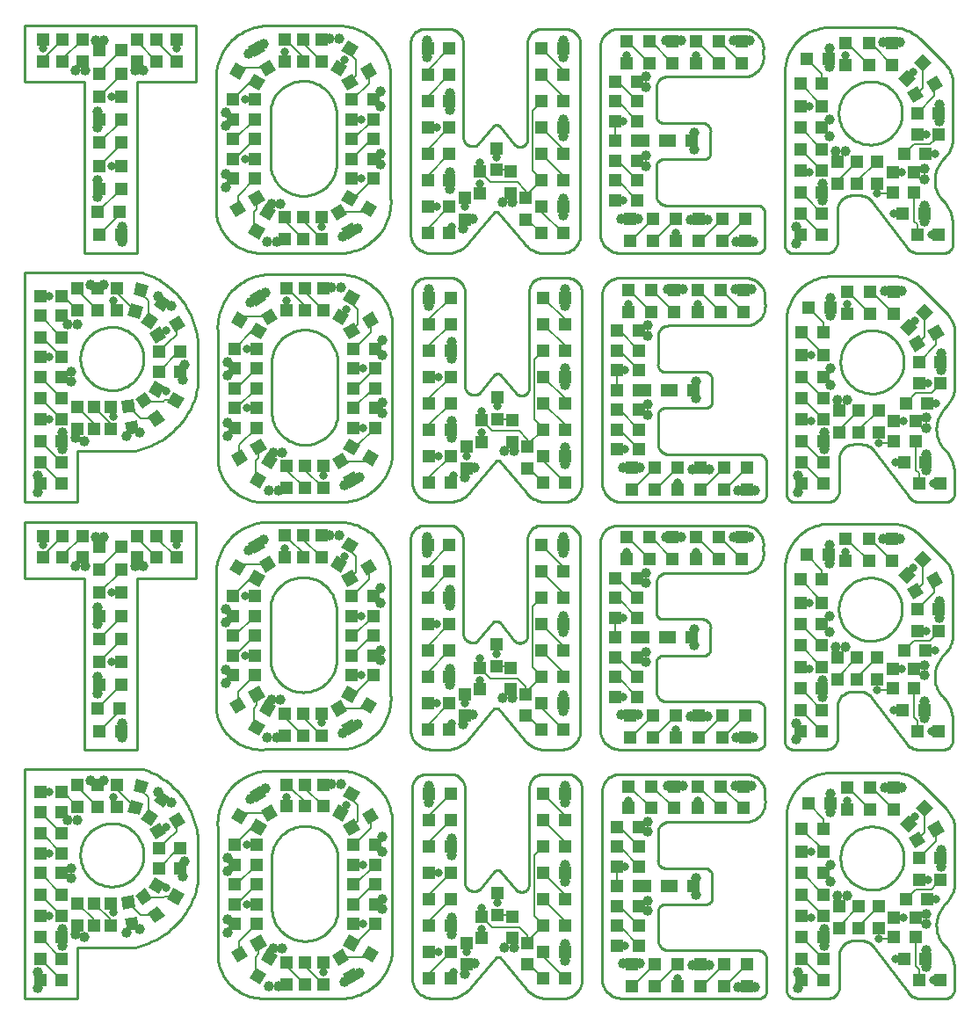
<source format=gtl>
G75*
G70*
%OFA0B0*%
%FSLAX25Y25*%
%IPPOS*%
%LPD*%
%AMOC8*
5,1,8,0,0,1.08239X$1,22.5*
%
%ADD10C,0.03970*%
%ADD11C,0.01000*%
%ADD14C,0.03170*%
%ADD16C,0.00600*%
%ADD17R,0.04720X0.04720*%
X0012500Y0012500D02*
G75*
%LPD*%
D11*
X0012500Y0012500D02*
X0012500Y0099380D01*
X0057500Y0099380D01*
X0078120Y0073130D02*
X0078120Y0056250D01*
X0054370Y0031880D02*
X0032500Y0031880D01*
X0032500Y0012500D01*
X0012500Y0012500D01*
X0054380Y0031880D02*
X0055440Y0032120D01*
X0056500Y0032410D01*
X0057540Y0032730D01*
X0058570Y0033090D01*
X0059590Y0033490D01*
X0060600Y0033920D01*
X0061590Y0034390D01*
X0062560Y0034890D01*
X0063510Y0035430D01*
X0064440Y0036000D01*
X0065350Y0036600D01*
X0066240Y0037240D01*
X0067110Y0037900D01*
X0067950Y0038600D01*
X0068770Y0039330D01*
X0069560Y0040080D01*
X0070320Y0040860D01*
X0071060Y0041670D01*
X0071760Y0042510D01*
X0072440Y0043370D01*
X0073080Y0044250D01*
X0073690Y0045160D01*
X0074270Y0046090D01*
X0074820Y0047030D01*
X0075330Y0048000D01*
X0075810Y0048980D01*
X0076250Y0049980D01*
X0076660Y0051000D01*
X0077020Y0052030D01*
X0077360Y0053070D01*
X0077650Y0054120D01*
X0077910Y0055180D01*
X0078130Y0056250D01*
X0078120Y0073120D02*
X0078020Y0074190D01*
X0077880Y0075250D01*
X0077700Y0076310D01*
X0077480Y0077360D01*
X0077230Y0078400D01*
X0076940Y0079440D01*
X0076610Y0080460D01*
X0076250Y0081470D01*
X0075850Y0082460D01*
X0075420Y0083440D01*
X0074950Y0084410D01*
X0074450Y0085350D01*
X0073910Y0086280D01*
X0073340Y0087190D01*
X0072740Y0088080D01*
X0072110Y0088950D01*
X0071450Y0089790D01*
X0070750Y0090610D01*
X0070030Y0091400D01*
X0069280Y0092170D01*
X0068510Y0092910D01*
X0067710Y0093620D01*
X0066880Y0094310D01*
X0066030Y0094960D01*
X0065160Y0095580D01*
X0064260Y0096170D01*
X0063350Y0096730D01*
X0062410Y0097260D01*
X0061460Y0097750D01*
X0060490Y0098210D01*
X0059510Y0098630D01*
X0058510Y0099020D01*
X0057490Y0099370D01*
X0033620Y0066880D02*
X0033640Y0067570D01*
X0033700Y0068260D01*
X0033800Y0068940D01*
X0033940Y0069620D01*
X0034110Y0070290D01*
X0034330Y0070950D01*
X0034580Y0071590D01*
X0034870Y0072220D01*
X0035200Y0072830D01*
X0035560Y0073420D01*
X0035950Y0073990D01*
X0036380Y0074530D01*
X0036830Y0075050D01*
X0037320Y0075550D01*
X0037830Y0076010D01*
X0038370Y0076440D01*
X0038940Y0076850D01*
X0039520Y0077210D01*
X0040130Y0077550D01*
X0040750Y0077850D01*
X0041390Y0078110D01*
X0042040Y0078330D01*
X0042710Y0078520D01*
X0043390Y0078670D01*
X0044070Y0078780D01*
X0044760Y0078850D01*
X0045450Y0078880D01*
X0046140Y0078870D01*
X0046830Y0078820D01*
X0047510Y0078730D01*
X0048190Y0078600D01*
X0048860Y0078430D01*
X0049530Y0078230D01*
X0050170Y0077980D01*
X0050800Y0077700D01*
X0051420Y0077390D01*
X0052010Y0077030D01*
X0052590Y0076650D01*
X0053140Y0076230D01*
X0053670Y0075780D01*
X0054170Y0075300D01*
X0054640Y0074800D01*
X0055080Y0074260D01*
X0055490Y0073710D01*
X0055870Y0073130D01*
X0056210Y0072530D01*
X0056520Y0071910D01*
X0056790Y0071270D01*
X0057020Y0070620D01*
X0057220Y0069960D01*
X0057380Y0069280D01*
X0057500Y0068600D01*
X0057580Y0067920D01*
X0057620Y0067230D01*
X0057620Y0066530D01*
X0057580Y0065840D01*
X0057500Y0065160D01*
X0057380Y0064480D01*
X0057220Y0063800D01*
X0057020Y0063140D01*
X0056790Y0062490D01*
X0056520Y0061850D01*
X0056210Y0061230D01*
X0055870Y0060630D01*
X0055490Y0060050D01*
X0055080Y0059500D01*
X0054640Y0058960D01*
X0054170Y0058460D01*
X0053670Y0057980D01*
X0053140Y0057530D01*
X0052590Y0057110D01*
X0052010Y0056730D01*
X0051420Y0056370D01*
X0050800Y0056060D01*
X0050170Y0055780D01*
X0049530Y0055530D01*
X0048860Y0055330D01*
X0048190Y0055160D01*
X0047510Y0055030D01*
X0046830Y0054940D01*
X0046140Y0054890D01*
X0045450Y0054880D01*
X0044760Y0054910D01*
X0044070Y0054980D01*
X0043390Y0055090D01*
X0042710Y0055240D01*
X0042040Y0055430D01*
X0041390Y0055650D01*
X0040750Y0055910D01*
X0040130Y0056210D01*
X0039520Y0056550D01*
X0038940Y0056910D01*
X0038370Y0057320D01*
X0037830Y0057750D01*
X0037320Y0058210D01*
X0036830Y0058710D01*
X0036380Y0059230D01*
X0035950Y0059770D01*
X0035560Y0060340D01*
X0035200Y0060930D01*
X0034870Y0061540D01*
X0034580Y0062170D01*
X0034330Y0062810D01*
X0034110Y0063470D01*
X0033940Y0064140D01*
X0033800Y0064820D01*
X0033700Y0065500D01*
X0033640Y0066190D01*
X0033620Y0066880D01*
D17*
X0026630Y0067500D03*
X0026630Y0060000D03*
X0026630Y0051880D03*
X0032500Y0048510D03*
X0038750Y0048510D03*
X0045000Y0048510D03*
X0045000Y0040240D03*
X0038750Y0040240D03*
X0032500Y0040240D03*
X0026630Y0043750D03*
X0026630Y0035630D03*
X0026630Y0027500D03*
X0026630Y0019380D03*
X0018360Y0019380D03*
X0018360Y0027500D03*
X0018360Y0035630D03*
X0018360Y0043750D03*
X0018360Y0051880D03*
X0018360Y0060000D03*
X0018360Y0067500D03*
X0018360Y0075000D03*
X0018360Y0083130D03*
X0018360Y0090630D03*
X0026630Y0090630D03*
X0032500Y0093510D03*
X0040000Y0093510D03*
X0047500Y0093510D03*
X0047500Y0085240D03*
X0040000Y0085240D03*
X0032500Y0085240D03*
X0026630Y0083130D03*
X0026630Y0075000D03*
X0063360Y0069380D03*
X0063360Y0061880D03*
X0071630Y0061880D03*
X0071630Y0069380D03*
D17*
G36*
X0069360Y0076740D02*
X0067000Y0080820D01*
X0071080Y0083180D01*
X0073440Y0079100D01*
X0069360Y0076740D01*
G37*
G36*
X0062200Y0072610D02*
X0059840Y0076690D01*
X0063920Y0079050D01*
X0066280Y0074970D01*
X0062200Y0072610D01*
G37*
G36*
X0060470Y0077860D02*
X0056620Y0080570D01*
X0059330Y0084420D01*
X0063180Y0081710D01*
X0060470Y0077860D01*
G37*
G36*
X0056150Y0081980D02*
X0051600Y0083210D01*
X0052830Y0087760D01*
X0057380Y0086530D01*
X0056150Y0081980D01*
G37*
G36*
X0065210Y0084630D02*
X0061360Y0087340D01*
X0064070Y0091190D01*
X0067920Y0088480D01*
X0065210Y0084630D01*
G37*
G36*
X0058290Y0089960D02*
X0053740Y0091190D01*
X0054970Y0095740D01*
X0059520Y0094510D01*
X0058290Y0089960D01*
G37*
G36*
X0059450Y0054330D02*
X0061810Y0058410D01*
X0065890Y0056050D01*
X0063530Y0051970D01*
X0059450Y0054330D01*
G37*
G36*
X0054360Y0051570D02*
X0058210Y0054280D01*
X0060920Y0050430D01*
X0057070Y0047720D01*
X0054360Y0051570D01*
G37*
G36*
X0049070Y0050810D02*
X0053710Y0051630D01*
X0054530Y0046990D01*
X0049890Y0046170D01*
X0049070Y0050810D01*
G37*
G36*
X0050510Y0042670D02*
X0055150Y0043490D01*
X0055970Y0038850D01*
X0051330Y0038030D01*
X0050510Y0042670D01*
G37*
G36*
X0059100Y0044790D02*
X0062950Y0047500D01*
X0065660Y0043650D01*
X0061810Y0040940D01*
X0059100Y0044790D01*
G37*
G36*
X0066610Y0050200D02*
X0068970Y0054280D01*
X0073050Y0051920D01*
X0070690Y0047840D01*
X0066610Y0050200D01*
G37*
D10*
X0072500Y0058750D03*
X0073120Y0064380D03*
X0068120Y0086880D03*
X0063120Y0090630D03*
X0042500Y0095000D03*
X0037500Y0095000D03*
X0032500Y0080000D03*
X0028750Y0080000D03*
X0030000Y0061880D03*
X0030000Y0058130D03*
X0026870Y0038750D03*
X0031870Y0036880D03*
X0035000Y0035630D03*
X0026870Y0032500D03*
X0017500Y0022500D03*
X0017500Y0016250D03*
X0051250Y0037500D03*
X0056250Y0038750D03*
D16*
X0054240Y0040760D01*
X0053240Y0040760D01*
X0053240Y0039490D01*
X0051250Y0037500D01*
X0045000Y0040240D02*
X0045000Y0042260D01*
X0038750Y0048510D01*
X0038750Y0042260D02*
X0032500Y0048510D01*
X0038750Y0042260D02*
X0038750Y0040240D01*
X0035000Y0035630D02*
X0033750Y0036880D01*
X0031870Y0036880D01*
X0032500Y0037500D01*
X0032500Y0040240D01*
X0026870Y0038750D02*
X0026870Y0035870D01*
X0026630Y0035630D01*
X0026870Y0035390D01*
X0026870Y0032500D01*
X0026630Y0027500D02*
X0018510Y0035630D01*
X0018360Y0035630D01*
X0018360Y0043750D02*
X0016870Y0043750D01*
X0018360Y0043750D02*
X0021870Y0043750D01*
X0026630Y0043750D02*
X0018510Y0051880D01*
X0018360Y0051880D01*
X0018360Y0060000D02*
X0018510Y0060000D01*
X0026630Y0051880D01*
X0030000Y0058130D02*
X0030000Y0061880D01*
X0028510Y0061880D01*
X0026630Y0060000D01*
X0026630Y0067500D02*
X0019130Y0075000D01*
X0018360Y0075000D01*
X0018360Y0067500D02*
X0021870Y0067500D01*
X0026630Y0075000D02*
X0018510Y0083130D01*
X0018360Y0083130D01*
X0018360Y0090630D02*
X0021870Y0090630D01*
X0026630Y0090630D02*
X0027110Y0090630D01*
X0032500Y0085240D01*
X0032500Y0080000D02*
X0028750Y0080000D01*
X0026630Y0082120D01*
X0026630Y0083130D01*
X0032500Y0092740D02*
X0040000Y0085240D01*
X0046250Y0085240D02*
X0046250Y0088750D01*
X0047500Y0091860D02*
X0054490Y0084870D01*
X0059370Y0081670D02*
X0059370Y0088750D01*
X0056630Y0091500D01*
X0056630Y0092850D01*
X0063120Y0090630D02*
X0063120Y0089430D01*
X0064640Y0087910D01*
X0065680Y0086880D01*
X0068120Y0086880D01*
X0070220Y0079960D02*
X0070220Y0075850D01*
X0068750Y0074380D01*
X0068360Y0074380D01*
X0063360Y0069380D01*
X0063060Y0075570D02*
X0063060Y0075830D01*
X0064580Y0075830D01*
X0066250Y0077500D01*
X0059900Y0081140D02*
X0059370Y0081670D01*
X0047500Y0085240D02*
X0046250Y0085240D01*
X0047500Y0091860D02*
X0047500Y0093510D01*
X0042500Y0095000D02*
X0041490Y0095000D01*
X0040000Y0093510D01*
X0038510Y0095000D01*
X0037500Y0095000D01*
X0032500Y0093510D02*
X0032500Y0092740D01*
X0063360Y0061880D02*
X0070860Y0069380D01*
X0071630Y0069380D01*
X0073120Y0064380D02*
X0073120Y0063370D01*
X0071630Y0061880D01*
X0072500Y0061010D01*
X0072500Y0058750D01*
X0066250Y0054380D02*
X0064800Y0055190D01*
X0062670Y0055190D01*
X0065430Y0051060D02*
X0065000Y0050630D01*
X0058000Y0050630D01*
X0057640Y0051000D01*
X0051800Y0048900D02*
X0056480Y0044220D01*
X0062380Y0044220D01*
X0065430Y0051060D02*
X0069830Y0051060D01*
X0046250Y0045000D02*
X0045000Y0046250D01*
X0045000Y0048510D01*
X0018510Y0027500D02*
X0026630Y0019380D01*
X0018360Y0019380D02*
X0017500Y0018510D01*
X0017500Y0016250D01*
X0018360Y0019380D02*
X0017500Y0020240D01*
X0017500Y0022500D01*
X0016870Y0022500D01*
X0018360Y0027500D02*
X0018510Y0027500D01*
D14*
X0021870Y0043750D03*
X0021870Y0067500D03*
X0021870Y0090630D03*
X0046250Y0088750D03*
X0066250Y0077500D03*
X0066250Y0054380D03*
X0046250Y0045000D03*
X0085630Y0012500D02*
G75*
%LPD*%
D11*
X0085670Y0028200D02*
X0085670Y0077570D01*
X0085630Y0078440D01*
X0085640Y0079320D01*
X0085680Y0080190D01*
X0085760Y0081060D01*
X0085870Y0081930D01*
X0086030Y0082790D01*
X0086220Y0083640D01*
X0086450Y0084490D01*
X0086710Y0085320D01*
X0087010Y0086140D01*
X0087350Y0086950D01*
X0087720Y0087740D01*
X0088130Y0088510D01*
X0088570Y0089270D01*
X0089040Y0090000D01*
X0089540Y0090720D01*
X0090080Y0091410D01*
X0090640Y0092080D01*
X0091240Y0092720D01*
X0091860Y0093340D01*
X0092500Y0093930D01*
X0093170Y0094490D01*
X0093870Y0095020D01*
X0094590Y0095520D01*
X0095330Y0095980D01*
X0096080Y0096420D01*
X0096860Y0096820D01*
X0097650Y0097190D01*
X0098460Y0097520D01*
X0099290Y0097820D01*
X0100120Y0098080D01*
X0100970Y0098300D01*
X0101820Y0098490D01*
X0102680Y0098640D01*
X0103550Y0098750D01*
X0104420Y0098820D01*
X0131300Y0098820D01*
X0131290Y0098820D02*
X0132170Y0098830D01*
X0133040Y0098800D01*
X0133910Y0098730D01*
X0134780Y0098620D01*
X0135640Y0098480D01*
X0136490Y0098300D01*
X0137340Y0098080D01*
X0138170Y0097830D01*
X0139000Y0097540D01*
X0139810Y0097210D01*
X0140600Y0096850D01*
X0141380Y0096450D01*
X0142140Y0096020D01*
X0142880Y0095560D01*
X0143600Y0095070D01*
X0144300Y0094540D01*
X0144970Y0093990D01*
X0145620Y0093400D01*
X0146240Y0092790D01*
X0146840Y0092150D01*
X0147410Y0091490D01*
X0147940Y0090800D01*
X0148450Y0090090D01*
X0148930Y0089360D01*
X0149370Y0088610D01*
X0149780Y0087840D01*
X0150160Y0087050D01*
X0150500Y0086250D01*
X0150810Y0085430D01*
X0151080Y0084600D01*
X0151310Y0083760D01*
X0151510Y0082910D01*
X0151670Y0082050D01*
X0151790Y0081190D01*
X0151870Y0080320D01*
X0151920Y0079450D01*
X0151920Y0033200D01*
X0151930Y0033200D02*
X0151970Y0032330D01*
X0151960Y0031460D01*
X0151920Y0030590D01*
X0151840Y0029720D01*
X0151720Y0028860D01*
X0151560Y0028000D01*
X0151370Y0027150D01*
X0151130Y0026310D01*
X0150860Y0025480D01*
X0150550Y0024670D01*
X0150210Y0023870D01*
X0149830Y0023080D01*
X0149410Y0022320D01*
X0148960Y0021570D01*
X0148480Y0020840D01*
X0147970Y0020140D01*
X0147420Y0019460D01*
X0146850Y0018810D01*
X0146240Y0018180D01*
X0145610Y0017580D01*
X0144950Y0017010D01*
X0144270Y0016470D01*
X0143560Y0015950D01*
X0142830Y0015480D01*
X0142090Y0015030D01*
X0141320Y0014620D01*
X0140530Y0014250D01*
X0139730Y0013910D01*
X0138910Y0013600D01*
X0138080Y0013330D01*
X0137240Y0013100D01*
X0136390Y0012910D01*
X0135530Y0012760D01*
X0134670Y0012650D01*
X0133800Y0012570D01*
X0134420Y0012570D02*
X0104420Y0012570D01*
X0103600Y0012520D01*
X0102780Y0012500D01*
X0101960Y0012520D01*
X0101140Y0012590D01*
X0100330Y0012690D01*
X0099520Y0012830D01*
X0098710Y0013010D01*
X0097920Y0013220D01*
X0097140Y0013480D01*
X0096370Y0013770D01*
X0095620Y0014090D01*
X0094880Y0014450D01*
X0094160Y0014850D01*
X0093460Y0015280D01*
X0092780Y0015750D01*
X0092130Y0016240D01*
X0091500Y0016770D01*
X0090890Y0017320D01*
X0090310Y0017910D01*
X0089760Y0018520D01*
X0089240Y0019150D01*
X0088760Y0019810D01*
X0088300Y0020490D01*
X0087870Y0021200D01*
X0087480Y0021920D01*
X0087130Y0022660D01*
X0086810Y0023420D01*
X0086520Y0024190D01*
X0086280Y0024970D01*
X0086070Y0025770D01*
X0085900Y0026570D01*
X0085760Y0027380D01*
X0085670Y0028200D01*
X0106300Y0045700D02*
X0106300Y0066950D01*
X0106410Y0067640D01*
X0106560Y0068310D01*
X0106750Y0068980D01*
X0106970Y0069640D01*
X0107230Y0070280D01*
X0107520Y0070910D01*
X0107850Y0071520D01*
X0108210Y0072110D01*
X0108610Y0072680D01*
X0109030Y0073230D01*
X0109480Y0073750D01*
X0109970Y0074250D01*
X0110480Y0074720D01*
X0111010Y0075160D01*
X0111570Y0075570D01*
X0112150Y0075950D01*
X0112750Y0076300D01*
X0113360Y0076610D01*
X0114000Y0076890D01*
X0114650Y0077140D01*
X0115310Y0077350D01*
X0115980Y0077520D01*
X0116660Y0077650D01*
X0117340Y0077750D01*
X0118040Y0077810D01*
X0118730Y0077830D01*
X0119420Y0077810D01*
X0120110Y0077760D01*
X0120800Y0077660D01*
X0121480Y0077530D01*
X0122150Y0077360D01*
X0122810Y0077160D01*
X0123460Y0076920D01*
X0124100Y0076640D01*
X0124720Y0076330D01*
X0125320Y0075980D01*
X0125900Y0075610D01*
X0126460Y0075200D01*
X0127000Y0074760D01*
X0127510Y0074290D01*
X0127990Y0073800D01*
X0128450Y0073270D01*
X0128880Y0072730D01*
X0129270Y0072160D01*
X0129640Y0071570D01*
X0129970Y0070960D01*
X0130270Y0070340D01*
X0130530Y0069700D01*
X0130760Y0069040D01*
X0130950Y0068370D01*
X0131100Y0067700D01*
X0131220Y0067010D01*
X0131290Y0066330D01*
X0131300Y0066320D02*
X0131300Y0045070D01*
X0131290Y0045070D02*
X0131180Y0044380D01*
X0131030Y0043710D01*
X0130840Y0043040D01*
X0130620Y0042380D01*
X0130360Y0041740D01*
X0130070Y0041110D01*
X0129740Y0040500D01*
X0129380Y0039910D01*
X0128980Y0039340D01*
X0128560Y0038790D01*
X0128110Y0038270D01*
X0127620Y0037770D01*
X0127110Y0037300D01*
X0126580Y0036860D01*
X0126020Y0036450D01*
X0125440Y0036070D01*
X0124840Y0035720D01*
X0124230Y0035410D01*
X0123590Y0035130D01*
X0122940Y0034880D01*
X0122280Y0034670D01*
X0121610Y0034500D01*
X0120930Y0034370D01*
X0120250Y0034270D01*
X0119550Y0034210D01*
X0118860Y0034190D01*
X0118170Y0034210D01*
X0117480Y0034260D01*
X0116790Y0034360D01*
X0116110Y0034490D01*
X0115440Y0034660D01*
X0114780Y0034860D01*
X0114130Y0035100D01*
X0113490Y0035380D01*
X0112870Y0035690D01*
X0112270Y0036040D01*
X0111690Y0036410D01*
X0111130Y0036820D01*
X0110590Y0037260D01*
X0110080Y0037730D01*
X0109600Y0038220D01*
X0109140Y0038750D01*
X0108710Y0039290D01*
X0108320Y0039860D01*
X0107950Y0040450D01*
X0107620Y0041060D01*
X0107320Y0041680D01*
X0107060Y0042320D01*
X0106830Y0042980D01*
X0106640Y0043650D01*
X0106490Y0044320D01*
X0106370Y0045010D01*
X0106300Y0045690D01*
D17*
X0100430Y0048200D03*
X0100430Y0055700D03*
X0100430Y0063200D03*
X0100430Y0070700D03*
X0092160Y0070700D03*
X0092160Y0063200D03*
X0092160Y0055700D03*
X0092160Y0048200D03*
X0092160Y0040700D03*
X0100430Y0040700D03*
X0111920Y0026080D03*
X0118800Y0026080D03*
X0125670Y0026080D03*
X0125670Y0017810D03*
X0118800Y0017810D03*
X0111920Y0017810D03*
X0137160Y0040700D03*
X0137160Y0048200D03*
X0137160Y0055700D03*
X0137160Y0063200D03*
X0137160Y0070700D03*
X0145430Y0070700D03*
X0145430Y0063200D03*
X0145430Y0055700D03*
X0145430Y0048200D03*
X0145430Y0040700D03*
X0125670Y0085310D03*
X0118800Y0085310D03*
X0111920Y0085310D03*
X0111920Y0093580D03*
X0118800Y0093580D03*
X0125670Y0093580D03*
D17*
G36*
X0137350Y0086680D02*
X0133270Y0089040D01*
X0135630Y0093120D01*
X0139710Y0090760D01*
X0137350Y0086680D01*
G37*
G36*
X0133210Y0079520D02*
X0129130Y0081880D01*
X0131490Y0085960D01*
X0135570Y0083600D01*
X0133210Y0079520D01*
G37*
G36*
X0135610Y0074160D02*
X0133250Y0078240D01*
X0137330Y0080600D01*
X0139690Y0076520D01*
X0135610Y0074160D01*
G37*
G36*
X0142770Y0078290D02*
X0140410Y0082370D01*
X0144490Y0084730D01*
X0146850Y0080650D01*
X0142770Y0078290D01*
G37*
G36*
X0108460Y0081880D02*
X0104380Y0079520D01*
X0102020Y0083600D01*
X0106100Y0085960D01*
X0108460Y0081880D01*
G37*
G36*
X0104350Y0078240D02*
X0101990Y0074160D01*
X0097910Y0076520D01*
X0100270Y0080600D01*
X0104350Y0078240D01*
G37*
G36*
X0097190Y0082370D02*
X0094830Y0078290D01*
X0090750Y0080650D01*
X0093110Y0084730D01*
X0097190Y0082370D01*
G37*
G36*
X0104320Y0089040D02*
X0100240Y0086680D01*
X0097880Y0090760D01*
X0101960Y0093120D01*
X0104320Y0089040D01*
G37*
G36*
X0101990Y0036610D02*
X0104350Y0032530D01*
X0100270Y0030170D01*
X0097910Y0034250D01*
X0101990Y0036610D01*
G37*
G36*
X0104380Y0031250D02*
X0108460Y0028890D01*
X0106100Y0024810D01*
X0102020Y0027170D01*
X0104380Y0031250D01*
G37*
G36*
X0100240Y0024090D02*
X0104320Y0021730D01*
X0101960Y0017650D01*
X0097880Y0020010D01*
X0100240Y0024090D01*
G37*
G36*
X0094830Y0032470D02*
X0097190Y0028390D01*
X0093110Y0026030D01*
X0090750Y0030110D01*
X0094830Y0032470D01*
G37*
G36*
X0129130Y0028890D02*
X0133210Y0031250D01*
X0135570Y0027170D01*
X0131490Y0024810D01*
X0129130Y0028890D01*
G37*
G36*
X0133250Y0032530D02*
X0135610Y0036610D01*
X0139690Y0034250D01*
X0137330Y0030170D01*
X0133250Y0032530D01*
G37*
G36*
X0140410Y0028390D02*
X0142770Y0032470D01*
X0146850Y0030110D01*
X0144490Y0026030D01*
X0140410Y0028390D01*
G37*
G36*
X0133270Y0021730D02*
X0137350Y0024090D01*
X0139710Y0020010D01*
X0135630Y0017650D01*
X0133270Y0021730D01*
G37*
D10*
X0133800Y0018820D03*
X0139420Y0021950D03*
X0148170Y0046320D03*
X0148170Y0050070D03*
X0148170Y0068200D03*
X0148170Y0073820D03*
X0132550Y0093820D03*
X0128800Y0093820D03*
X0103800Y0091950D03*
X0098170Y0088200D03*
X0089420Y0065700D03*
X0089420Y0060700D03*
X0089420Y0042570D03*
X0089420Y0037570D03*
X0106920Y0031320D03*
X0110050Y0031320D03*
X0108800Y0016950D03*
X0105050Y0016950D03*
D16*
X0108800Y0016950D01*
X0109660Y0017810D01*
X0111920Y0017810D01*
X0111920Y0024690D02*
X0118800Y0017810D01*
X0125670Y0017810D02*
X0118800Y0024690D01*
X0118800Y0026080D01*
X0111920Y0026080D02*
X0111920Y0024690D01*
X0110050Y0031320D02*
X0106920Y0031320D01*
X0106920Y0029710D01*
X0105240Y0028030D01*
X0101130Y0029280D02*
X0100050Y0028200D01*
X0100050Y0021920D01*
X0101100Y0020870D01*
X0101130Y0029280D02*
X0101130Y0033390D01*
X0093970Y0034230D02*
X0100430Y0040700D01*
X0093970Y0034230D02*
X0093970Y0029250D01*
X0089420Y0037570D02*
X0089420Y0037960D01*
X0092160Y0040700D01*
X0090290Y0042570D01*
X0089420Y0042570D01*
X0092160Y0048200D02*
X0092930Y0048200D01*
X0100430Y0055700D01*
X0092930Y0055700D02*
X0100430Y0063200D01*
X0100430Y0070700D02*
X0096920Y0070700D01*
X0092160Y0070700D02*
X0098850Y0077380D01*
X0101130Y0077380D01*
X0105240Y0082740D02*
X0095190Y0082740D01*
X0093970Y0081510D01*
X0098170Y0088200D02*
X0099400Y0088200D01*
X0101100Y0089900D01*
X0103150Y0091950D01*
X0103800Y0091950D01*
X0111920Y0092190D02*
X0113560Y0092190D01*
X0118800Y0086950D01*
X0118800Y0085310D01*
X0125670Y0085310D02*
X0118800Y0092190D01*
X0118800Y0093580D01*
X0111920Y0093580D02*
X0111920Y0092190D01*
X0111920Y0088820D02*
X0111920Y0085310D01*
X0125670Y0093580D02*
X0125910Y0093820D01*
X0128800Y0093820D01*
X0132550Y0093820D01*
X0136490Y0089900D02*
X0136490Y0088000D01*
X0138800Y0085700D01*
X0138800Y0079710D01*
X0136470Y0077380D01*
X0132350Y0082740D02*
X0132350Y0083630D01*
X0134420Y0085700D01*
X0143630Y0081510D02*
X0143800Y0081340D01*
X0143800Y0076950D01*
X0137550Y0070700D01*
X0137160Y0070700D01*
X0137160Y0063200D02*
X0140670Y0063200D01*
X0145430Y0063200D02*
X0137930Y0055700D01*
X0137160Y0055700D01*
X0144660Y0055700D02*
X0137160Y0048200D01*
X0137160Y0040700D02*
X0140670Y0040700D01*
X0145430Y0040700D02*
X0138120Y0033390D01*
X0136470Y0033390D01*
X0132350Y0028030D02*
X0142400Y0028030D01*
X0143630Y0029250D01*
X0139420Y0021950D02*
X0137570Y0021950D01*
X0136490Y0020870D01*
X0134440Y0018820D01*
X0133800Y0018820D01*
X0125670Y0022570D02*
X0125670Y0026080D01*
X0147310Y0046320D02*
X0145430Y0048200D01*
X0147310Y0050070D01*
X0148170Y0050070D01*
X0148170Y0046320D02*
X0147310Y0046320D01*
X0145430Y0055700D02*
X0144660Y0055700D01*
X0147930Y0068200D02*
X0145430Y0070700D01*
X0148170Y0073440D01*
X0148170Y0073820D01*
X0148170Y0068200D02*
X0147930Y0068200D01*
X0100430Y0048200D02*
X0096920Y0048200D01*
X0092930Y0055700D02*
X0092160Y0055700D01*
X0089660Y0060700D02*
X0089420Y0060700D01*
X0089660Y0060700D02*
X0092160Y0063200D01*
X0089660Y0065700D01*
X0089420Y0065700D01*
D14*
X0096920Y0070700D03*
X0111920Y0088820D03*
X0134420Y0085700D03*
X0140670Y0063200D03*
X0140670Y0040700D03*
X0125670Y0022570D03*
X0096920Y0048200D03*
X0159470Y0012500D02*
G75*
%LPD*%
D11*
X0159480Y0020510D02*
X0159480Y0092090D01*
X0159500Y0092540D01*
X0159550Y0092980D01*
X0159650Y0093420D01*
X0159770Y0093850D01*
X0159940Y0094260D01*
X0160130Y0094660D01*
X0160360Y0095050D01*
X0160620Y0095410D01*
X0160910Y0095750D01*
X0161230Y0096070D01*
X0161570Y0096360D01*
X0161930Y0096620D01*
X0162320Y0096850D01*
X0162720Y0097040D01*
X0163130Y0097210D01*
X0163560Y0097330D01*
X0164000Y0097430D01*
X0164440Y0097480D01*
X0164890Y0097500D01*
X0164890Y0097510D02*
X0174280Y0097510D01*
X0174740Y0097470D01*
X0175190Y0097380D01*
X0175630Y0097270D01*
X0176060Y0097110D01*
X0176470Y0096920D01*
X0176870Y0096700D01*
X0177250Y0096440D01*
X0177600Y0096160D01*
X0177930Y0095840D01*
X0178240Y0095500D01*
X0178510Y0095140D01*
X0178750Y0094750D01*
X0178970Y0094350D01*
X0179140Y0093930D01*
X0179280Y0093490D01*
X0179390Y0093050D01*
X0179460Y0092600D01*
X0179490Y0092140D01*
X0179480Y0091690D01*
X0179480Y0056880D01*
X0179470Y0056880D02*
X0179460Y0056520D01*
X0179480Y0056160D01*
X0179540Y0055810D01*
X0179640Y0055460D01*
X0179770Y0055130D01*
X0179930Y0054810D01*
X0180130Y0054510D01*
X0180360Y0054230D01*
X0180610Y0053970D01*
X0180890Y0053750D01*
X0181190Y0053550D01*
X0181500Y0053380D01*
X0181840Y0053250D01*
X0182180Y0053150D01*
X0182540Y0053090D01*
X0182900Y0053060D01*
X0183260Y0053070D01*
X0183610Y0053120D01*
X0183960Y0053200D01*
X0184300Y0053320D01*
X0184630Y0053480D01*
X0184930Y0053660D01*
X0185220Y0053880D01*
X0190650Y0060560D01*
X0190850Y0060740D01*
X0191080Y0060880D01*
X0191320Y0060990D01*
X0191580Y0061070D01*
X0191850Y0061110D01*
X0192110Y0061110D01*
X0192380Y0061070D01*
X0192640Y0060990D01*
X0192880Y0060880D01*
X0193110Y0060740D01*
X0193310Y0060560D01*
X0193300Y0060560D02*
X0198830Y0053780D01*
X0199060Y0053550D01*
X0199310Y0053350D01*
X0199590Y0053180D01*
X0199880Y0053050D01*
X0200190Y0052940D01*
X0200510Y0052880D01*
X0200830Y0052840D01*
X0201150Y0052850D01*
X0201480Y0052890D01*
X0201790Y0052960D01*
X0202100Y0053070D01*
X0202390Y0053220D01*
X0202660Y0053390D01*
X0202910Y0053600D01*
X0203140Y0053830D01*
X0203340Y0054080D01*
X0203510Y0054360D01*
X0203640Y0054650D01*
X0203750Y0054960D01*
X0203810Y0055280D01*
X0203850Y0055600D01*
X0203850Y0092220D01*
X0203860Y0092220D02*
X0203880Y0092660D01*
X0203930Y0093090D01*
X0204020Y0093520D01*
X0204150Y0093930D01*
X0204300Y0094340D01*
X0204500Y0094730D01*
X0204720Y0095110D01*
X0204970Y0095460D01*
X0205260Y0095800D01*
X0205560Y0096100D01*
X0205900Y0096390D01*
X0206250Y0096640D01*
X0206630Y0096860D01*
X0207020Y0097060D01*
X0207430Y0097210D01*
X0207840Y0097340D01*
X0208270Y0097430D01*
X0208700Y0097480D01*
X0209140Y0097500D01*
X0209140Y0097510D02*
X0218570Y0097510D01*
X0218570Y0097500D02*
X0219030Y0097460D01*
X0219490Y0097370D01*
X0219940Y0097250D01*
X0220370Y0097100D01*
X0220790Y0096900D01*
X0221200Y0096680D01*
X0221580Y0096420D01*
X0221940Y0096130D01*
X0222280Y0095810D01*
X0222590Y0095470D01*
X0222860Y0095100D01*
X0223110Y0094710D01*
X0223330Y0094300D01*
X0223510Y0093870D01*
X0223650Y0093430D01*
X0223760Y0092980D01*
X0223830Y0092520D01*
X0223860Y0092060D01*
X0223850Y0091600D01*
X0223850Y0020240D01*
X0217370Y0012510D02*
X0209000Y0012510D01*
X0202420Y0016440D02*
X0192780Y0027950D01*
X0192790Y0027960D02*
X0192690Y0028030D01*
X0192580Y0028090D01*
X0192460Y0028130D01*
X0192340Y0028140D01*
X0191090Y0027870D02*
X0181930Y0016840D01*
X0174390Y0012510D02*
X0166860Y0012510D01*
X0166310Y0012550D01*
X0165770Y0012630D01*
X0165230Y0012750D01*
X0164700Y0012910D01*
X0164190Y0013100D01*
X0163690Y0013330D01*
X0163210Y0013600D01*
X0162750Y0013900D01*
X0162310Y0014230D01*
X0161900Y0014590D01*
X0161510Y0014980D01*
X0161150Y0015400D01*
X0160820Y0015840D01*
X0160530Y0016300D01*
X0160270Y0016790D01*
X0160040Y0017290D01*
X0159850Y0017800D01*
X0159700Y0018330D01*
X0159590Y0018870D01*
X0159510Y0019410D01*
X0159470Y0019960D01*
X0159480Y0020510D01*
X0174390Y0012500D02*
X0175020Y0012600D01*
X0175640Y0012740D01*
X0176250Y0012910D01*
X0176860Y0013110D01*
X0177450Y0013350D01*
X0178030Y0013620D01*
X0178590Y0013920D01*
X0179130Y0014250D01*
X0179660Y0014610D01*
X0180160Y0015010D01*
X0180640Y0015430D01*
X0181100Y0015870D01*
X0181530Y0016340D01*
X0181930Y0016840D01*
X0191090Y0027870D02*
X0191280Y0027980D01*
X0191480Y0028070D01*
X0191690Y0028130D01*
X0191910Y0028160D01*
X0192130Y0028160D01*
X0192340Y0028130D01*
X0202420Y0016440D02*
X0202790Y0015960D01*
X0203200Y0015510D01*
X0203630Y0015090D01*
X0204080Y0014690D01*
X0204560Y0014320D01*
X0205060Y0013980D01*
X0205580Y0013670D01*
X0206110Y0013390D01*
X0206670Y0013140D01*
X0207230Y0012930D01*
X0207810Y0012750D01*
X0208400Y0012610D01*
X0208990Y0012510D01*
X0217370Y0012510D02*
X0217880Y0012570D01*
X0218380Y0012670D01*
X0218870Y0012800D01*
X0219350Y0012970D01*
X0219820Y0013170D01*
X0220270Y0013410D01*
X0220700Y0013680D01*
X0221120Y0013970D01*
X0221510Y0014300D01*
X0221870Y0014650D01*
X0222210Y0015030D01*
X0222530Y0015430D01*
X0222810Y0015850D01*
X0223060Y0016300D01*
X0223280Y0016750D01*
X0223470Y0017230D01*
X0223620Y0017710D01*
X0223740Y0018210D01*
X0223820Y0018710D01*
X0223870Y0019220D01*
X0223880Y0019730D01*
X0223850Y0020230D01*
D17*
X0217360Y0020010D03*
X0209090Y0020010D03*
X0203230Y0025250D03*
X0209090Y0030010D03*
X0203230Y0033520D03*
X0197600Y0035250D03*
X0197600Y0043520D03*
X0191980Y0044000D03*
X0185730Y0043520D03*
X0185730Y0035250D03*
X0180100Y0033520D03*
X0174240Y0030010D03*
X0180100Y0025250D03*
X0174240Y0020010D03*
X0165970Y0020010D03*
X0165970Y0030010D03*
X0165970Y0040010D03*
X0174240Y0040010D03*
X0174240Y0050010D03*
X0165970Y0050010D03*
X0165970Y0060010D03*
X0174240Y0060010D03*
X0174240Y0070010D03*
X0165970Y0070010D03*
X0165970Y0080010D03*
X0174240Y0080010D03*
X0174240Y0090010D03*
X0165970Y0090010D03*
X0191980Y0052270D03*
X0209090Y0050010D03*
X0217360Y0050010D03*
X0217360Y0060010D03*
X0209090Y0060010D03*
X0209090Y0070010D03*
X0217360Y0070010D03*
X0217360Y0080010D03*
X0209090Y0080010D03*
X0209090Y0090010D03*
X0217360Y0090010D03*
X0217360Y0040010D03*
X0209090Y0040010D03*
X0217360Y0030010D03*
D10*
X0217600Y0033130D03*
X0217600Y0026880D03*
X0198230Y0031880D03*
X0194480Y0031880D03*
X0183230Y0025630D03*
X0179480Y0021880D03*
X0174480Y0036880D03*
X0174480Y0043130D03*
X0174480Y0066880D03*
X0174480Y0073130D03*
X0165730Y0086880D03*
X0165730Y0093130D03*
X0217600Y0093130D03*
X0217600Y0086880D03*
X0217600Y0063130D03*
X0217600Y0056880D03*
D16*
X0217360Y0057120D01*
X0217360Y0060010D01*
X0217360Y0062890D01*
X0217600Y0063130D01*
X0217360Y0070010D02*
X0217360Y0071740D01*
X0209090Y0080010D01*
X0217360Y0080010D02*
X0217360Y0081740D01*
X0209090Y0090010D01*
X0217360Y0090010D02*
X0217360Y0087120D01*
X0217600Y0086880D01*
X0217360Y0090010D02*
X0217360Y0092890D01*
X0217600Y0093130D01*
X0209090Y0070010D02*
X0205730Y0066640D01*
X0205730Y0043760D01*
X0209090Y0040390D01*
X0209090Y0040010D01*
X0203230Y0034140D01*
X0203230Y0033520D01*
X0203230Y0036260D01*
X0200100Y0039380D01*
X0189860Y0039380D01*
X0185730Y0043520D01*
X0185730Y0046880D01*
X0191980Y0048760D02*
X0191980Y0052270D01*
X0191980Y0044000D02*
X0197120Y0044000D01*
X0197600Y0043520D01*
X0197600Y0035250D02*
X0197600Y0032510D01*
X0198230Y0031880D01*
X0194480Y0031880D01*
X0185730Y0035250D02*
X0185730Y0038760D01*
X0180100Y0033760D02*
X0180100Y0033520D01*
X0180100Y0030010D01*
X0180490Y0025630D02*
X0180100Y0025250D01*
X0179480Y0024620D01*
X0179480Y0021880D01*
X0180490Y0025630D02*
X0183230Y0025630D01*
X0175100Y0022510D02*
X0175100Y0020870D01*
X0174240Y0020010D01*
X0174480Y0020010D01*
X0165970Y0020010D02*
X0165970Y0021740D01*
X0174240Y0030010D01*
X0169480Y0030010D02*
X0165970Y0030010D01*
X0165730Y0030010D01*
X0174240Y0037120D02*
X0174480Y0036880D01*
X0174240Y0037120D02*
X0174240Y0040010D01*
X0174240Y0042890D01*
X0174480Y0043130D01*
X0174240Y0050010D02*
X0165970Y0041740D01*
X0165970Y0040010D01*
X0165970Y0050010D02*
X0165970Y0051740D01*
X0174240Y0060010D01*
X0169480Y0060010D02*
X0165970Y0060010D01*
X0174240Y0067120D02*
X0174480Y0066880D01*
X0174240Y0067120D02*
X0174240Y0070010D01*
X0174240Y0072890D01*
X0174480Y0073130D01*
X0174240Y0080010D02*
X0165970Y0071740D01*
X0165970Y0070010D01*
X0165970Y0080010D02*
X0165970Y0081740D01*
X0174240Y0090010D01*
X0165970Y0090010D02*
X0165970Y0087120D01*
X0165730Y0086880D01*
X0165970Y0090010D02*
X0165970Y0092890D01*
X0165730Y0093130D01*
X0209090Y0060010D02*
X0217360Y0051740D01*
X0217360Y0050010D01*
X0217360Y0041740D02*
X0209090Y0050010D01*
X0217360Y0041740D02*
X0217360Y0040010D01*
X0217600Y0033130D02*
X0217360Y0032890D01*
X0217360Y0030010D01*
X0217360Y0027120D01*
X0217600Y0026880D01*
X0217360Y0020010D02*
X0209090Y0028270D01*
X0209090Y0030010D01*
X0203850Y0025250D02*
X0209090Y0020010D01*
X0203850Y0025250D02*
X0203230Y0025250D01*
D14*
X0185730Y0038760D03*
X0185730Y0046880D03*
X0191980Y0048760D03*
X0180100Y0030010D03*
X0175100Y0022510D03*
X0169480Y0030010D03*
X0169480Y0060010D03*
X0231380Y0012500D02*
G75*
%LPD*%
D11*
X0238910Y0012510D02*
X0291030Y0012510D01*
X0291030Y0012500D02*
X0291350Y0012520D01*
X0291670Y0012570D01*
X0291980Y0012660D01*
X0292280Y0012790D01*
X0292560Y0012940D01*
X0292830Y0013130D01*
X0293070Y0013340D01*
X0293280Y0013580D01*
X0293470Y0013850D01*
X0293620Y0014130D01*
X0293750Y0014430D01*
X0293840Y0014740D01*
X0293890Y0015060D01*
X0293910Y0015380D01*
X0293910Y0027760D01*
X0293900Y0027750D02*
X0293850Y0028080D01*
X0293770Y0028410D01*
X0293650Y0028720D01*
X0293500Y0029020D01*
X0293320Y0029300D01*
X0293110Y0029560D01*
X0292880Y0029800D01*
X0292620Y0030020D01*
X0292340Y0030200D01*
X0292040Y0030350D01*
X0291730Y0030480D01*
X0291410Y0030570D01*
X0291080Y0030620D01*
X0290740Y0030640D01*
X0290410Y0030620D01*
X0290410Y0030630D02*
X0257030Y0030630D01*
X0256660Y0030620D01*
X0256280Y0030640D01*
X0255910Y0030700D01*
X0255550Y0030790D01*
X0255190Y0030920D01*
X0254850Y0031080D01*
X0254520Y0031260D01*
X0254220Y0031480D01*
X0253930Y0031730D01*
X0253670Y0032000D01*
X0253430Y0032290D01*
X0253230Y0032600D01*
X0253050Y0032930D01*
X0252900Y0033280D01*
X0252790Y0033640D01*
X0252710Y0034000D01*
X0252660Y0034380D01*
X0252660Y0045630D01*
X0252710Y0045950D01*
X0252800Y0046250D01*
X0252920Y0046540D01*
X0253070Y0046820D01*
X0253250Y0047080D01*
X0253470Y0047320D01*
X0253700Y0047530D01*
X0253960Y0047710D01*
X0254240Y0047870D01*
X0254530Y0047990D01*
X0254840Y0048080D01*
X0255150Y0048130D01*
X0255470Y0048150D01*
X0255780Y0048130D01*
X0270410Y0048130D01*
X0270410Y0048140D02*
X0270720Y0048120D01*
X0271030Y0048140D01*
X0271340Y0048190D01*
X0271630Y0048290D01*
X0271920Y0048410D01*
X0272180Y0048580D01*
X0272430Y0048770D01*
X0272650Y0048990D01*
X0272840Y0049230D01*
X0273000Y0049500D01*
X0273130Y0049780D01*
X0273220Y0050080D01*
X0273280Y0050390D01*
X0273280Y0050380D02*
X0273280Y0058370D01*
X0273270Y0058370D02*
X0273290Y0058700D01*
X0273270Y0059040D01*
X0273210Y0059370D01*
X0273130Y0059690D01*
X0273000Y0060010D01*
X0272850Y0060310D01*
X0272660Y0060590D01*
X0272450Y0060850D01*
X0272210Y0061080D01*
X0271950Y0061290D01*
X0271660Y0061470D01*
X0271360Y0061620D01*
X0271050Y0061740D01*
X0270720Y0061820D01*
X0270390Y0061870D01*
X0270400Y0061880D02*
X0255050Y0061880D01*
X0255050Y0061890D02*
X0254750Y0061940D01*
X0254450Y0062030D01*
X0254170Y0062140D01*
X0253910Y0062290D01*
X0253660Y0062470D01*
X0253430Y0062670D01*
X0253230Y0062900D01*
X0253050Y0063150D01*
X0252910Y0063420D01*
X0252790Y0063700D01*
X0252710Y0063990D01*
X0252660Y0064290D01*
X0252640Y0064600D01*
X0252660Y0064900D01*
X0252660Y0075380D01*
X0252680Y0075770D01*
X0252740Y0076160D01*
X0252830Y0076540D01*
X0252960Y0076910D01*
X0253130Y0077270D01*
X0253330Y0077600D01*
X0253570Y0077920D01*
X0253830Y0078210D01*
X0254120Y0078470D01*
X0254440Y0078710D01*
X0254770Y0078910D01*
X0255130Y0079080D01*
X0255500Y0079210D01*
X0255880Y0079300D01*
X0256270Y0079360D01*
X0256660Y0079380D01*
X0286640Y0079380D01*
X0287180Y0079460D01*
X0287710Y0079590D01*
X0288230Y0079750D01*
X0288740Y0079950D01*
X0289230Y0080180D01*
X0289700Y0080450D01*
X0290160Y0080750D01*
X0290590Y0081090D01*
X0290990Y0081450D01*
X0291370Y0081840D01*
X0291720Y0082260D01*
X0292040Y0082700D01*
X0292330Y0083170D01*
X0292590Y0083650D01*
X0292800Y0084150D01*
X0292990Y0084660D01*
X0293130Y0085190D01*
X0293240Y0085720D01*
X0293310Y0086260D01*
X0293340Y0086810D01*
X0293330Y0087350D01*
X0293280Y0087900D01*
X0293280Y0089500D01*
X0293310Y0090020D01*
X0293300Y0090550D01*
X0293250Y0091080D01*
X0293160Y0091600D01*
X0293040Y0092110D01*
X0292880Y0092620D01*
X0292680Y0093110D01*
X0292450Y0093590D01*
X0292190Y0094040D01*
X0291890Y0094480D01*
X0291560Y0094900D01*
X0291210Y0095290D01*
X0290830Y0095660D01*
X0290420Y0095990D01*
X0289990Y0096300D01*
X0289540Y0096580D01*
X0289070Y0096820D01*
X0288580Y0097030D01*
X0288080Y0097200D01*
X0287570Y0097340D01*
X0287050Y0097440D01*
X0286520Y0097500D01*
X0286520Y0097510D02*
X0237660Y0097510D01*
X0237660Y0097500D02*
X0237140Y0097440D01*
X0236640Y0097330D01*
X0236140Y0097190D01*
X0235660Y0097010D01*
X0235190Y0096800D01*
X0234740Y0096550D01*
X0234300Y0096270D01*
X0233890Y0095960D01*
X0233510Y0095610D01*
X0233150Y0095240D01*
X0232820Y0094850D01*
X0232520Y0094430D01*
X0232250Y0093980D01*
X0232020Y0093520D01*
X0231820Y0093050D01*
X0231660Y0092560D01*
X0231530Y0092060D01*
X0231440Y0091550D01*
X0231390Y0091040D01*
X0231380Y0090520D01*
X0231410Y0090010D01*
X0231410Y0020010D01*
X0231430Y0019470D01*
X0231490Y0018940D01*
X0231580Y0018420D01*
X0231710Y0017900D01*
X0231880Y0017390D01*
X0232090Y0016890D01*
X0232330Y0016420D01*
X0232600Y0015960D01*
X0232910Y0015520D01*
X0233240Y0015100D01*
X0233610Y0014710D01*
X0234000Y0014340D01*
X0234420Y0014010D01*
X0234860Y0013700D01*
X0235320Y0013430D01*
X0235790Y0013190D01*
X0236290Y0012980D01*
X0236800Y0012810D01*
X0237320Y0012680D01*
X0237840Y0012590D01*
X0238370Y0012530D01*
X0238910Y0012510D01*
D17*
X0242660Y0017120D03*
X0242660Y0025390D03*
X0245540Y0032510D03*
X0245540Y0040010D03*
X0245540Y0047510D03*
X0245540Y0055010D03*
X0247900Y0055010D03*
X0245540Y0062510D03*
X0245540Y0070010D03*
X0245540Y0077510D03*
X0241410Y0084620D03*
X0237270Y0077510D03*
X0237270Y0070010D03*
X0237270Y0062510D03*
X0237270Y0055010D03*
X0237270Y0047510D03*
X0237270Y0040010D03*
X0237270Y0032510D03*
X0251410Y0025390D03*
X0251410Y0017120D03*
X0260160Y0017120D03*
X0260160Y0025390D03*
X0268910Y0025390D03*
X0268910Y0017120D03*
X0277660Y0017120D03*
X0277660Y0025390D03*
X0286410Y0025390D03*
X0286410Y0017120D03*
X0266170Y0055010D03*
X0257900Y0055010D03*
X0256170Y0055010D03*
X0258910Y0084620D03*
X0258910Y0092890D03*
X0250160Y0092890D03*
X0250160Y0084620D03*
X0241410Y0092890D03*
X0267660Y0092890D03*
X0267660Y0084620D03*
X0276410Y0084620D03*
X0276410Y0092890D03*
X0285160Y0092890D03*
X0285160Y0084620D03*
D10*
X0288280Y0093130D03*
X0282030Y0093130D03*
X0262030Y0093130D03*
X0256410Y0093130D03*
X0248910Y0079380D03*
X0248910Y0075630D03*
X0267030Y0058130D03*
X0267030Y0051880D03*
X0248910Y0049380D03*
X0248910Y0045630D03*
X0245780Y0025630D03*
X0239530Y0025630D03*
X0265780Y0025010D03*
X0272030Y0025010D03*
X0283280Y0016880D03*
X0289530Y0016880D03*
D16*
X0286650Y0016880D01*
X0286410Y0017120D01*
X0286170Y0016880D01*
X0283280Y0016880D01*
X0278140Y0017120D02*
X0286410Y0025390D01*
X0277660Y0025390D02*
X0269390Y0017120D01*
X0268910Y0017120D01*
X0269290Y0025010D02*
X0268910Y0025390D01*
X0268520Y0025010D01*
X0265780Y0025010D01*
X0269290Y0025010D02*
X0272030Y0025010D01*
X0277660Y0017120D02*
X0278140Y0017120D01*
X0260160Y0017120D02*
X0260160Y0020010D01*
X0260160Y0025390D02*
X0251890Y0017120D01*
X0251410Y0017120D01*
X0243140Y0017120D02*
X0251410Y0025390D01*
X0245780Y0025630D02*
X0242900Y0025630D01*
X0242660Y0025390D01*
X0242420Y0025630D01*
X0239530Y0025630D01*
X0240160Y0032510D02*
X0237270Y0032510D01*
X0237270Y0040010D02*
X0238040Y0040010D01*
X0245540Y0032510D01*
X0245540Y0040010D02*
X0238040Y0047510D01*
X0237270Y0047510D01*
X0237270Y0055010D02*
X0237270Y0062510D01*
X0240160Y0062510D01*
X0245540Y0062510D02*
X0238040Y0070010D01*
X0237270Y0070010D01*
X0237270Y0077510D02*
X0238040Y0077510D01*
X0245540Y0070010D01*
X0247420Y0075630D02*
X0245540Y0077510D01*
X0247420Y0075630D02*
X0248910Y0075630D01*
X0248910Y0079380D01*
X0250160Y0084620D02*
X0241890Y0092890D01*
X0241410Y0092890D01*
X0241410Y0087510D02*
X0241410Y0084620D01*
X0250160Y0092890D02*
X0250640Y0092890D01*
X0258910Y0084620D01*
X0258910Y0092890D02*
X0259150Y0093130D01*
X0262030Y0093130D01*
X0258910Y0092890D02*
X0258670Y0093130D01*
X0256410Y0093130D01*
X0267660Y0092890D02*
X0268140Y0092890D01*
X0276410Y0084620D01*
X0276410Y0092890D02*
X0276890Y0092890D01*
X0285160Y0084620D01*
X0285160Y0092890D02*
X0285400Y0093130D01*
X0288280Y0093130D01*
X0285160Y0092890D02*
X0284920Y0093130D01*
X0282030Y0093130D01*
X0267660Y0087510D02*
X0267660Y0084620D01*
X0267030Y0058130D02*
X0267030Y0051880D01*
X0266170Y0055010D02*
X0267030Y0055870D01*
X0267030Y0058130D01*
X0257900Y0055010D02*
X0256170Y0055010D01*
X0248910Y0049380D02*
X0248910Y0045630D01*
X0247420Y0045630D01*
X0245540Y0047510D01*
X0245540Y0055010D02*
X0247900Y0055010D01*
X0243140Y0017120D02*
X0242660Y0017120D01*
D14*
X0240160Y0032510D03*
X0260160Y0020010D03*
X0240160Y0062510D03*
X0241410Y0087510D03*
X0267660Y0087510D03*
X0301410Y0012500D02*
G75*
%LPD*%
D11*
X0304220Y0012500D02*
X0317470Y0012500D01*
X0317870Y0012550D01*
X0318250Y0012630D01*
X0318630Y0012750D01*
X0318990Y0012900D01*
X0319340Y0013090D01*
X0319670Y0013310D01*
X0319980Y0013550D01*
X0320270Y0013830D01*
X0320530Y0014130D01*
X0320750Y0014450D01*
X0320950Y0014790D01*
X0321120Y0015150D01*
X0321250Y0015520D01*
X0321350Y0015900D01*
X0321410Y0016290D01*
X0321440Y0016690D01*
X0321430Y0017080D01*
X0321430Y0028790D01*
X0321450Y0029250D01*
X0321510Y0029710D01*
X0321600Y0030160D01*
X0321730Y0030610D01*
X0321900Y0031040D01*
X0322100Y0031450D01*
X0322340Y0031850D01*
X0322610Y0032220D01*
X0322910Y0032580D01*
X0323230Y0032900D01*
X0323590Y0033200D01*
X0323960Y0033470D01*
X0324360Y0033710D01*
X0324770Y0033910D01*
X0325200Y0034080D01*
X0325650Y0034210D01*
X0326100Y0034300D01*
X0326560Y0034360D01*
X0327020Y0034380D01*
X0329910Y0034380D01*
X0334350Y0032180D02*
X0347380Y0015150D01*
X0351470Y0012500D02*
X0361640Y0012500D01*
X0362010Y0012520D01*
X0362380Y0012580D01*
X0362730Y0012670D01*
X0363080Y0012810D01*
X0363410Y0012970D01*
X0363720Y0013180D01*
X0364010Y0013410D01*
X0364270Y0013670D01*
X0364500Y0013960D01*
X0364710Y0014270D01*
X0364870Y0014600D01*
X0365010Y0014950D01*
X0365100Y0015300D01*
X0365160Y0015670D01*
X0365180Y0016040D01*
X0365180Y0022800D01*
X0361410Y0032520D02*
X0361360Y0032570D01*
X0361370Y0032570D02*
X0360940Y0033030D01*
X0360530Y0033510D01*
X0360160Y0034020D01*
X0359820Y0034550D01*
X0359510Y0035100D01*
X0359230Y0035670D01*
X0358990Y0036250D01*
X0358780Y0036840D01*
X0358610Y0037450D01*
X0358480Y0038070D01*
X0358390Y0038690D01*
X0358330Y0039320D01*
X0358310Y0039950D01*
X0362050Y0048750D02*
X0362050Y0048750D01*
X0365180Y0056300D02*
X0365180Y0076880D01*
X0362080Y0084350D02*
X0352730Y0093700D01*
X0342040Y0098130D02*
X0318810Y0098130D01*
X0318800Y0098130D02*
X0317990Y0098120D01*
X0317180Y0098080D01*
X0316370Y0098000D01*
X0315570Y0097880D01*
X0314770Y0097720D01*
X0313980Y0097520D01*
X0313200Y0097290D01*
X0312440Y0097020D01*
X0311680Y0096710D01*
X0310950Y0096370D01*
X0310230Y0096000D01*
X0309530Y0095590D01*
X0308840Y0095140D01*
X0308190Y0094670D01*
X0307550Y0094160D01*
X0306940Y0093630D01*
X0306350Y0093060D01*
X0305800Y0092470D01*
X0305270Y0091860D01*
X0304770Y0091210D01*
X0304300Y0090550D01*
X0303870Y0089860D01*
X0303460Y0089160D01*
X0303100Y0088430D01*
X0302760Y0087690D01*
X0302460Y0086940D01*
X0302200Y0086170D01*
X0301980Y0085390D01*
X0301790Y0084600D01*
X0301640Y0083800D01*
X0301530Y0082990D01*
X0301460Y0082180D01*
X0301420Y0081370D01*
X0301430Y0081370D02*
X0301430Y0015920D01*
X0301410Y0015600D01*
X0301430Y0015270D01*
X0301480Y0014950D01*
X0301570Y0014630D01*
X0301690Y0014330D01*
X0301840Y0014040D01*
X0302010Y0013760D01*
X0302220Y0013510D01*
X0302450Y0013280D01*
X0302710Y0013080D01*
X0302980Y0012900D01*
X0303270Y0012750D01*
X0303580Y0012640D01*
X0303900Y0012560D01*
X0304220Y0012510D01*
X0329910Y0034380D02*
X0330380Y0034360D01*
X0330840Y0034300D01*
X0331290Y0034210D01*
X0331740Y0034070D01*
X0332180Y0033900D01*
X0332590Y0033690D01*
X0332990Y0033450D01*
X0333370Y0033180D01*
X0333720Y0032880D01*
X0334050Y0032540D01*
X0334350Y0032190D01*
X0361410Y0032520D02*
X0361890Y0032000D01*
X0362340Y0031440D01*
X0362760Y0030870D01*
X0363150Y0030270D01*
X0363510Y0029650D01*
X0363830Y0029020D01*
X0364130Y0028370D01*
X0364380Y0027700D01*
X0364610Y0027020D01*
X0364790Y0026330D01*
X0364940Y0025640D01*
X0365060Y0024930D01*
X0365130Y0024220D01*
X0365170Y0023510D01*
X0365180Y0022800D01*
X0351480Y0012510D02*
X0351020Y0012580D01*
X0350580Y0012690D01*
X0350140Y0012830D01*
X0349720Y0013020D01*
X0349320Y0013230D01*
X0348930Y0013480D01*
X0348570Y0013760D01*
X0348230Y0014070D01*
X0347920Y0014410D01*
X0347640Y0014770D01*
X0347390Y0015150D01*
X0358300Y0039950D02*
X0358320Y0040600D01*
X0358380Y0041260D01*
X0358470Y0041900D01*
X0358600Y0042550D01*
X0358760Y0043180D01*
X0358950Y0043810D01*
X0359180Y0044420D01*
X0359430Y0045020D01*
X0359720Y0045610D01*
X0360040Y0046180D01*
X0360390Y0046740D01*
X0360760Y0047270D01*
X0361170Y0047790D01*
X0361600Y0048280D01*
X0362050Y0048750D01*
X0362060Y0048750D02*
X0362500Y0049220D01*
X0362910Y0049720D01*
X0363290Y0050240D01*
X0363640Y0050780D01*
X0363960Y0051340D01*
X0364240Y0051920D01*
X0364490Y0052520D01*
X0364700Y0053130D01*
X0364870Y0053750D01*
X0365010Y0054380D01*
X0365100Y0055010D01*
X0365160Y0055660D01*
X0365180Y0056300D01*
X0362060Y0048750D02*
X0362050Y0048740D01*
X0365170Y0076880D02*
X0365150Y0077520D01*
X0365090Y0078150D01*
X0365000Y0078780D01*
X0364860Y0079410D01*
X0364690Y0080020D01*
X0364480Y0080620D01*
X0364240Y0081210D01*
X0363960Y0081790D01*
X0363650Y0082340D01*
X0363300Y0082880D01*
X0362920Y0083390D01*
X0362510Y0083880D01*
X0362080Y0084350D01*
X0352730Y0093700D02*
X0352190Y0094210D01*
X0351630Y0094700D01*
X0351050Y0095150D01*
X0350440Y0095580D01*
X0349810Y0095980D01*
X0349170Y0096340D01*
X0348500Y0096680D01*
X0347830Y0096980D01*
X0347130Y0097250D01*
X0346430Y0097480D01*
X0345710Y0097680D01*
X0344990Y0097840D01*
X0344260Y0097970D01*
X0343520Y0098060D01*
X0342780Y0098110D01*
X0342040Y0098130D01*
X0321930Y0065630D02*
X0321950Y0066320D01*
X0322010Y0067010D01*
X0322110Y0067690D01*
X0322250Y0068370D01*
X0322420Y0069040D01*
X0322640Y0069700D01*
X0322890Y0070340D01*
X0323180Y0070970D01*
X0323510Y0071580D01*
X0323870Y0072170D01*
X0324260Y0072740D01*
X0324690Y0073280D01*
X0325140Y0073800D01*
X0325630Y0074300D01*
X0326140Y0074760D01*
X0326680Y0075190D01*
X0327250Y0075600D01*
X0327830Y0075960D01*
X0328440Y0076300D01*
X0329060Y0076600D01*
X0329700Y0076860D01*
X0330350Y0077080D01*
X0331020Y0077270D01*
X0331700Y0077420D01*
X0332380Y0077530D01*
X0333070Y0077600D01*
X0333760Y0077630D01*
X0334450Y0077620D01*
X0335140Y0077570D01*
X0335820Y0077480D01*
X0336500Y0077350D01*
X0337170Y0077180D01*
X0337840Y0076980D01*
X0338480Y0076730D01*
X0339110Y0076450D01*
X0339730Y0076140D01*
X0340320Y0075780D01*
X0340900Y0075400D01*
X0341450Y0074980D01*
X0341980Y0074530D01*
X0342480Y0074050D01*
X0342950Y0073550D01*
X0343390Y0073010D01*
X0343800Y0072460D01*
X0344180Y0071880D01*
X0344520Y0071280D01*
X0344830Y0070660D01*
X0345100Y0070020D01*
X0345330Y0069370D01*
X0345530Y0068710D01*
X0345690Y0068030D01*
X0345810Y0067350D01*
X0345890Y0066670D01*
X0345930Y0065980D01*
X0345930Y0065280D01*
X0345890Y0064590D01*
X0345810Y0063910D01*
X0345690Y0063230D01*
X0345530Y0062550D01*
X0345330Y0061890D01*
X0345100Y0061240D01*
X0344830Y0060600D01*
X0344520Y0059980D01*
X0344180Y0059380D01*
X0343800Y0058800D01*
X0343390Y0058250D01*
X0342950Y0057710D01*
X0342480Y0057210D01*
X0341980Y0056730D01*
X0341450Y0056280D01*
X0340900Y0055860D01*
X0340320Y0055480D01*
X0339730Y0055120D01*
X0339110Y0054810D01*
X0338480Y0054530D01*
X0337840Y0054280D01*
X0337170Y0054080D01*
X0336500Y0053910D01*
X0335820Y0053780D01*
X0335140Y0053690D01*
X0334450Y0053640D01*
X0333760Y0053630D01*
X0333070Y0053660D01*
X0332380Y0053730D01*
X0331700Y0053840D01*
X0331020Y0053990D01*
X0330350Y0054180D01*
X0329700Y0054400D01*
X0329060Y0054660D01*
X0328440Y0054960D01*
X0327830Y0055300D01*
X0327250Y0055660D01*
X0326680Y0056070D01*
X0326140Y0056500D01*
X0325630Y0056960D01*
X0325140Y0057460D01*
X0324690Y0057980D01*
X0324260Y0058520D01*
X0323870Y0059090D01*
X0323510Y0059680D01*
X0323180Y0060290D01*
X0322890Y0060920D01*
X0322640Y0061560D01*
X0322420Y0062220D01*
X0322250Y0062890D01*
X0322110Y0063570D01*
X0322010Y0064250D01*
X0321950Y0064940D01*
X0321930Y0065630D01*
D17*
X0315560Y0068130D03*
X0315560Y0060000D03*
X0315560Y0051880D03*
X0321430Y0047260D03*
X0315560Y0043750D03*
X0321430Y0038990D03*
X0315560Y0035630D03*
X0315560Y0027500D03*
X0315560Y0019380D03*
X0307290Y0019380D03*
X0307290Y0027500D03*
X0307290Y0035630D03*
X0307290Y0043750D03*
X0307290Y0051880D03*
X0307290Y0060000D03*
X0307290Y0068130D03*
X0307290Y0076880D03*
X0315560Y0076880D03*
X0318060Y0086250D03*
X0324550Y0083990D03*
X0324550Y0092260D03*
X0333300Y0092260D03*
X0333300Y0083990D03*
X0342050Y0083990D03*
X0342050Y0092260D03*
X0351670Y0065630D03*
X0351670Y0057500D03*
X0354940Y0050000D03*
X0350560Y0043130D03*
X0350560Y0035630D03*
X0342290Y0035630D03*
X0336430Y0038990D03*
X0342290Y0043130D03*
X0336430Y0047260D03*
X0328930Y0047260D03*
X0328930Y0038990D03*
X0346040Y0027500D03*
X0354310Y0027500D03*
X0351670Y0019380D03*
X0359940Y0019380D03*
X0346670Y0050000D03*
X0359940Y0057500D03*
X0359940Y0065630D03*
X0309790Y0086250D03*
D17*
G36*
X0347880Y0075520D02*
X0344550Y0078850D01*
X0347880Y0082180D01*
X0351210Y0078850D01*
X0347880Y0075520D01*
G37*
G36*
X0350160Y0069360D02*
X0347800Y0073440D01*
X0351880Y0075800D01*
X0354240Y0071720D01*
X0350160Y0069360D01*
G37*
G36*
X0357320Y0073490D02*
X0354960Y0077570D01*
X0359040Y0079930D01*
X0361400Y0075850D01*
X0357320Y0073490D01*
G37*
G36*
X0353720Y0081360D02*
X0350390Y0084690D01*
X0353720Y0088020D01*
X0357050Y0084690D01*
X0353720Y0081360D01*
G37*
D10*
X0345180Y0092500D03*
X0338930Y0092500D03*
X0318300Y0090000D03*
X0318300Y0083130D03*
X0318300Y0063130D03*
X0318300Y0056880D03*
X0320800Y0051250D03*
X0324550Y0051250D03*
X0315800Y0038750D03*
X0315800Y0032500D03*
X0305800Y0022500D03*
X0305800Y0016250D03*
X0354550Y0024380D03*
X0354550Y0030630D03*
X0354550Y0040630D03*
X0354550Y0044380D03*
X0360180Y0062500D03*
X0360180Y0068750D03*
D16*
X0359940Y0068510D01*
X0359940Y0065630D01*
X0359940Y0062740D01*
X0360180Y0062500D01*
X0359940Y0057500D02*
X0358300Y0057500D01*
X0358300Y0055630D01*
X0356430Y0053750D01*
X0350420Y0053750D01*
X0346670Y0050000D01*
X0351810Y0044380D02*
X0350560Y0043130D01*
X0351810Y0044380D02*
X0354550Y0044380D01*
X0354550Y0040630D01*
X0350560Y0035630D02*
X0350560Y0024620D01*
X0351670Y0023510D01*
X0351670Y0019380D01*
X0354550Y0024380D02*
X0354310Y0024620D01*
X0354310Y0027500D01*
X0354310Y0030390D01*
X0354550Y0030630D01*
X0346040Y0027500D02*
X0342680Y0027500D01*
X0341670Y0035000D02*
X0336430Y0035000D01*
X0336430Y0038990D01*
X0341670Y0035000D02*
X0342290Y0035630D01*
X0342290Y0043130D02*
X0345800Y0043130D01*
X0336430Y0047260D02*
X0328930Y0039760D01*
X0328930Y0038990D01*
X0321430Y0038990D02*
X0321430Y0039760D01*
X0328930Y0047260D01*
X0324550Y0051250D02*
X0320800Y0051250D01*
X0321430Y0050630D01*
X0321430Y0047260D01*
X0315560Y0043750D02*
X0307440Y0051880D01*
X0307290Y0051880D01*
X0307290Y0060000D02*
X0307440Y0060000D01*
X0315560Y0051880D01*
X0318300Y0056880D02*
X0318300Y0057260D01*
X0315560Y0060000D01*
X0318300Y0062740D01*
X0318300Y0063130D01*
X0315560Y0068130D02*
X0315560Y0068610D01*
X0307290Y0076880D01*
X0315560Y0076880D02*
X0315560Y0080480D01*
X0309790Y0086250D01*
X0318060Y0086250D02*
X0318300Y0086490D01*
X0318300Y0090000D01*
X0318300Y0083130D01*
X0324550Y0083990D02*
X0324550Y0087500D01*
X0324550Y0083990D02*
X0324940Y0083990D01*
X0325030Y0091010D02*
X0326280Y0091010D01*
X0333300Y0083990D01*
X0333780Y0091010D02*
X0335030Y0091010D01*
X0342050Y0083990D01*
X0347880Y0078950D02*
X0350180Y0081250D01*
X0347880Y0078950D02*
X0347880Y0078850D01*
X0353720Y0075280D02*
X0351020Y0072580D01*
X0353720Y0075280D02*
X0353720Y0084690D01*
X0358180Y0076710D02*
X0358180Y0072140D01*
X0351670Y0065630D01*
X0351670Y0057500D02*
X0355180Y0057500D01*
X0351670Y0057500D02*
X0351670Y0057120D01*
X0354940Y0050000D02*
X0358300Y0050000D01*
X0357050Y0019380D02*
X0359940Y0019380D01*
X0315560Y0019380D02*
X0307440Y0027500D01*
X0307290Y0027500D01*
X0305800Y0022500D02*
X0305800Y0020870D01*
X0307290Y0019380D01*
X0305800Y0017890D01*
X0305800Y0016250D01*
X0315560Y0027500D02*
X0309310Y0033750D01*
X0309310Y0035630D01*
X0307290Y0035630D01*
X0307920Y0043130D02*
X0307290Y0043750D01*
X0307920Y0043130D02*
X0310800Y0043130D01*
X0315560Y0038510D02*
X0315800Y0038750D01*
X0315560Y0038510D02*
X0315560Y0035630D01*
X0315560Y0032740D01*
X0315800Y0032500D01*
X0310800Y0068130D02*
X0307290Y0068130D01*
X0325030Y0091010D02*
X0324550Y0092260D01*
X0333300Y0092260D02*
X0333780Y0091010D01*
X0338930Y0092500D02*
X0341810Y0092500D01*
X0342050Y0092260D01*
X0342290Y0092500D01*
X0345180Y0092500D01*
X0342050Y0092260D02*
X0341810Y0091250D01*
D14*
X0350180Y0081250D03*
X0355180Y0057500D03*
X0358300Y0050000D03*
X0345800Y0043130D03*
X0336430Y0035000D03*
X0342680Y0027500D03*
X0357050Y0019380D03*
X0310800Y0043130D03*
X0310800Y0068130D03*
X0324550Y0087500D03*
X0012500Y0106880D02*
G75*
%LPD*%
D11*
X0035000Y0106880D02*
X0055000Y0106880D01*
X0055000Y0171880D01*
X0077500Y0171880D01*
X0077500Y0193130D01*
X0012500Y0193130D01*
X0012500Y0171880D01*
X0035000Y0171880D01*
X0035000Y0106880D01*
D17*
X0040860Y0113750D03*
X0049130Y0113750D03*
X0048510Y0122500D03*
X0040240Y0122500D03*
X0040860Y0131250D03*
X0049130Y0131250D03*
X0049130Y0140000D03*
X0040860Y0140000D03*
X0040860Y0148750D03*
X0049130Y0148750D03*
X0049130Y0157500D03*
X0040860Y0157500D03*
X0040860Y0166250D03*
X0049130Y0166250D03*
X0049130Y0175000D03*
X0055000Y0179620D03*
X0049130Y0183750D03*
X0055000Y0187890D03*
X0062500Y0187890D03*
X0070000Y0187890D03*
X0070000Y0179620D03*
X0062500Y0179620D03*
X0040860Y0183750D03*
X0034370Y0179620D03*
X0040860Y0175000D03*
X0034370Y0187890D03*
X0026870Y0187890D03*
X0019370Y0187890D03*
X0019370Y0179620D03*
X0026870Y0179620D03*
D10*
X0031870Y0176250D03*
X0035620Y0176250D03*
X0039370Y0187500D03*
X0042500Y0187500D03*
X0054370Y0176250D03*
X0057500Y0176250D03*
X0040000Y0160630D03*
X0040000Y0154380D03*
X0040000Y0134380D03*
X0040000Y0128130D03*
X0049370Y0116880D03*
X0049370Y0111250D03*
D16*
X0049130Y0111250D01*
X0049130Y0113750D01*
X0049130Y0116880D01*
X0049370Y0116880D01*
X0048510Y0121390D02*
X0040860Y0113750D01*
X0048510Y0121390D02*
X0048510Y0122500D01*
X0040240Y0122500D02*
X0048990Y0131250D01*
X0049130Y0131250D01*
X0040860Y0131250D02*
X0040000Y0131250D01*
X0040000Y0128130D01*
X0040000Y0131250D02*
X0040000Y0134380D01*
X0040860Y0140000D02*
X0049130Y0148270D01*
X0049130Y0148750D01*
X0049130Y0157020D02*
X0040860Y0148750D01*
X0040000Y0154380D02*
X0040000Y0160630D01*
X0040000Y0157500D01*
X0040860Y0157500D01*
X0049130Y0157500D02*
X0049130Y0157020D01*
X0049130Y0166250D02*
X0045620Y0166250D01*
X0040860Y0166250D02*
X0049130Y0174520D01*
X0049130Y0175000D01*
X0054370Y0176250D02*
X0057500Y0176250D01*
X0054370Y0176250D02*
X0054370Y0179620D01*
X0055000Y0179620D01*
X0049130Y0183750D02*
X0040860Y0175480D01*
X0040860Y0175000D01*
X0035620Y0176250D02*
X0035620Y0179620D01*
X0034370Y0179620D01*
X0035620Y0176250D02*
X0031870Y0176250D01*
X0026870Y0179620D02*
X0026870Y0180390D01*
X0034370Y0187890D01*
X0039370Y0187500D02*
X0039370Y0184620D01*
X0040860Y0183750D01*
X0040620Y0184140D01*
X0039370Y0187500D02*
X0042500Y0187500D01*
X0055000Y0187120D02*
X0062500Y0179620D01*
X0062500Y0187120D02*
X0070000Y0179620D01*
X0070000Y0184380D02*
X0070000Y0187890D01*
X0062500Y0187890D02*
X0062500Y0187120D01*
X0055000Y0187120D02*
X0055000Y0187890D01*
X0026870Y0187890D02*
X0019370Y0180390D01*
X0019370Y0179620D01*
X0019370Y0184380D02*
X0019370Y0187890D01*
X0045620Y0140000D02*
X0049130Y0140000D01*
D14*
X0045620Y0140000D03*
X0045620Y0166250D03*
X0070000Y0184380D03*
X0019370Y0184380D03*
X0085000Y0106880D02*
G75*
%LPD*%
D11*
X0085040Y0122580D02*
X0085040Y0171950D01*
X0085000Y0172820D01*
X0085010Y0173700D01*
X0085050Y0174570D01*
X0085130Y0175440D01*
X0085240Y0176310D01*
X0085400Y0177170D01*
X0085590Y0178020D01*
X0085820Y0178870D01*
X0086080Y0179700D01*
X0086380Y0180520D01*
X0086720Y0181330D01*
X0087090Y0182120D01*
X0087500Y0182890D01*
X0087940Y0183650D01*
X0088410Y0184380D01*
X0088910Y0185100D01*
X0089450Y0185790D01*
X0090010Y0186460D01*
X0090610Y0187100D01*
X0091230Y0187720D01*
X0091870Y0188310D01*
X0092540Y0188870D01*
X0093240Y0189400D01*
X0093960Y0189900D01*
X0094700Y0190360D01*
X0095450Y0190800D01*
X0096230Y0191200D01*
X0097020Y0191570D01*
X0097830Y0191900D01*
X0098660Y0192200D01*
X0099490Y0192460D01*
X0100340Y0192680D01*
X0101190Y0192870D01*
X0102050Y0193020D01*
X0102920Y0193130D01*
X0103790Y0193200D01*
X0130670Y0193200D01*
X0130660Y0193200D02*
X0131540Y0193210D01*
X0132410Y0193180D01*
X0133280Y0193110D01*
X0134150Y0193000D01*
X0135010Y0192860D01*
X0135860Y0192680D01*
X0136710Y0192460D01*
X0137540Y0192210D01*
X0138370Y0191920D01*
X0139180Y0191590D01*
X0139970Y0191230D01*
X0140750Y0190830D01*
X0141510Y0190400D01*
X0142250Y0189940D01*
X0142970Y0189450D01*
X0143670Y0188920D01*
X0144340Y0188370D01*
X0144990Y0187780D01*
X0145610Y0187170D01*
X0146210Y0186530D01*
X0146780Y0185870D01*
X0147310Y0185180D01*
X0147820Y0184470D01*
X0148300Y0183740D01*
X0148740Y0182990D01*
X0149150Y0182220D01*
X0149530Y0181430D01*
X0149870Y0180630D01*
X0150180Y0179810D01*
X0150450Y0178980D01*
X0150680Y0178140D01*
X0150880Y0177290D01*
X0151040Y0176430D01*
X0151160Y0175570D01*
X0151240Y0174700D01*
X0151290Y0173830D01*
X0151290Y0127580D01*
X0151300Y0127580D02*
X0151340Y0126710D01*
X0151330Y0125840D01*
X0151290Y0124970D01*
X0151210Y0124100D01*
X0151090Y0123240D01*
X0150930Y0122380D01*
X0150740Y0121530D01*
X0150500Y0120690D01*
X0150230Y0119860D01*
X0149920Y0119050D01*
X0149580Y0118250D01*
X0149200Y0117460D01*
X0148780Y0116700D01*
X0148330Y0115950D01*
X0147850Y0115220D01*
X0147340Y0114520D01*
X0146790Y0113840D01*
X0146220Y0113190D01*
X0145610Y0112560D01*
X0144980Y0111960D01*
X0144320Y0111390D01*
X0143640Y0110850D01*
X0142930Y0110330D01*
X0142200Y0109860D01*
X0141460Y0109410D01*
X0140690Y0109000D01*
X0139900Y0108630D01*
X0139100Y0108290D01*
X0138280Y0107980D01*
X0137450Y0107710D01*
X0136610Y0107480D01*
X0135760Y0107290D01*
X0134900Y0107140D01*
X0134040Y0107030D01*
X0133170Y0106950D01*
X0133790Y0106950D02*
X0103790Y0106950D01*
X0102970Y0106900D01*
X0102150Y0106880D01*
X0101330Y0106900D01*
X0100510Y0106970D01*
X0099700Y0107070D01*
X0098890Y0107210D01*
X0098080Y0107390D01*
X0097290Y0107600D01*
X0096510Y0107860D01*
X0095740Y0108150D01*
X0094990Y0108470D01*
X0094250Y0108830D01*
X0093530Y0109230D01*
X0092830Y0109660D01*
X0092150Y0110130D01*
X0091500Y0110620D01*
X0090870Y0111150D01*
X0090260Y0111700D01*
X0089680Y0112290D01*
X0089130Y0112900D01*
X0088610Y0113530D01*
X0088130Y0114190D01*
X0087670Y0114870D01*
X0087240Y0115580D01*
X0086850Y0116300D01*
X0086500Y0117040D01*
X0086180Y0117800D01*
X0085890Y0118570D01*
X0085650Y0119350D01*
X0085440Y0120150D01*
X0085270Y0120950D01*
X0085130Y0121760D01*
X0085040Y0122580D01*
X0105670Y0140080D02*
X0105670Y0161330D01*
X0105780Y0162020D01*
X0105930Y0162690D01*
X0106120Y0163360D01*
X0106340Y0164020D01*
X0106600Y0164660D01*
X0106890Y0165290D01*
X0107220Y0165900D01*
X0107580Y0166490D01*
X0107980Y0167060D01*
X0108400Y0167610D01*
X0108850Y0168130D01*
X0109340Y0168630D01*
X0109850Y0169100D01*
X0110380Y0169540D01*
X0110940Y0169950D01*
X0111520Y0170330D01*
X0112120Y0170680D01*
X0112730Y0170990D01*
X0113370Y0171270D01*
X0114020Y0171520D01*
X0114680Y0171730D01*
X0115350Y0171900D01*
X0116030Y0172030D01*
X0116710Y0172130D01*
X0117410Y0172190D01*
X0118100Y0172210D01*
X0118790Y0172190D01*
X0119480Y0172140D01*
X0120170Y0172040D01*
X0120850Y0171910D01*
X0121520Y0171740D01*
X0122180Y0171540D01*
X0122830Y0171300D01*
X0123470Y0171020D01*
X0124090Y0170710D01*
X0124690Y0170360D01*
X0125270Y0169990D01*
X0125830Y0169580D01*
X0126370Y0169140D01*
X0126880Y0168670D01*
X0127360Y0168180D01*
X0127820Y0167650D01*
X0128250Y0167110D01*
X0128640Y0166540D01*
X0129010Y0165950D01*
X0129340Y0165340D01*
X0129640Y0164720D01*
X0129900Y0164080D01*
X0130130Y0163420D01*
X0130320Y0162750D01*
X0130470Y0162080D01*
X0130590Y0161390D01*
X0130660Y0160710D01*
X0130670Y0160700D02*
X0130670Y0139450D01*
X0130660Y0139450D02*
X0130550Y0138760D01*
X0130400Y0138090D01*
X0130210Y0137420D01*
X0129990Y0136760D01*
X0129730Y0136120D01*
X0129440Y0135490D01*
X0129110Y0134880D01*
X0128750Y0134290D01*
X0128350Y0133720D01*
X0127930Y0133170D01*
X0127480Y0132650D01*
X0126990Y0132150D01*
X0126480Y0131680D01*
X0125950Y0131240D01*
X0125390Y0130830D01*
X0124810Y0130450D01*
X0124210Y0130100D01*
X0123600Y0129790D01*
X0122960Y0129510D01*
X0122310Y0129260D01*
X0121650Y0129050D01*
X0120980Y0128880D01*
X0120300Y0128750D01*
X0119620Y0128650D01*
X0118920Y0128590D01*
X0118230Y0128570D01*
X0117540Y0128590D01*
X0116850Y0128640D01*
X0116160Y0128740D01*
X0115480Y0128870D01*
X0114810Y0129040D01*
X0114150Y0129240D01*
X0113500Y0129480D01*
X0112860Y0129760D01*
X0112240Y0130070D01*
X0111640Y0130420D01*
X0111060Y0130790D01*
X0110500Y0131200D01*
X0109960Y0131640D01*
X0109450Y0132110D01*
X0108970Y0132600D01*
X0108510Y0133130D01*
X0108080Y0133670D01*
X0107690Y0134240D01*
X0107320Y0134830D01*
X0106990Y0135440D01*
X0106690Y0136060D01*
X0106430Y0136700D01*
X0106200Y0137360D01*
X0106010Y0138030D01*
X0105860Y0138700D01*
X0105740Y0139390D01*
X0105670Y0140070D01*
D17*
X0099800Y0142580D03*
X0099800Y0150080D03*
X0099800Y0157580D03*
X0099800Y0165080D03*
X0091530Y0165080D03*
X0091530Y0157580D03*
X0091530Y0150080D03*
X0091530Y0142580D03*
X0091530Y0135080D03*
X0099800Y0135080D03*
X0111290Y0120460D03*
X0118170Y0120460D03*
X0125040Y0120460D03*
X0125040Y0112190D03*
X0118170Y0112190D03*
X0111290Y0112190D03*
X0136530Y0135080D03*
X0136530Y0142580D03*
X0136530Y0150080D03*
X0136530Y0157580D03*
X0136530Y0165080D03*
X0144800Y0165080D03*
X0144800Y0157580D03*
X0144800Y0150080D03*
X0144800Y0142580D03*
X0144800Y0135080D03*
X0125040Y0179690D03*
X0118170Y0179690D03*
X0111290Y0179690D03*
X0111290Y0187960D03*
X0118170Y0187960D03*
X0125040Y0187960D03*
D17*
G36*
X0136720Y0181060D02*
X0132640Y0183420D01*
X0135000Y0187500D01*
X0139080Y0185140D01*
X0136720Y0181060D01*
G37*
G36*
X0132580Y0173900D02*
X0128500Y0176260D01*
X0130860Y0180340D01*
X0134940Y0177980D01*
X0132580Y0173900D01*
G37*
G36*
X0134980Y0168540D02*
X0132620Y0172620D01*
X0136700Y0174980D01*
X0139060Y0170900D01*
X0134980Y0168540D01*
G37*
G36*
X0142140Y0172670D02*
X0139780Y0176750D01*
X0143860Y0179110D01*
X0146220Y0175030D01*
X0142140Y0172670D01*
G37*
G36*
X0107830Y0176260D02*
X0103750Y0173900D01*
X0101390Y0177980D01*
X0105470Y0180340D01*
X0107830Y0176260D01*
G37*
G36*
X0103720Y0172620D02*
X0101360Y0168540D01*
X0097280Y0170900D01*
X0099640Y0174980D01*
X0103720Y0172620D01*
G37*
G36*
X0096560Y0176750D02*
X0094200Y0172670D01*
X0090120Y0175030D01*
X0092480Y0179110D01*
X0096560Y0176750D01*
G37*
G36*
X0103690Y0183420D02*
X0099610Y0181060D01*
X0097250Y0185140D01*
X0101330Y0187500D01*
X0103690Y0183420D01*
G37*
G36*
X0101360Y0130990D02*
X0103720Y0126910D01*
X0099640Y0124550D01*
X0097280Y0128630D01*
X0101360Y0130990D01*
G37*
G36*
X0103750Y0125630D02*
X0107830Y0123270D01*
X0105470Y0119190D01*
X0101390Y0121550D01*
X0103750Y0125630D01*
G37*
G36*
X0099610Y0118470D02*
X0103690Y0116110D01*
X0101330Y0112030D01*
X0097250Y0114390D01*
X0099610Y0118470D01*
G37*
G36*
X0094200Y0126850D02*
X0096560Y0122770D01*
X0092480Y0120410D01*
X0090120Y0124490D01*
X0094200Y0126850D01*
G37*
G36*
X0128500Y0123270D02*
X0132580Y0125630D01*
X0134940Y0121550D01*
X0130860Y0119190D01*
X0128500Y0123270D01*
G37*
G36*
X0132620Y0126910D02*
X0134980Y0130990D01*
X0139060Y0128630D01*
X0136700Y0124550D01*
X0132620Y0126910D01*
G37*
G36*
X0139780Y0122770D02*
X0142140Y0126850D01*
X0146220Y0124490D01*
X0143860Y0120410D01*
X0139780Y0122770D01*
G37*
G36*
X0132640Y0116110D02*
X0136720Y0118470D01*
X0139080Y0114390D01*
X0135000Y0112030D01*
X0132640Y0116110D01*
G37*
D10*
X0133170Y0113200D03*
X0138790Y0116330D03*
X0147540Y0140700D03*
X0147540Y0144450D03*
X0147540Y0162580D03*
X0147540Y0168200D03*
X0131920Y0188200D03*
X0128170Y0188200D03*
X0103170Y0186330D03*
X0097540Y0182580D03*
X0088790Y0160080D03*
X0088790Y0155080D03*
X0088790Y0136950D03*
X0088790Y0131950D03*
X0106290Y0125700D03*
X0109420Y0125700D03*
X0108170Y0111330D03*
X0104420Y0111330D03*
D16*
X0108170Y0111330D01*
X0109030Y0112190D01*
X0111290Y0112190D01*
X0111290Y0119070D02*
X0118170Y0112190D01*
X0125040Y0112190D02*
X0118170Y0119070D01*
X0118170Y0120460D01*
X0111290Y0120460D02*
X0111290Y0119070D01*
X0109420Y0125700D02*
X0106290Y0125700D01*
X0106290Y0124090D01*
X0104610Y0122410D01*
X0100500Y0123660D02*
X0099420Y0122580D01*
X0099420Y0116300D01*
X0100470Y0115250D01*
X0100500Y0123660D02*
X0100500Y0127770D01*
X0093340Y0128610D02*
X0099800Y0135080D01*
X0093340Y0128610D02*
X0093340Y0123630D01*
X0088790Y0131950D02*
X0088790Y0132340D01*
X0091530Y0135080D01*
X0089660Y0136950D01*
X0088790Y0136950D01*
X0091530Y0142580D02*
X0092300Y0142580D01*
X0099800Y0150080D01*
X0092300Y0150080D02*
X0099800Y0157580D01*
X0099800Y0165080D02*
X0096290Y0165080D01*
X0091530Y0165080D02*
X0098220Y0171760D01*
X0100500Y0171760D01*
X0104610Y0177120D02*
X0094560Y0177120D01*
X0093340Y0175890D01*
X0097540Y0182580D02*
X0098770Y0182580D01*
X0100470Y0184280D01*
X0102520Y0186330D01*
X0103170Y0186330D01*
X0111290Y0186570D02*
X0112930Y0186570D01*
X0118170Y0181330D01*
X0118170Y0179690D01*
X0125040Y0179690D02*
X0118170Y0186570D01*
X0118170Y0187960D01*
X0111290Y0187960D02*
X0111290Y0186570D01*
X0111290Y0183200D02*
X0111290Y0179690D01*
X0125040Y0187960D02*
X0125280Y0188200D01*
X0128170Y0188200D01*
X0131920Y0188200D01*
X0135860Y0184280D02*
X0135860Y0182380D01*
X0138170Y0180080D01*
X0138170Y0174090D01*
X0135840Y0171760D01*
X0131720Y0177120D02*
X0131720Y0178010D01*
X0133790Y0180080D01*
X0143000Y0175890D02*
X0143170Y0175720D01*
X0143170Y0171330D01*
X0136920Y0165080D01*
X0136530Y0165080D01*
X0136530Y0157580D02*
X0140040Y0157580D01*
X0144800Y0157580D02*
X0137300Y0150080D01*
X0136530Y0150080D01*
X0144030Y0150080D02*
X0136530Y0142580D01*
X0136530Y0135080D02*
X0140040Y0135080D01*
X0144800Y0135080D02*
X0137490Y0127770D01*
X0135840Y0127770D01*
X0131720Y0122410D02*
X0141770Y0122410D01*
X0143000Y0123630D01*
X0138790Y0116330D02*
X0136940Y0116330D01*
X0135860Y0115250D01*
X0133810Y0113200D01*
X0133170Y0113200D01*
X0125040Y0116950D02*
X0125040Y0120460D01*
X0146680Y0140700D02*
X0144800Y0142580D01*
X0146680Y0144450D01*
X0147540Y0144450D01*
X0147540Y0140700D02*
X0146680Y0140700D01*
X0144800Y0150080D02*
X0144030Y0150080D01*
X0147300Y0162580D02*
X0144800Y0165080D01*
X0147540Y0167820D01*
X0147540Y0168200D01*
X0147540Y0162580D02*
X0147300Y0162580D01*
X0099800Y0142580D02*
X0096290Y0142580D01*
X0092300Y0150080D02*
X0091530Y0150080D01*
X0089030Y0155080D02*
X0088790Y0155080D01*
X0089030Y0155080D02*
X0091530Y0157580D01*
X0089030Y0160080D01*
X0088790Y0160080D01*
D14*
X0096290Y0165080D03*
X0111290Y0183200D03*
X0133790Y0180080D03*
X0140040Y0157580D03*
X0140040Y0135080D03*
X0125040Y0116950D03*
X0096290Y0142580D03*
X0158840Y0106880D02*
G75*
%LPD*%
D11*
X0158850Y0114890D02*
X0158850Y0186470D01*
X0158870Y0186920D01*
X0158920Y0187360D01*
X0159020Y0187800D01*
X0159140Y0188230D01*
X0159310Y0188640D01*
X0159500Y0189040D01*
X0159730Y0189430D01*
X0159990Y0189790D01*
X0160280Y0190130D01*
X0160600Y0190450D01*
X0160940Y0190740D01*
X0161300Y0191000D01*
X0161690Y0191230D01*
X0162090Y0191420D01*
X0162500Y0191590D01*
X0162930Y0191710D01*
X0163370Y0191810D01*
X0163810Y0191860D01*
X0164260Y0191880D01*
X0164260Y0191890D02*
X0173650Y0191890D01*
X0174110Y0191850D01*
X0174560Y0191760D01*
X0175000Y0191650D01*
X0175430Y0191490D01*
X0175840Y0191300D01*
X0176240Y0191080D01*
X0176620Y0190820D01*
X0176970Y0190540D01*
X0177300Y0190220D01*
X0177610Y0189880D01*
X0177880Y0189520D01*
X0178120Y0189130D01*
X0178340Y0188730D01*
X0178510Y0188310D01*
X0178650Y0187870D01*
X0178760Y0187430D01*
X0178830Y0186980D01*
X0178860Y0186520D01*
X0178850Y0186070D01*
X0178850Y0151260D01*
X0178840Y0151260D02*
X0178830Y0150900D01*
X0178850Y0150540D01*
X0178910Y0150190D01*
X0179010Y0149840D01*
X0179140Y0149510D01*
X0179300Y0149190D01*
X0179500Y0148890D01*
X0179730Y0148610D01*
X0179980Y0148350D01*
X0180260Y0148130D01*
X0180560Y0147930D01*
X0180870Y0147760D01*
X0181210Y0147630D01*
X0181550Y0147530D01*
X0181910Y0147470D01*
X0182270Y0147440D01*
X0182630Y0147450D01*
X0182980Y0147500D01*
X0183330Y0147580D01*
X0183670Y0147700D01*
X0184000Y0147860D01*
X0184300Y0148040D01*
X0184590Y0148260D01*
X0190020Y0154940D01*
X0190220Y0155120D01*
X0190450Y0155260D01*
X0190690Y0155370D01*
X0190950Y0155450D01*
X0191220Y0155490D01*
X0191480Y0155490D01*
X0191750Y0155450D01*
X0192010Y0155370D01*
X0192250Y0155260D01*
X0192480Y0155120D01*
X0192680Y0154940D01*
X0192670Y0154940D02*
X0198200Y0148160D01*
X0198430Y0147930D01*
X0198680Y0147730D01*
X0198960Y0147560D01*
X0199250Y0147430D01*
X0199560Y0147320D01*
X0199880Y0147260D01*
X0200200Y0147220D01*
X0200520Y0147230D01*
X0200850Y0147270D01*
X0201160Y0147340D01*
X0201470Y0147450D01*
X0201760Y0147600D01*
X0202030Y0147770D01*
X0202280Y0147980D01*
X0202510Y0148210D01*
X0202710Y0148460D01*
X0202880Y0148740D01*
X0203010Y0149030D01*
X0203120Y0149340D01*
X0203180Y0149660D01*
X0203220Y0149980D01*
X0203220Y0186600D01*
X0203230Y0186600D02*
X0203250Y0187040D01*
X0203300Y0187470D01*
X0203390Y0187900D01*
X0203520Y0188310D01*
X0203670Y0188720D01*
X0203870Y0189110D01*
X0204090Y0189490D01*
X0204340Y0189840D01*
X0204630Y0190180D01*
X0204930Y0190480D01*
X0205270Y0190770D01*
X0205620Y0191020D01*
X0206000Y0191240D01*
X0206390Y0191440D01*
X0206800Y0191590D01*
X0207210Y0191720D01*
X0207640Y0191810D01*
X0208070Y0191860D01*
X0208510Y0191880D01*
X0208510Y0191890D02*
X0217940Y0191890D01*
X0217940Y0191880D02*
X0218400Y0191840D01*
X0218860Y0191750D01*
X0219310Y0191630D01*
X0219740Y0191480D01*
X0220160Y0191280D01*
X0220570Y0191060D01*
X0220950Y0190800D01*
X0221310Y0190510D01*
X0221650Y0190190D01*
X0221960Y0189850D01*
X0222230Y0189480D01*
X0222480Y0189090D01*
X0222700Y0188680D01*
X0222880Y0188250D01*
X0223020Y0187810D01*
X0223130Y0187360D01*
X0223200Y0186900D01*
X0223230Y0186440D01*
X0223220Y0185980D01*
X0223220Y0114620D01*
X0216740Y0106890D02*
X0208370Y0106890D01*
X0201790Y0110820D02*
X0192150Y0122330D01*
X0192160Y0122340D02*
X0192060Y0122410D01*
X0191950Y0122470D01*
X0191830Y0122510D01*
X0191710Y0122520D01*
X0190460Y0122250D02*
X0181300Y0111220D01*
X0173760Y0106890D02*
X0166230Y0106890D01*
X0165680Y0106930D01*
X0165140Y0107010D01*
X0164600Y0107130D01*
X0164070Y0107290D01*
X0163560Y0107480D01*
X0163060Y0107710D01*
X0162580Y0107980D01*
X0162120Y0108280D01*
X0161680Y0108610D01*
X0161270Y0108970D01*
X0160880Y0109360D01*
X0160520Y0109780D01*
X0160190Y0110220D01*
X0159900Y0110680D01*
X0159640Y0111170D01*
X0159410Y0111670D01*
X0159220Y0112180D01*
X0159070Y0112710D01*
X0158960Y0113250D01*
X0158880Y0113790D01*
X0158840Y0114340D01*
X0158850Y0114890D01*
X0173760Y0106880D02*
X0174390Y0106980D01*
X0175010Y0107120D01*
X0175620Y0107290D01*
X0176230Y0107490D01*
X0176820Y0107730D01*
X0177400Y0108000D01*
X0177960Y0108300D01*
X0178500Y0108630D01*
X0179030Y0108990D01*
X0179530Y0109390D01*
X0180010Y0109810D01*
X0180470Y0110250D01*
X0180900Y0110720D01*
X0181300Y0111220D01*
X0190460Y0122250D02*
X0190650Y0122360D01*
X0190850Y0122450D01*
X0191060Y0122510D01*
X0191280Y0122540D01*
X0191500Y0122540D01*
X0191710Y0122510D01*
X0201790Y0110820D02*
X0202160Y0110340D01*
X0202570Y0109890D01*
X0203000Y0109470D01*
X0203450Y0109070D01*
X0203930Y0108700D01*
X0204430Y0108360D01*
X0204950Y0108050D01*
X0205480Y0107770D01*
X0206040Y0107520D01*
X0206600Y0107310D01*
X0207180Y0107130D01*
X0207770Y0106990D01*
X0208360Y0106890D01*
X0216740Y0106890D02*
X0217250Y0106950D01*
X0217750Y0107050D01*
X0218240Y0107180D01*
X0218720Y0107350D01*
X0219190Y0107550D01*
X0219640Y0107790D01*
X0220070Y0108060D01*
X0220490Y0108350D01*
X0220880Y0108680D01*
X0221240Y0109030D01*
X0221580Y0109410D01*
X0221900Y0109810D01*
X0222180Y0110230D01*
X0222430Y0110680D01*
X0222650Y0111130D01*
X0222840Y0111610D01*
X0222990Y0112090D01*
X0223110Y0112590D01*
X0223190Y0113090D01*
X0223240Y0113600D01*
X0223250Y0114110D01*
X0223220Y0114610D01*
D17*
X0216730Y0114390D03*
X0208460Y0114390D03*
X0202600Y0119630D03*
X0208460Y0124390D03*
X0202600Y0127900D03*
X0196970Y0129630D03*
X0196970Y0137900D03*
X0191350Y0138380D03*
X0185100Y0137900D03*
X0185100Y0129630D03*
X0179470Y0127900D03*
X0173610Y0124390D03*
X0179470Y0119630D03*
X0173610Y0114390D03*
X0165340Y0114390D03*
X0165340Y0124390D03*
X0165340Y0134390D03*
X0173610Y0134390D03*
X0173610Y0144390D03*
X0165340Y0144390D03*
X0165340Y0154390D03*
X0173610Y0154390D03*
X0173610Y0164390D03*
X0165340Y0164390D03*
X0165340Y0174390D03*
X0173610Y0174390D03*
X0173610Y0184390D03*
X0165340Y0184390D03*
X0191350Y0146650D03*
X0208460Y0144390D03*
X0216730Y0144390D03*
X0216730Y0154390D03*
X0208460Y0154390D03*
X0208460Y0164390D03*
X0216730Y0164390D03*
X0216730Y0174390D03*
X0208460Y0174390D03*
X0208460Y0184390D03*
X0216730Y0184390D03*
X0216730Y0134390D03*
X0208460Y0134390D03*
X0216730Y0124390D03*
D10*
X0216970Y0127510D03*
X0216970Y0121260D03*
X0197600Y0126260D03*
X0193850Y0126260D03*
X0182600Y0120010D03*
X0178850Y0116260D03*
X0173850Y0131260D03*
X0173850Y0137510D03*
X0173850Y0161260D03*
X0173850Y0167510D03*
X0165100Y0181260D03*
X0165100Y0187510D03*
X0216970Y0187510D03*
X0216970Y0181260D03*
X0216970Y0157510D03*
X0216970Y0151260D03*
D16*
X0216730Y0151500D01*
X0216730Y0154390D01*
X0216730Y0157270D01*
X0216970Y0157510D01*
X0216730Y0164390D02*
X0216730Y0166120D01*
X0208460Y0174390D01*
X0216730Y0174390D02*
X0216730Y0176120D01*
X0208460Y0184390D01*
X0216730Y0184390D02*
X0216730Y0181500D01*
X0216970Y0181260D01*
X0216730Y0184390D02*
X0216730Y0187270D01*
X0216970Y0187510D01*
X0208460Y0164390D02*
X0205100Y0161020D01*
X0205100Y0138140D01*
X0208460Y0134770D01*
X0208460Y0134390D01*
X0202600Y0128520D01*
X0202600Y0127900D01*
X0202600Y0130640D01*
X0199470Y0133760D01*
X0189230Y0133760D01*
X0185100Y0137900D01*
X0185100Y0141260D01*
X0191350Y0143140D02*
X0191350Y0146650D01*
X0191350Y0138380D02*
X0196490Y0138380D01*
X0196970Y0137900D01*
X0196970Y0129630D02*
X0196970Y0126890D01*
X0197600Y0126260D01*
X0193850Y0126260D01*
X0185100Y0129630D02*
X0185100Y0133140D01*
X0179470Y0128140D02*
X0179470Y0127900D01*
X0179470Y0124390D01*
X0179860Y0120010D02*
X0179470Y0119630D01*
X0178850Y0119000D01*
X0178850Y0116260D01*
X0179860Y0120010D02*
X0182600Y0120010D01*
X0174470Y0116890D02*
X0174470Y0115250D01*
X0173610Y0114390D01*
X0173850Y0114390D01*
X0165340Y0114390D02*
X0165340Y0116120D01*
X0173610Y0124390D01*
X0168850Y0124390D02*
X0165340Y0124390D01*
X0165100Y0124390D01*
X0173610Y0131500D02*
X0173850Y0131260D01*
X0173610Y0131500D02*
X0173610Y0134390D01*
X0173610Y0137270D01*
X0173850Y0137510D01*
X0173610Y0144390D02*
X0165340Y0136120D01*
X0165340Y0134390D01*
X0165340Y0144390D02*
X0165340Y0146120D01*
X0173610Y0154390D01*
X0168850Y0154390D02*
X0165340Y0154390D01*
X0173610Y0161500D02*
X0173850Y0161260D01*
X0173610Y0161500D02*
X0173610Y0164390D01*
X0173610Y0167270D01*
X0173850Y0167510D01*
X0173610Y0174390D02*
X0165340Y0166120D01*
X0165340Y0164390D01*
X0165340Y0174390D02*
X0165340Y0176120D01*
X0173610Y0184390D01*
X0165340Y0184390D02*
X0165340Y0181500D01*
X0165100Y0181260D01*
X0165340Y0184390D02*
X0165340Y0187270D01*
X0165100Y0187510D01*
X0208460Y0154390D02*
X0216730Y0146120D01*
X0216730Y0144390D01*
X0216730Y0136120D02*
X0208460Y0144390D01*
X0216730Y0136120D02*
X0216730Y0134390D01*
X0216970Y0127510D02*
X0216730Y0127270D01*
X0216730Y0124390D01*
X0216730Y0121500D01*
X0216970Y0121260D01*
X0216730Y0114390D02*
X0208460Y0122650D01*
X0208460Y0124390D01*
X0203220Y0119630D02*
X0208460Y0114390D01*
X0203220Y0119630D02*
X0202600Y0119630D01*
D14*
X0185100Y0133140D03*
X0185100Y0141260D03*
X0191350Y0143140D03*
X0179470Y0124390D03*
X0174470Y0116890D03*
X0168850Y0124390D03*
X0168850Y0154390D03*
X0230750Y0106880D02*
G75*
%LPD*%
D11*
X0238280Y0106890D02*
X0290400Y0106890D01*
X0290400Y0106880D02*
X0290720Y0106900D01*
X0291040Y0106950D01*
X0291350Y0107040D01*
X0291650Y0107170D01*
X0291930Y0107320D01*
X0292200Y0107510D01*
X0292440Y0107720D01*
X0292650Y0107960D01*
X0292840Y0108230D01*
X0292990Y0108510D01*
X0293120Y0108810D01*
X0293210Y0109120D01*
X0293260Y0109440D01*
X0293280Y0109760D01*
X0293280Y0122140D01*
X0293270Y0122130D02*
X0293220Y0122460D01*
X0293140Y0122790D01*
X0293020Y0123100D01*
X0292870Y0123400D01*
X0292690Y0123680D01*
X0292480Y0123940D01*
X0292250Y0124180D01*
X0291990Y0124400D01*
X0291710Y0124580D01*
X0291410Y0124730D01*
X0291100Y0124860D01*
X0290780Y0124950D01*
X0290450Y0125000D01*
X0290110Y0125020D01*
X0289780Y0125000D01*
X0289780Y0125010D02*
X0256400Y0125010D01*
X0256030Y0125000D01*
X0255650Y0125020D01*
X0255280Y0125080D01*
X0254920Y0125170D01*
X0254560Y0125300D01*
X0254220Y0125460D01*
X0253890Y0125640D01*
X0253590Y0125860D01*
X0253300Y0126110D01*
X0253040Y0126380D01*
X0252800Y0126670D01*
X0252600Y0126980D01*
X0252420Y0127310D01*
X0252270Y0127660D01*
X0252160Y0128020D01*
X0252080Y0128380D01*
X0252030Y0128760D01*
X0252030Y0140010D01*
X0252080Y0140330D01*
X0252170Y0140630D01*
X0252290Y0140920D01*
X0252440Y0141200D01*
X0252620Y0141460D01*
X0252840Y0141700D01*
X0253070Y0141910D01*
X0253330Y0142090D01*
X0253610Y0142250D01*
X0253900Y0142370D01*
X0254210Y0142460D01*
X0254520Y0142510D01*
X0254840Y0142530D01*
X0255150Y0142510D01*
X0269780Y0142510D01*
X0269780Y0142520D02*
X0270090Y0142500D01*
X0270400Y0142520D01*
X0270710Y0142570D01*
X0271000Y0142670D01*
X0271290Y0142790D01*
X0271550Y0142960D01*
X0271800Y0143150D01*
X0272020Y0143370D01*
X0272210Y0143610D01*
X0272370Y0143880D01*
X0272500Y0144160D01*
X0272590Y0144460D01*
X0272650Y0144770D01*
X0272650Y0144760D02*
X0272650Y0152750D01*
X0272640Y0152750D02*
X0272660Y0153080D01*
X0272640Y0153420D01*
X0272580Y0153750D01*
X0272500Y0154070D01*
X0272370Y0154390D01*
X0272220Y0154690D01*
X0272030Y0154970D01*
X0271820Y0155230D01*
X0271580Y0155460D01*
X0271320Y0155670D01*
X0271030Y0155850D01*
X0270730Y0156000D01*
X0270420Y0156120D01*
X0270090Y0156200D01*
X0269760Y0156250D01*
X0269770Y0156260D02*
X0254420Y0156260D01*
X0254420Y0156270D02*
X0254120Y0156320D01*
X0253820Y0156410D01*
X0253540Y0156520D01*
X0253280Y0156670D01*
X0253030Y0156850D01*
X0252800Y0157050D01*
X0252600Y0157280D01*
X0252420Y0157530D01*
X0252280Y0157800D01*
X0252160Y0158080D01*
X0252080Y0158370D01*
X0252030Y0158670D01*
X0252010Y0158980D01*
X0252030Y0159280D01*
X0252030Y0169760D01*
X0252050Y0170150D01*
X0252110Y0170540D01*
X0252200Y0170920D01*
X0252330Y0171290D01*
X0252500Y0171650D01*
X0252700Y0171980D01*
X0252940Y0172300D01*
X0253200Y0172590D01*
X0253490Y0172850D01*
X0253810Y0173090D01*
X0254140Y0173290D01*
X0254500Y0173460D01*
X0254870Y0173590D01*
X0255250Y0173680D01*
X0255640Y0173740D01*
X0256030Y0173760D01*
X0286010Y0173760D01*
X0286550Y0173840D01*
X0287080Y0173970D01*
X0287600Y0174130D01*
X0288110Y0174330D01*
X0288600Y0174560D01*
X0289070Y0174830D01*
X0289530Y0175130D01*
X0289960Y0175470D01*
X0290360Y0175830D01*
X0290740Y0176220D01*
X0291090Y0176640D01*
X0291410Y0177080D01*
X0291700Y0177550D01*
X0291960Y0178030D01*
X0292170Y0178530D01*
X0292360Y0179040D01*
X0292500Y0179570D01*
X0292610Y0180100D01*
X0292680Y0180640D01*
X0292710Y0181190D01*
X0292700Y0181730D01*
X0292650Y0182280D01*
X0292650Y0183880D01*
X0292680Y0184400D01*
X0292670Y0184930D01*
X0292620Y0185460D01*
X0292530Y0185980D01*
X0292410Y0186490D01*
X0292250Y0187000D01*
X0292050Y0187490D01*
X0291820Y0187970D01*
X0291560Y0188420D01*
X0291260Y0188860D01*
X0290930Y0189280D01*
X0290580Y0189670D01*
X0290200Y0190040D01*
X0289790Y0190370D01*
X0289360Y0190680D01*
X0288910Y0190960D01*
X0288440Y0191200D01*
X0287950Y0191410D01*
X0287450Y0191580D01*
X0286940Y0191720D01*
X0286420Y0191820D01*
X0285890Y0191880D01*
X0285890Y0191890D02*
X0237030Y0191890D01*
X0237030Y0191880D02*
X0236510Y0191820D01*
X0236010Y0191710D01*
X0235510Y0191570D01*
X0235030Y0191390D01*
X0234560Y0191180D01*
X0234110Y0190930D01*
X0233670Y0190650D01*
X0233260Y0190340D01*
X0232880Y0189990D01*
X0232520Y0189620D01*
X0232190Y0189230D01*
X0231890Y0188810D01*
X0231620Y0188360D01*
X0231390Y0187900D01*
X0231190Y0187430D01*
X0231030Y0186940D01*
X0230900Y0186440D01*
X0230810Y0185930D01*
X0230760Y0185420D01*
X0230750Y0184900D01*
X0230780Y0184390D01*
X0230780Y0114390D01*
X0230800Y0113850D01*
X0230860Y0113320D01*
X0230950Y0112800D01*
X0231080Y0112280D01*
X0231250Y0111770D01*
X0231460Y0111270D01*
X0231700Y0110800D01*
X0231970Y0110340D01*
X0232280Y0109900D01*
X0232610Y0109480D01*
X0232980Y0109090D01*
X0233370Y0108720D01*
X0233790Y0108390D01*
X0234230Y0108080D01*
X0234690Y0107810D01*
X0235160Y0107570D01*
X0235660Y0107360D01*
X0236170Y0107190D01*
X0236690Y0107060D01*
X0237210Y0106970D01*
X0237740Y0106910D01*
X0238280Y0106890D01*
D17*
X0242030Y0111500D03*
X0242030Y0119770D03*
X0244910Y0126890D03*
X0244910Y0134390D03*
X0244910Y0141890D03*
X0244910Y0149390D03*
X0247270Y0149390D03*
X0244910Y0156890D03*
X0244910Y0164390D03*
X0244910Y0171890D03*
X0240780Y0179000D03*
X0236640Y0171890D03*
X0236640Y0164390D03*
X0236640Y0156890D03*
X0236640Y0149390D03*
X0236640Y0141890D03*
X0236640Y0134390D03*
X0236640Y0126890D03*
X0250780Y0119770D03*
X0250780Y0111500D03*
X0259530Y0111500D03*
X0259530Y0119770D03*
X0268280Y0119770D03*
X0268280Y0111500D03*
X0277030Y0111500D03*
X0277030Y0119770D03*
X0285780Y0119770D03*
X0285780Y0111500D03*
X0265540Y0149390D03*
X0257270Y0149390D03*
X0255540Y0149390D03*
X0258280Y0179000D03*
X0258280Y0187270D03*
X0249530Y0187270D03*
X0249530Y0179000D03*
X0240780Y0187270D03*
X0267030Y0187270D03*
X0267030Y0179000D03*
X0275780Y0179000D03*
X0275780Y0187270D03*
X0284530Y0187270D03*
X0284530Y0179000D03*
D10*
X0287650Y0187510D03*
X0281400Y0187510D03*
X0261400Y0187510D03*
X0255780Y0187510D03*
X0248280Y0173760D03*
X0248280Y0170010D03*
X0266400Y0152510D03*
X0266400Y0146260D03*
X0248280Y0143760D03*
X0248280Y0140010D03*
X0245150Y0120010D03*
X0238900Y0120010D03*
X0265150Y0119390D03*
X0271400Y0119390D03*
X0282650Y0111260D03*
X0288900Y0111260D03*
D16*
X0286020Y0111260D01*
X0285780Y0111500D01*
X0285540Y0111260D01*
X0282650Y0111260D01*
X0277510Y0111500D02*
X0285780Y0119770D01*
X0277030Y0119770D02*
X0268760Y0111500D01*
X0268280Y0111500D01*
X0268660Y0119390D02*
X0268280Y0119770D01*
X0267890Y0119390D01*
X0265150Y0119390D01*
X0268660Y0119390D02*
X0271400Y0119390D01*
X0277030Y0111500D02*
X0277510Y0111500D01*
X0259530Y0111500D02*
X0259530Y0114390D01*
X0259530Y0119770D02*
X0251260Y0111500D01*
X0250780Y0111500D01*
X0242510Y0111500D02*
X0250780Y0119770D01*
X0245150Y0120010D02*
X0242270Y0120010D01*
X0242030Y0119770D01*
X0241790Y0120010D01*
X0238900Y0120010D01*
X0239530Y0126890D02*
X0236640Y0126890D01*
X0236640Y0134390D02*
X0237410Y0134390D01*
X0244910Y0126890D01*
X0244910Y0134390D02*
X0237410Y0141890D01*
X0236640Y0141890D01*
X0236640Y0149390D02*
X0236640Y0156890D01*
X0239530Y0156890D01*
X0244910Y0156890D02*
X0237410Y0164390D01*
X0236640Y0164390D01*
X0236640Y0171890D02*
X0237410Y0171890D01*
X0244910Y0164390D01*
X0246790Y0170010D02*
X0244910Y0171890D01*
X0246790Y0170010D02*
X0248280Y0170010D01*
X0248280Y0173760D01*
X0249530Y0179000D02*
X0241260Y0187270D01*
X0240780Y0187270D01*
X0240780Y0181890D02*
X0240780Y0179000D01*
X0249530Y0187270D02*
X0250010Y0187270D01*
X0258280Y0179000D01*
X0258280Y0187270D02*
X0258520Y0187510D01*
X0261400Y0187510D01*
X0258280Y0187270D02*
X0258040Y0187510D01*
X0255780Y0187510D01*
X0267030Y0187270D02*
X0267510Y0187270D01*
X0275780Y0179000D01*
X0275780Y0187270D02*
X0276260Y0187270D01*
X0284530Y0179000D01*
X0284530Y0187270D02*
X0284770Y0187510D01*
X0287650Y0187510D01*
X0284530Y0187270D02*
X0284290Y0187510D01*
X0281400Y0187510D01*
X0267030Y0181890D02*
X0267030Y0179000D01*
X0266400Y0152510D02*
X0266400Y0146260D01*
X0265540Y0149390D02*
X0266400Y0150250D01*
X0266400Y0152510D01*
X0257270Y0149390D02*
X0255540Y0149390D01*
X0248280Y0143760D02*
X0248280Y0140010D01*
X0246790Y0140010D01*
X0244910Y0141890D01*
X0244910Y0149390D02*
X0247270Y0149390D01*
X0242510Y0111500D02*
X0242030Y0111500D01*
D14*
X0239530Y0126890D03*
X0259530Y0114390D03*
X0239530Y0156890D03*
X0240780Y0181890D03*
X0267030Y0181890D03*
X0300780Y0106880D02*
G75*
%LPD*%
D11*
X0303590Y0106880D02*
X0316840Y0106880D01*
X0317240Y0106930D01*
X0317620Y0107010D01*
X0318000Y0107130D01*
X0318360Y0107280D01*
X0318710Y0107470D01*
X0319040Y0107690D01*
X0319350Y0107930D01*
X0319640Y0108210D01*
X0319900Y0108510D01*
X0320120Y0108830D01*
X0320320Y0109170D01*
X0320490Y0109530D01*
X0320620Y0109900D01*
X0320720Y0110280D01*
X0320780Y0110670D01*
X0320810Y0111070D01*
X0320800Y0111460D01*
X0320800Y0123170D01*
X0320820Y0123630D01*
X0320880Y0124090D01*
X0320970Y0124540D01*
X0321100Y0124990D01*
X0321270Y0125420D01*
X0321470Y0125830D01*
X0321710Y0126230D01*
X0321980Y0126600D01*
X0322280Y0126960D01*
X0322600Y0127280D01*
X0322960Y0127580D01*
X0323330Y0127850D01*
X0323730Y0128090D01*
X0324140Y0128290D01*
X0324570Y0128460D01*
X0325020Y0128590D01*
X0325470Y0128680D01*
X0325930Y0128740D01*
X0326390Y0128760D01*
X0329280Y0128760D01*
X0333720Y0126560D02*
X0346750Y0109530D01*
X0350840Y0106880D02*
X0361010Y0106880D01*
X0361380Y0106900D01*
X0361750Y0106960D01*
X0362100Y0107050D01*
X0362450Y0107190D01*
X0362780Y0107350D01*
X0363090Y0107560D01*
X0363380Y0107790D01*
X0363640Y0108050D01*
X0363870Y0108340D01*
X0364080Y0108650D01*
X0364240Y0108980D01*
X0364380Y0109330D01*
X0364470Y0109680D01*
X0364530Y0110050D01*
X0364550Y0110420D01*
X0364550Y0117180D01*
X0360780Y0126900D02*
X0360730Y0126950D01*
X0360740Y0126950D02*
X0360310Y0127410D01*
X0359900Y0127890D01*
X0359530Y0128400D01*
X0359190Y0128930D01*
X0358880Y0129480D01*
X0358600Y0130050D01*
X0358360Y0130630D01*
X0358150Y0131220D01*
X0357980Y0131830D01*
X0357850Y0132450D01*
X0357760Y0133070D01*
X0357700Y0133700D01*
X0357680Y0134330D01*
X0361420Y0143130D02*
X0361420Y0143130D01*
X0364550Y0150680D02*
X0364550Y0171260D01*
X0361450Y0178730D02*
X0352100Y0188080D01*
X0341410Y0192510D02*
X0318180Y0192510D01*
X0318170Y0192510D02*
X0317360Y0192500D01*
X0316550Y0192460D01*
X0315740Y0192380D01*
X0314940Y0192260D01*
X0314140Y0192100D01*
X0313350Y0191900D01*
X0312570Y0191670D01*
X0311810Y0191400D01*
X0311050Y0191090D01*
X0310320Y0190750D01*
X0309600Y0190380D01*
X0308900Y0189970D01*
X0308210Y0189520D01*
X0307560Y0189050D01*
X0306920Y0188540D01*
X0306310Y0188010D01*
X0305720Y0187440D01*
X0305170Y0186850D01*
X0304640Y0186240D01*
X0304140Y0185590D01*
X0303670Y0184930D01*
X0303240Y0184240D01*
X0302830Y0183540D01*
X0302470Y0182810D01*
X0302130Y0182070D01*
X0301830Y0181320D01*
X0301570Y0180550D01*
X0301350Y0179770D01*
X0301160Y0178980D01*
X0301010Y0178180D01*
X0300900Y0177370D01*
X0300830Y0176560D01*
X0300790Y0175750D01*
X0300800Y0175750D02*
X0300800Y0110300D01*
X0300780Y0109980D01*
X0300800Y0109650D01*
X0300850Y0109330D01*
X0300940Y0109010D01*
X0301060Y0108710D01*
X0301210Y0108420D01*
X0301380Y0108140D01*
X0301590Y0107890D01*
X0301820Y0107660D01*
X0302080Y0107460D01*
X0302350Y0107280D01*
X0302640Y0107130D01*
X0302950Y0107020D01*
X0303270Y0106940D01*
X0303590Y0106890D01*
X0329280Y0128760D02*
X0329750Y0128740D01*
X0330210Y0128680D01*
X0330660Y0128590D01*
X0331110Y0128450D01*
X0331550Y0128280D01*
X0331960Y0128070D01*
X0332360Y0127830D01*
X0332740Y0127560D01*
X0333090Y0127260D01*
X0333420Y0126920D01*
X0333720Y0126570D01*
X0360780Y0126900D02*
X0361260Y0126380D01*
X0361710Y0125820D01*
X0362130Y0125250D01*
X0362520Y0124650D01*
X0362880Y0124030D01*
X0363200Y0123400D01*
X0363500Y0122750D01*
X0363750Y0122080D01*
X0363980Y0121400D01*
X0364160Y0120710D01*
X0364310Y0120020D01*
X0364430Y0119310D01*
X0364500Y0118600D01*
X0364540Y0117890D01*
X0364550Y0117180D01*
X0350850Y0106890D02*
X0350390Y0106960D01*
X0349950Y0107070D01*
X0349510Y0107210D01*
X0349090Y0107400D01*
X0348690Y0107610D01*
X0348300Y0107860D01*
X0347940Y0108140D01*
X0347600Y0108450D01*
X0347290Y0108790D01*
X0347010Y0109150D01*
X0346760Y0109530D01*
X0357670Y0134330D02*
X0357690Y0134980D01*
X0357750Y0135640D01*
X0357840Y0136280D01*
X0357970Y0136930D01*
X0358130Y0137560D01*
X0358320Y0138190D01*
X0358550Y0138800D01*
X0358800Y0139400D01*
X0359090Y0139990D01*
X0359410Y0140560D01*
X0359760Y0141120D01*
X0360130Y0141650D01*
X0360540Y0142170D01*
X0360970Y0142660D01*
X0361420Y0143130D01*
X0361430Y0143130D02*
X0361870Y0143600D01*
X0362280Y0144100D01*
X0362660Y0144620D01*
X0363010Y0145160D01*
X0363330Y0145720D01*
X0363610Y0146300D01*
X0363860Y0146900D01*
X0364070Y0147510D01*
X0364240Y0148130D01*
X0364380Y0148760D01*
X0364470Y0149390D01*
X0364530Y0150040D01*
X0364550Y0150680D01*
X0361430Y0143130D02*
X0361420Y0143120D01*
X0364540Y0171260D02*
X0364520Y0171900D01*
X0364460Y0172530D01*
X0364370Y0173160D01*
X0364230Y0173790D01*
X0364060Y0174400D01*
X0363850Y0175000D01*
X0363610Y0175590D01*
X0363330Y0176170D01*
X0363020Y0176720D01*
X0362670Y0177260D01*
X0362290Y0177770D01*
X0361880Y0178260D01*
X0361450Y0178730D01*
X0352100Y0188080D02*
X0351560Y0188590D01*
X0351000Y0189080D01*
X0350420Y0189530D01*
X0349810Y0189960D01*
X0349180Y0190360D01*
X0348540Y0190720D01*
X0347870Y0191060D01*
X0347200Y0191360D01*
X0346500Y0191630D01*
X0345800Y0191860D01*
X0345080Y0192060D01*
X0344360Y0192220D01*
X0343630Y0192350D01*
X0342890Y0192440D01*
X0342150Y0192490D01*
X0341410Y0192510D01*
X0321300Y0160010D02*
X0321320Y0160700D01*
X0321380Y0161390D01*
X0321480Y0162070D01*
X0321620Y0162750D01*
X0321790Y0163420D01*
X0322010Y0164080D01*
X0322260Y0164720D01*
X0322550Y0165350D01*
X0322880Y0165960D01*
X0323240Y0166550D01*
X0323630Y0167120D01*
X0324060Y0167660D01*
X0324510Y0168180D01*
X0325000Y0168680D01*
X0325510Y0169140D01*
X0326050Y0169570D01*
X0326620Y0169980D01*
X0327200Y0170340D01*
X0327810Y0170680D01*
X0328430Y0170980D01*
X0329070Y0171240D01*
X0329720Y0171460D01*
X0330390Y0171650D01*
X0331070Y0171800D01*
X0331750Y0171910D01*
X0332440Y0171980D01*
X0333130Y0172010D01*
X0333820Y0172000D01*
X0334510Y0171950D01*
X0335190Y0171860D01*
X0335870Y0171730D01*
X0336540Y0171560D01*
X0337210Y0171360D01*
X0337850Y0171110D01*
X0338480Y0170830D01*
X0339100Y0170520D01*
X0339690Y0170160D01*
X0340270Y0169780D01*
X0340820Y0169360D01*
X0341350Y0168910D01*
X0341850Y0168430D01*
X0342320Y0167930D01*
X0342760Y0167390D01*
X0343170Y0166840D01*
X0343550Y0166260D01*
X0343890Y0165660D01*
X0344200Y0165040D01*
X0344470Y0164400D01*
X0344700Y0163750D01*
X0344900Y0163090D01*
X0345060Y0162410D01*
X0345180Y0161730D01*
X0345260Y0161050D01*
X0345300Y0160360D01*
X0345300Y0159660D01*
X0345260Y0158970D01*
X0345180Y0158290D01*
X0345060Y0157610D01*
X0344900Y0156930D01*
X0344700Y0156270D01*
X0344470Y0155620D01*
X0344200Y0154980D01*
X0343890Y0154360D01*
X0343550Y0153760D01*
X0343170Y0153180D01*
X0342760Y0152630D01*
X0342320Y0152090D01*
X0341850Y0151590D01*
X0341350Y0151110D01*
X0340820Y0150660D01*
X0340270Y0150240D01*
X0339690Y0149860D01*
X0339100Y0149500D01*
X0338480Y0149190D01*
X0337850Y0148910D01*
X0337210Y0148660D01*
X0336540Y0148460D01*
X0335870Y0148290D01*
X0335190Y0148160D01*
X0334510Y0148070D01*
X0333820Y0148020D01*
X0333130Y0148010D01*
X0332440Y0148040D01*
X0331750Y0148110D01*
X0331070Y0148220D01*
X0330390Y0148370D01*
X0329720Y0148560D01*
X0329070Y0148780D01*
X0328430Y0149040D01*
X0327810Y0149340D01*
X0327200Y0149680D01*
X0326620Y0150040D01*
X0326050Y0150450D01*
X0325510Y0150880D01*
X0325000Y0151340D01*
X0324510Y0151840D01*
X0324060Y0152360D01*
X0323630Y0152900D01*
X0323240Y0153470D01*
X0322880Y0154060D01*
X0322550Y0154670D01*
X0322260Y0155300D01*
X0322010Y0155940D01*
X0321790Y0156600D01*
X0321620Y0157270D01*
X0321480Y0157950D01*
X0321380Y0158630D01*
X0321320Y0159320D01*
X0321300Y0160010D01*
D17*
X0314930Y0162510D03*
X0314930Y0154380D03*
X0314930Y0146260D03*
X0320800Y0141640D03*
X0314930Y0138130D03*
X0320800Y0133370D03*
X0314930Y0130010D03*
X0314930Y0121880D03*
X0314930Y0113760D03*
X0306660Y0113760D03*
X0306660Y0121880D03*
X0306660Y0130010D03*
X0306660Y0138130D03*
X0306660Y0146260D03*
X0306660Y0154380D03*
X0306660Y0162510D03*
X0306660Y0171260D03*
X0314930Y0171260D03*
X0317430Y0180630D03*
X0323920Y0178370D03*
X0323920Y0186640D03*
X0332670Y0186640D03*
X0332670Y0178370D03*
X0341420Y0178370D03*
X0341420Y0186640D03*
X0351040Y0160010D03*
X0351040Y0151880D03*
X0354310Y0144380D03*
X0349930Y0137510D03*
X0349930Y0130010D03*
X0341660Y0130010D03*
X0335800Y0133370D03*
X0341660Y0137510D03*
X0335800Y0141640D03*
X0328300Y0141640D03*
X0328300Y0133370D03*
X0345410Y0121880D03*
X0353680Y0121880D03*
X0351040Y0113760D03*
X0359310Y0113760D03*
X0346040Y0144380D03*
X0359310Y0151880D03*
X0359310Y0160010D03*
X0309160Y0180630D03*
D17*
G36*
X0347250Y0169900D02*
X0343920Y0173230D01*
X0347250Y0176560D01*
X0350580Y0173230D01*
X0347250Y0169900D01*
G37*
G36*
X0349530Y0163740D02*
X0347170Y0167820D01*
X0351250Y0170180D01*
X0353610Y0166100D01*
X0349530Y0163740D01*
G37*
G36*
X0356690Y0167870D02*
X0354330Y0171950D01*
X0358410Y0174310D01*
X0360770Y0170230D01*
X0356690Y0167870D01*
G37*
G36*
X0353090Y0175740D02*
X0349760Y0179070D01*
X0353090Y0182400D01*
X0356420Y0179070D01*
X0353090Y0175740D01*
G37*
D10*
X0344550Y0186880D03*
X0338300Y0186880D03*
X0317670Y0184380D03*
X0317670Y0177510D03*
X0317670Y0157510D03*
X0317670Y0151260D03*
X0320170Y0145630D03*
X0323920Y0145630D03*
X0315170Y0133130D03*
X0315170Y0126880D03*
X0305170Y0116880D03*
X0305170Y0110630D03*
X0353920Y0118760D03*
X0353920Y0125010D03*
X0353920Y0135010D03*
X0353920Y0138760D03*
X0359550Y0156880D03*
X0359550Y0163130D03*
D16*
X0359310Y0162890D01*
X0359310Y0160010D01*
X0359310Y0157120D01*
X0359550Y0156880D01*
X0359310Y0151880D02*
X0357670Y0151880D01*
X0357670Y0150010D01*
X0355800Y0148130D01*
X0349790Y0148130D01*
X0346040Y0144380D01*
X0351180Y0138760D02*
X0349930Y0137510D01*
X0351180Y0138760D02*
X0353920Y0138760D01*
X0353920Y0135010D01*
X0349930Y0130010D02*
X0349930Y0119000D01*
X0351040Y0117890D01*
X0351040Y0113760D01*
X0353920Y0118760D02*
X0353680Y0119000D01*
X0353680Y0121880D01*
X0353680Y0124770D01*
X0353920Y0125010D01*
X0345410Y0121880D02*
X0342050Y0121880D01*
X0341040Y0129380D02*
X0335800Y0129380D01*
X0335800Y0133370D01*
X0341040Y0129380D02*
X0341660Y0130010D01*
X0341660Y0137510D02*
X0345170Y0137510D01*
X0335800Y0141640D02*
X0328300Y0134140D01*
X0328300Y0133370D01*
X0320800Y0133370D02*
X0320800Y0134140D01*
X0328300Y0141640D01*
X0323920Y0145630D02*
X0320170Y0145630D01*
X0320800Y0145010D01*
X0320800Y0141640D01*
X0314930Y0138130D02*
X0306810Y0146260D01*
X0306660Y0146260D01*
X0306660Y0154380D02*
X0306810Y0154380D01*
X0314930Y0146260D01*
X0317670Y0151260D02*
X0317670Y0151640D01*
X0314930Y0154380D01*
X0317670Y0157120D01*
X0317670Y0157510D01*
X0314930Y0162510D02*
X0314930Y0162990D01*
X0306660Y0171260D01*
X0314930Y0171260D02*
X0314930Y0174860D01*
X0309160Y0180630D01*
X0317430Y0180630D02*
X0317670Y0180870D01*
X0317670Y0184380D01*
X0317670Y0177510D01*
X0323920Y0178370D02*
X0323920Y0181880D01*
X0323920Y0178370D02*
X0324310Y0178370D01*
X0324400Y0185390D02*
X0325650Y0185390D01*
X0332670Y0178370D01*
X0333150Y0185390D02*
X0334400Y0185390D01*
X0341420Y0178370D01*
X0347250Y0173330D02*
X0349550Y0175630D01*
X0347250Y0173330D02*
X0347250Y0173230D01*
X0353090Y0169660D02*
X0350390Y0166960D01*
X0353090Y0169660D02*
X0353090Y0179070D01*
X0357550Y0171090D02*
X0357550Y0166520D01*
X0351040Y0160010D01*
X0351040Y0151880D02*
X0354550Y0151880D01*
X0351040Y0151880D02*
X0351040Y0151500D01*
X0354310Y0144380D02*
X0357670Y0144380D01*
X0356420Y0113760D02*
X0359310Y0113760D01*
X0314930Y0113760D02*
X0306810Y0121880D01*
X0306660Y0121880D01*
X0305170Y0116880D02*
X0305170Y0115250D01*
X0306660Y0113760D01*
X0305170Y0112270D01*
X0305170Y0110630D01*
X0314930Y0121880D02*
X0308680Y0128130D01*
X0308680Y0130010D01*
X0306660Y0130010D01*
X0307290Y0137510D02*
X0306660Y0138130D01*
X0307290Y0137510D02*
X0310170Y0137510D01*
X0314930Y0132890D02*
X0315170Y0133130D01*
X0314930Y0132890D02*
X0314930Y0130010D01*
X0314930Y0127120D01*
X0315170Y0126880D01*
X0310170Y0162510D02*
X0306660Y0162510D01*
X0324400Y0185390D02*
X0323920Y0186640D01*
X0332670Y0186640D02*
X0333150Y0185390D01*
X0338300Y0186880D02*
X0341180Y0186880D01*
X0341420Y0186640D01*
X0341660Y0186880D01*
X0344550Y0186880D01*
X0341420Y0186640D02*
X0341180Y0185630D01*
D14*
X0349550Y0175630D03*
X0354550Y0151880D03*
X0357670Y0144380D03*
X0345170Y0137510D03*
X0335800Y0129380D03*
X0342050Y0121880D03*
X0356420Y0113760D03*
X0310170Y0137510D03*
X0310170Y0162510D03*
X0323920Y0181880D03*
X0012500Y0200710D02*
G75*
%LPD*%
D11*
X0012500Y0200710D02*
X0012500Y0287590D01*
X0057500Y0287590D01*
X0078120Y0261340D02*
X0078120Y0244460D01*
X0054370Y0220090D02*
X0032500Y0220090D01*
X0032500Y0200710D01*
X0012500Y0200710D01*
X0054380Y0220090D02*
X0055440Y0220330D01*
X0056500Y0220620D01*
X0057540Y0220940D01*
X0058570Y0221300D01*
X0059590Y0221700D01*
X0060600Y0222130D01*
X0061590Y0222600D01*
X0062560Y0223100D01*
X0063510Y0223640D01*
X0064440Y0224210D01*
X0065350Y0224810D01*
X0066240Y0225450D01*
X0067110Y0226110D01*
X0067950Y0226810D01*
X0068770Y0227540D01*
X0069560Y0228290D01*
X0070320Y0229070D01*
X0071060Y0229880D01*
X0071760Y0230720D01*
X0072440Y0231580D01*
X0073080Y0232460D01*
X0073690Y0233370D01*
X0074270Y0234300D01*
X0074820Y0235240D01*
X0075330Y0236210D01*
X0075810Y0237190D01*
X0076250Y0238190D01*
X0076660Y0239210D01*
X0077020Y0240240D01*
X0077360Y0241280D01*
X0077650Y0242330D01*
X0077910Y0243390D01*
X0078130Y0244460D01*
X0078120Y0261330D02*
X0078020Y0262400D01*
X0077880Y0263460D01*
X0077700Y0264520D01*
X0077480Y0265570D01*
X0077230Y0266610D01*
X0076940Y0267650D01*
X0076610Y0268670D01*
X0076250Y0269680D01*
X0075850Y0270670D01*
X0075420Y0271650D01*
X0074950Y0272620D01*
X0074450Y0273560D01*
X0073910Y0274490D01*
X0073340Y0275400D01*
X0072740Y0276290D01*
X0072110Y0277160D01*
X0071450Y0278000D01*
X0070750Y0278820D01*
X0070030Y0279610D01*
X0069280Y0280380D01*
X0068510Y0281120D01*
X0067710Y0281830D01*
X0066880Y0282520D01*
X0066030Y0283170D01*
X0065160Y0283790D01*
X0064260Y0284380D01*
X0063350Y0284940D01*
X0062410Y0285470D01*
X0061460Y0285960D01*
X0060490Y0286420D01*
X0059510Y0286840D01*
X0058510Y0287230D01*
X0057490Y0287580D01*
X0033620Y0255090D02*
X0033640Y0255780D01*
X0033700Y0256470D01*
X0033800Y0257150D01*
X0033940Y0257830D01*
X0034110Y0258500D01*
X0034330Y0259160D01*
X0034580Y0259800D01*
X0034870Y0260430D01*
X0035200Y0261040D01*
X0035560Y0261630D01*
X0035950Y0262200D01*
X0036380Y0262740D01*
X0036830Y0263260D01*
X0037320Y0263760D01*
X0037830Y0264220D01*
X0038370Y0264650D01*
X0038940Y0265060D01*
X0039520Y0265420D01*
X0040130Y0265760D01*
X0040750Y0266060D01*
X0041390Y0266320D01*
X0042040Y0266540D01*
X0042710Y0266730D01*
X0043390Y0266880D01*
X0044070Y0266990D01*
X0044760Y0267060D01*
X0045450Y0267090D01*
X0046140Y0267080D01*
X0046830Y0267030D01*
X0047510Y0266940D01*
X0048190Y0266810D01*
X0048860Y0266640D01*
X0049530Y0266440D01*
X0050170Y0266190D01*
X0050800Y0265910D01*
X0051420Y0265600D01*
X0052010Y0265240D01*
X0052590Y0264860D01*
X0053140Y0264440D01*
X0053670Y0263990D01*
X0054170Y0263510D01*
X0054640Y0263010D01*
X0055080Y0262470D01*
X0055490Y0261920D01*
X0055870Y0261340D01*
X0056210Y0260740D01*
X0056520Y0260120D01*
X0056790Y0259480D01*
X0057020Y0258830D01*
X0057220Y0258170D01*
X0057380Y0257490D01*
X0057500Y0256810D01*
X0057580Y0256130D01*
X0057620Y0255440D01*
X0057620Y0254740D01*
X0057580Y0254050D01*
X0057500Y0253370D01*
X0057380Y0252690D01*
X0057220Y0252010D01*
X0057020Y0251350D01*
X0056790Y0250700D01*
X0056520Y0250060D01*
X0056210Y0249440D01*
X0055870Y0248840D01*
X0055490Y0248260D01*
X0055080Y0247710D01*
X0054640Y0247170D01*
X0054170Y0246670D01*
X0053670Y0246190D01*
X0053140Y0245740D01*
X0052590Y0245320D01*
X0052010Y0244940D01*
X0051420Y0244580D01*
X0050800Y0244270D01*
X0050170Y0243990D01*
X0049530Y0243740D01*
X0048860Y0243540D01*
X0048190Y0243370D01*
X0047510Y0243240D01*
X0046830Y0243150D01*
X0046140Y0243100D01*
X0045450Y0243090D01*
X0044760Y0243120D01*
X0044070Y0243190D01*
X0043390Y0243300D01*
X0042710Y0243450D01*
X0042040Y0243640D01*
X0041390Y0243860D01*
X0040750Y0244120D01*
X0040130Y0244420D01*
X0039520Y0244760D01*
X0038940Y0245120D01*
X0038370Y0245530D01*
X0037830Y0245960D01*
X0037320Y0246420D01*
X0036830Y0246920D01*
X0036380Y0247440D01*
X0035950Y0247980D01*
X0035560Y0248550D01*
X0035200Y0249140D01*
X0034870Y0249750D01*
X0034580Y0250380D01*
X0034330Y0251020D01*
X0034110Y0251680D01*
X0033940Y0252350D01*
X0033800Y0253030D01*
X0033700Y0253710D01*
X0033640Y0254400D01*
X0033620Y0255090D01*
D17*
X0026630Y0255710D03*
X0026630Y0248210D03*
X0026630Y0240090D03*
X0032500Y0236720D03*
X0038750Y0236720D03*
X0045000Y0236720D03*
X0045000Y0228450D03*
X0038750Y0228450D03*
X0032500Y0228450D03*
X0026630Y0231960D03*
X0026630Y0223840D03*
X0026630Y0215710D03*
X0026630Y0207590D03*
X0018360Y0207590D03*
X0018360Y0215710D03*
X0018360Y0223840D03*
X0018360Y0231960D03*
X0018360Y0240090D03*
X0018360Y0248210D03*
X0018360Y0255710D03*
X0018360Y0263210D03*
X0018360Y0271340D03*
X0018360Y0278840D03*
X0026630Y0278840D03*
X0032500Y0281720D03*
X0040000Y0281720D03*
X0047500Y0281720D03*
X0047500Y0273450D03*
X0040000Y0273450D03*
X0032500Y0273450D03*
X0026630Y0271340D03*
X0026630Y0263210D03*
X0063360Y0257590D03*
X0063360Y0250090D03*
X0071630Y0250090D03*
X0071630Y0257590D03*
D17*
G36*
X0069360Y0264950D02*
X0067000Y0269030D01*
X0071080Y0271390D01*
X0073440Y0267310D01*
X0069360Y0264950D01*
G37*
G36*
X0062200Y0260820D02*
X0059840Y0264900D01*
X0063920Y0267260D01*
X0066280Y0263180D01*
X0062200Y0260820D01*
G37*
G36*
X0060470Y0266070D02*
X0056620Y0268780D01*
X0059330Y0272630D01*
X0063180Y0269920D01*
X0060470Y0266070D01*
G37*
G36*
X0056150Y0270190D02*
X0051600Y0271420D01*
X0052830Y0275970D01*
X0057380Y0274740D01*
X0056150Y0270190D01*
G37*
G36*
X0065210Y0272840D02*
X0061360Y0275550D01*
X0064070Y0279400D01*
X0067920Y0276690D01*
X0065210Y0272840D01*
G37*
G36*
X0058290Y0278170D02*
X0053740Y0279400D01*
X0054970Y0283950D01*
X0059520Y0282720D01*
X0058290Y0278170D01*
G37*
G36*
X0059450Y0242540D02*
X0061810Y0246620D01*
X0065890Y0244260D01*
X0063530Y0240180D01*
X0059450Y0242540D01*
G37*
G36*
X0054360Y0239780D02*
X0058210Y0242490D01*
X0060920Y0238640D01*
X0057070Y0235930D01*
X0054360Y0239780D01*
G37*
G36*
X0049070Y0239020D02*
X0053710Y0239840D01*
X0054530Y0235200D01*
X0049890Y0234380D01*
X0049070Y0239020D01*
G37*
G36*
X0050510Y0230880D02*
X0055150Y0231700D01*
X0055970Y0227060D01*
X0051330Y0226240D01*
X0050510Y0230880D01*
G37*
G36*
X0059100Y0233000D02*
X0062950Y0235710D01*
X0065660Y0231860D01*
X0061810Y0229150D01*
X0059100Y0233000D01*
G37*
G36*
X0066610Y0238410D02*
X0068970Y0242490D01*
X0073050Y0240130D01*
X0070690Y0236050D01*
X0066610Y0238410D01*
G37*
D10*
X0072500Y0246960D03*
X0073120Y0252590D03*
X0068120Y0275090D03*
X0063120Y0278840D03*
X0042500Y0283210D03*
X0037500Y0283210D03*
X0032500Y0268210D03*
X0028750Y0268210D03*
X0030000Y0250090D03*
X0030000Y0246340D03*
X0026870Y0226960D03*
X0031870Y0225090D03*
X0035000Y0223840D03*
X0026870Y0220710D03*
X0017500Y0210710D03*
X0017500Y0204460D03*
X0051250Y0225710D03*
X0056250Y0226960D03*
D16*
X0054240Y0228970D01*
X0053240Y0228970D01*
X0053240Y0227700D01*
X0051250Y0225710D01*
X0045000Y0228450D02*
X0045000Y0230470D01*
X0038750Y0236720D01*
X0038750Y0230470D02*
X0032500Y0236720D01*
X0038750Y0230470D02*
X0038750Y0228450D01*
X0035000Y0223840D02*
X0033750Y0225090D01*
X0031870Y0225090D01*
X0032500Y0225710D01*
X0032500Y0228450D01*
X0026870Y0226960D02*
X0026870Y0224080D01*
X0026630Y0223840D01*
X0026870Y0223600D01*
X0026870Y0220710D01*
X0026630Y0215710D02*
X0018510Y0223840D01*
X0018360Y0223840D01*
X0018360Y0231960D02*
X0016870Y0231960D01*
X0018360Y0231960D02*
X0021870Y0231960D01*
X0026630Y0231960D02*
X0018510Y0240090D01*
X0018360Y0240090D01*
X0018360Y0248210D02*
X0018510Y0248210D01*
X0026630Y0240090D01*
X0030000Y0246340D02*
X0030000Y0250090D01*
X0028510Y0250090D01*
X0026630Y0248210D01*
X0026630Y0255710D02*
X0019130Y0263210D01*
X0018360Y0263210D01*
X0018360Y0255710D02*
X0021870Y0255710D01*
X0026630Y0263210D02*
X0018510Y0271340D01*
X0018360Y0271340D01*
X0018360Y0278840D02*
X0021870Y0278840D01*
X0026630Y0278840D02*
X0027110Y0278840D01*
X0032500Y0273450D01*
X0032500Y0268210D02*
X0028750Y0268210D01*
X0026630Y0270330D01*
X0026630Y0271340D01*
X0032500Y0280950D02*
X0040000Y0273450D01*
X0046250Y0273450D02*
X0046250Y0276960D01*
X0047500Y0280070D02*
X0054490Y0273080D01*
X0059370Y0269880D02*
X0059370Y0276960D01*
X0056630Y0279710D01*
X0056630Y0281060D01*
X0063120Y0278840D02*
X0063120Y0277640D01*
X0064640Y0276120D01*
X0065680Y0275090D01*
X0068120Y0275090D01*
X0070220Y0268170D02*
X0070220Y0264060D01*
X0068750Y0262590D01*
X0068360Y0262590D01*
X0063360Y0257590D01*
X0063060Y0263780D02*
X0063060Y0264040D01*
X0064580Y0264040D01*
X0066250Y0265710D01*
X0059900Y0269350D02*
X0059370Y0269880D01*
X0047500Y0273450D02*
X0046250Y0273450D01*
X0047500Y0280070D02*
X0047500Y0281720D01*
X0042500Y0283210D02*
X0041490Y0283210D01*
X0040000Y0281720D01*
X0038510Y0283210D01*
X0037500Y0283210D01*
X0032500Y0281720D02*
X0032500Y0280950D01*
X0063360Y0250090D02*
X0070860Y0257590D01*
X0071630Y0257590D01*
X0073120Y0252590D02*
X0073120Y0251580D01*
X0071630Y0250090D01*
X0072500Y0249220D01*
X0072500Y0246960D01*
X0066250Y0242590D02*
X0064800Y0243400D01*
X0062670Y0243400D01*
X0065430Y0239270D02*
X0065000Y0238840D01*
X0058000Y0238840D01*
X0057640Y0239210D01*
X0051800Y0237110D02*
X0056480Y0232430D01*
X0062380Y0232430D01*
X0065430Y0239270D02*
X0069830Y0239270D01*
X0046250Y0233210D02*
X0045000Y0234460D01*
X0045000Y0236720D01*
X0018510Y0215710D02*
X0026630Y0207590D01*
X0018360Y0207590D02*
X0017500Y0206720D01*
X0017500Y0204460D01*
X0018360Y0207590D02*
X0017500Y0208450D01*
X0017500Y0210710D01*
X0016870Y0210710D01*
X0018360Y0215710D02*
X0018510Y0215710D01*
D14*
X0021870Y0231960D03*
X0021870Y0255710D03*
X0021870Y0278840D03*
X0046250Y0276960D03*
X0066250Y0265710D03*
X0066250Y0242590D03*
X0046250Y0233210D03*
X0085630Y0200710D02*
G75*
%LPD*%
D11*
X0085670Y0216410D02*
X0085670Y0265780D01*
X0085630Y0266650D01*
X0085640Y0267530D01*
X0085680Y0268400D01*
X0085760Y0269270D01*
X0085870Y0270140D01*
X0086030Y0271000D01*
X0086220Y0271850D01*
X0086450Y0272700D01*
X0086710Y0273530D01*
X0087010Y0274350D01*
X0087350Y0275160D01*
X0087720Y0275950D01*
X0088130Y0276720D01*
X0088570Y0277480D01*
X0089040Y0278210D01*
X0089540Y0278930D01*
X0090080Y0279620D01*
X0090640Y0280290D01*
X0091240Y0280930D01*
X0091860Y0281550D01*
X0092500Y0282140D01*
X0093170Y0282700D01*
X0093870Y0283230D01*
X0094590Y0283730D01*
X0095330Y0284190D01*
X0096080Y0284630D01*
X0096860Y0285030D01*
X0097650Y0285400D01*
X0098460Y0285730D01*
X0099290Y0286030D01*
X0100120Y0286290D01*
X0100970Y0286510D01*
X0101820Y0286700D01*
X0102680Y0286850D01*
X0103550Y0286960D01*
X0104420Y0287030D01*
X0131300Y0287030D01*
X0131290Y0287030D02*
X0132170Y0287040D01*
X0133040Y0287010D01*
X0133910Y0286940D01*
X0134780Y0286830D01*
X0135640Y0286690D01*
X0136490Y0286510D01*
X0137340Y0286290D01*
X0138170Y0286040D01*
X0139000Y0285750D01*
X0139810Y0285420D01*
X0140600Y0285060D01*
X0141380Y0284660D01*
X0142140Y0284230D01*
X0142880Y0283770D01*
X0143600Y0283280D01*
X0144300Y0282750D01*
X0144970Y0282200D01*
X0145620Y0281610D01*
X0146240Y0281000D01*
X0146840Y0280360D01*
X0147410Y0279700D01*
X0147940Y0279010D01*
X0148450Y0278300D01*
X0148930Y0277570D01*
X0149370Y0276820D01*
X0149780Y0276050D01*
X0150160Y0275260D01*
X0150500Y0274460D01*
X0150810Y0273640D01*
X0151080Y0272810D01*
X0151310Y0271970D01*
X0151510Y0271120D01*
X0151670Y0270260D01*
X0151790Y0269400D01*
X0151870Y0268530D01*
X0151920Y0267660D01*
X0151920Y0221410D01*
X0151930Y0221410D02*
X0151970Y0220540D01*
X0151960Y0219670D01*
X0151920Y0218800D01*
X0151840Y0217930D01*
X0151720Y0217070D01*
X0151560Y0216210D01*
X0151370Y0215360D01*
X0151130Y0214520D01*
X0150860Y0213690D01*
X0150550Y0212880D01*
X0150210Y0212080D01*
X0149830Y0211290D01*
X0149410Y0210530D01*
X0148960Y0209780D01*
X0148480Y0209050D01*
X0147970Y0208350D01*
X0147420Y0207670D01*
X0146850Y0207020D01*
X0146240Y0206390D01*
X0145610Y0205790D01*
X0144950Y0205220D01*
X0144270Y0204680D01*
X0143560Y0204160D01*
X0142830Y0203690D01*
X0142090Y0203240D01*
X0141320Y0202830D01*
X0140530Y0202460D01*
X0139730Y0202120D01*
X0138910Y0201810D01*
X0138080Y0201540D01*
X0137240Y0201310D01*
X0136390Y0201120D01*
X0135530Y0200970D01*
X0134670Y0200860D01*
X0133800Y0200780D01*
X0134420Y0200780D02*
X0104420Y0200780D01*
X0103600Y0200730D01*
X0102780Y0200710D01*
X0101960Y0200730D01*
X0101140Y0200800D01*
X0100330Y0200900D01*
X0099520Y0201040D01*
X0098710Y0201220D01*
X0097920Y0201430D01*
X0097140Y0201690D01*
X0096370Y0201980D01*
X0095620Y0202300D01*
X0094880Y0202660D01*
X0094160Y0203060D01*
X0093460Y0203490D01*
X0092780Y0203960D01*
X0092130Y0204450D01*
X0091500Y0204980D01*
X0090890Y0205530D01*
X0090310Y0206120D01*
X0089760Y0206730D01*
X0089240Y0207360D01*
X0088760Y0208020D01*
X0088300Y0208700D01*
X0087870Y0209410D01*
X0087480Y0210130D01*
X0087130Y0210870D01*
X0086810Y0211630D01*
X0086520Y0212400D01*
X0086280Y0213180D01*
X0086070Y0213980D01*
X0085900Y0214780D01*
X0085760Y0215590D01*
X0085670Y0216410D01*
X0106300Y0233910D02*
X0106300Y0255160D01*
X0106410Y0255850D01*
X0106560Y0256520D01*
X0106750Y0257190D01*
X0106970Y0257850D01*
X0107230Y0258490D01*
X0107520Y0259120D01*
X0107850Y0259730D01*
X0108210Y0260320D01*
X0108610Y0260890D01*
X0109030Y0261440D01*
X0109480Y0261960D01*
X0109970Y0262460D01*
X0110480Y0262930D01*
X0111010Y0263370D01*
X0111570Y0263780D01*
X0112150Y0264160D01*
X0112750Y0264510D01*
X0113360Y0264820D01*
X0114000Y0265100D01*
X0114650Y0265350D01*
X0115310Y0265560D01*
X0115980Y0265730D01*
X0116660Y0265860D01*
X0117340Y0265960D01*
X0118040Y0266020D01*
X0118730Y0266040D01*
X0119420Y0266020D01*
X0120110Y0265970D01*
X0120800Y0265870D01*
X0121480Y0265740D01*
X0122150Y0265570D01*
X0122810Y0265370D01*
X0123460Y0265130D01*
X0124100Y0264850D01*
X0124720Y0264540D01*
X0125320Y0264190D01*
X0125900Y0263820D01*
X0126460Y0263410D01*
X0127000Y0262970D01*
X0127510Y0262500D01*
X0127990Y0262010D01*
X0128450Y0261480D01*
X0128880Y0260940D01*
X0129270Y0260370D01*
X0129640Y0259780D01*
X0129970Y0259170D01*
X0130270Y0258550D01*
X0130530Y0257910D01*
X0130760Y0257250D01*
X0130950Y0256580D01*
X0131100Y0255910D01*
X0131220Y0255220D01*
X0131290Y0254540D01*
X0131300Y0254530D02*
X0131300Y0233280D01*
X0131290Y0233280D02*
X0131180Y0232590D01*
X0131030Y0231920D01*
X0130840Y0231250D01*
X0130620Y0230590D01*
X0130360Y0229950D01*
X0130070Y0229320D01*
X0129740Y0228710D01*
X0129380Y0228120D01*
X0128980Y0227550D01*
X0128560Y0227000D01*
X0128110Y0226480D01*
X0127620Y0225980D01*
X0127110Y0225510D01*
X0126580Y0225070D01*
X0126020Y0224660D01*
X0125440Y0224280D01*
X0124840Y0223930D01*
X0124230Y0223620D01*
X0123590Y0223340D01*
X0122940Y0223090D01*
X0122280Y0222880D01*
X0121610Y0222710D01*
X0120930Y0222580D01*
X0120250Y0222480D01*
X0119550Y0222420D01*
X0118860Y0222400D01*
X0118170Y0222420D01*
X0117480Y0222470D01*
X0116790Y0222570D01*
X0116110Y0222700D01*
X0115440Y0222870D01*
X0114780Y0223070D01*
X0114130Y0223310D01*
X0113490Y0223590D01*
X0112870Y0223900D01*
X0112270Y0224250D01*
X0111690Y0224620D01*
X0111130Y0225030D01*
X0110590Y0225470D01*
X0110080Y0225940D01*
X0109600Y0226430D01*
X0109140Y0226960D01*
X0108710Y0227500D01*
X0108320Y0228070D01*
X0107950Y0228660D01*
X0107620Y0229270D01*
X0107320Y0229890D01*
X0107060Y0230530D01*
X0106830Y0231190D01*
X0106640Y0231860D01*
X0106490Y0232530D01*
X0106370Y0233220D01*
X0106300Y0233900D01*
D17*
X0100430Y0236410D03*
X0100430Y0243910D03*
X0100430Y0251410D03*
X0100430Y0258910D03*
X0092160Y0258910D03*
X0092160Y0251410D03*
X0092160Y0243910D03*
X0092160Y0236410D03*
X0092160Y0228910D03*
X0100430Y0228910D03*
X0111920Y0214290D03*
X0118800Y0214290D03*
X0125670Y0214290D03*
X0125670Y0206020D03*
X0118800Y0206020D03*
X0111920Y0206020D03*
X0137160Y0228910D03*
X0137160Y0236410D03*
X0137160Y0243910D03*
X0137160Y0251410D03*
X0137160Y0258910D03*
X0145430Y0258910D03*
X0145430Y0251410D03*
X0145430Y0243910D03*
X0145430Y0236410D03*
X0145430Y0228910D03*
X0125670Y0273520D03*
X0118800Y0273520D03*
X0111920Y0273520D03*
X0111920Y0281790D03*
X0118800Y0281790D03*
X0125670Y0281790D03*
D17*
G36*
X0137350Y0274890D02*
X0133270Y0277250D01*
X0135630Y0281330D01*
X0139710Y0278970D01*
X0137350Y0274890D01*
G37*
G36*
X0133210Y0267730D02*
X0129130Y0270090D01*
X0131490Y0274170D01*
X0135570Y0271810D01*
X0133210Y0267730D01*
G37*
G36*
X0135610Y0262370D02*
X0133250Y0266450D01*
X0137330Y0268810D01*
X0139690Y0264730D01*
X0135610Y0262370D01*
G37*
G36*
X0142770Y0266500D02*
X0140410Y0270580D01*
X0144490Y0272940D01*
X0146850Y0268860D01*
X0142770Y0266500D01*
G37*
G36*
X0108460Y0270090D02*
X0104380Y0267730D01*
X0102020Y0271810D01*
X0106100Y0274170D01*
X0108460Y0270090D01*
G37*
G36*
X0104350Y0266450D02*
X0101990Y0262370D01*
X0097910Y0264730D01*
X0100270Y0268810D01*
X0104350Y0266450D01*
G37*
G36*
X0097190Y0270580D02*
X0094830Y0266500D01*
X0090750Y0268860D01*
X0093110Y0272940D01*
X0097190Y0270580D01*
G37*
G36*
X0104320Y0277250D02*
X0100240Y0274890D01*
X0097880Y0278970D01*
X0101960Y0281330D01*
X0104320Y0277250D01*
G37*
G36*
X0101990Y0224820D02*
X0104350Y0220740D01*
X0100270Y0218380D01*
X0097910Y0222460D01*
X0101990Y0224820D01*
G37*
G36*
X0104380Y0219460D02*
X0108460Y0217100D01*
X0106100Y0213020D01*
X0102020Y0215380D01*
X0104380Y0219460D01*
G37*
G36*
X0100240Y0212300D02*
X0104320Y0209940D01*
X0101960Y0205860D01*
X0097880Y0208220D01*
X0100240Y0212300D01*
G37*
G36*
X0094830Y0220680D02*
X0097190Y0216600D01*
X0093110Y0214240D01*
X0090750Y0218320D01*
X0094830Y0220680D01*
G37*
G36*
X0129130Y0217100D02*
X0133210Y0219460D01*
X0135570Y0215380D01*
X0131490Y0213020D01*
X0129130Y0217100D01*
G37*
G36*
X0133250Y0220740D02*
X0135610Y0224820D01*
X0139690Y0222460D01*
X0137330Y0218380D01*
X0133250Y0220740D01*
G37*
G36*
X0140410Y0216600D02*
X0142770Y0220680D01*
X0146850Y0218320D01*
X0144490Y0214240D01*
X0140410Y0216600D01*
G37*
G36*
X0133270Y0209940D02*
X0137350Y0212300D01*
X0139710Y0208220D01*
X0135630Y0205860D01*
X0133270Y0209940D01*
G37*
D10*
X0133800Y0207030D03*
X0139420Y0210160D03*
X0148170Y0234530D03*
X0148170Y0238280D03*
X0148170Y0256410D03*
X0148170Y0262030D03*
X0132550Y0282030D03*
X0128800Y0282030D03*
X0103800Y0280160D03*
X0098170Y0276410D03*
X0089420Y0253910D03*
X0089420Y0248910D03*
X0089420Y0230780D03*
X0089420Y0225780D03*
X0106920Y0219530D03*
X0110050Y0219530D03*
X0108800Y0205160D03*
X0105050Y0205160D03*
D16*
X0108800Y0205160D01*
X0109660Y0206020D01*
X0111920Y0206020D01*
X0111920Y0212900D02*
X0118800Y0206020D01*
X0125670Y0206020D02*
X0118800Y0212900D01*
X0118800Y0214290D01*
X0111920Y0214290D02*
X0111920Y0212900D01*
X0110050Y0219530D02*
X0106920Y0219530D01*
X0106920Y0217920D01*
X0105240Y0216240D01*
X0101130Y0217490D02*
X0100050Y0216410D01*
X0100050Y0210130D01*
X0101100Y0209080D01*
X0101130Y0217490D02*
X0101130Y0221600D01*
X0093970Y0222440D02*
X0100430Y0228910D01*
X0093970Y0222440D02*
X0093970Y0217460D01*
X0089420Y0225780D02*
X0089420Y0226170D01*
X0092160Y0228910D01*
X0090290Y0230780D01*
X0089420Y0230780D01*
X0092160Y0236410D02*
X0092930Y0236410D01*
X0100430Y0243910D01*
X0092930Y0243910D02*
X0100430Y0251410D01*
X0100430Y0258910D02*
X0096920Y0258910D01*
X0092160Y0258910D02*
X0098850Y0265590D01*
X0101130Y0265590D01*
X0105240Y0270950D02*
X0095190Y0270950D01*
X0093970Y0269720D01*
X0098170Y0276410D02*
X0099400Y0276410D01*
X0101100Y0278110D01*
X0103150Y0280160D01*
X0103800Y0280160D01*
X0111920Y0280400D02*
X0113560Y0280400D01*
X0118800Y0275160D01*
X0118800Y0273520D01*
X0125670Y0273520D02*
X0118800Y0280400D01*
X0118800Y0281790D01*
X0111920Y0281790D02*
X0111920Y0280400D01*
X0111920Y0277030D02*
X0111920Y0273520D01*
X0125670Y0281790D02*
X0125910Y0282030D01*
X0128800Y0282030D01*
X0132550Y0282030D01*
X0136490Y0278110D02*
X0136490Y0276210D01*
X0138800Y0273910D01*
X0138800Y0267920D01*
X0136470Y0265590D01*
X0132350Y0270950D02*
X0132350Y0271840D01*
X0134420Y0273910D01*
X0143630Y0269720D02*
X0143800Y0269550D01*
X0143800Y0265160D01*
X0137550Y0258910D01*
X0137160Y0258910D01*
X0137160Y0251410D02*
X0140670Y0251410D01*
X0145430Y0251410D02*
X0137930Y0243910D01*
X0137160Y0243910D01*
X0144660Y0243910D02*
X0137160Y0236410D01*
X0137160Y0228910D02*
X0140670Y0228910D01*
X0145430Y0228910D02*
X0138120Y0221600D01*
X0136470Y0221600D01*
X0132350Y0216240D02*
X0142400Y0216240D01*
X0143630Y0217460D01*
X0139420Y0210160D02*
X0137570Y0210160D01*
X0136490Y0209080D01*
X0134440Y0207030D01*
X0133800Y0207030D01*
X0125670Y0210780D02*
X0125670Y0214290D01*
X0147310Y0234530D02*
X0145430Y0236410D01*
X0147310Y0238280D01*
X0148170Y0238280D01*
X0148170Y0234530D02*
X0147310Y0234530D01*
X0145430Y0243910D02*
X0144660Y0243910D01*
X0147930Y0256410D02*
X0145430Y0258910D01*
X0148170Y0261650D01*
X0148170Y0262030D01*
X0148170Y0256410D02*
X0147930Y0256410D01*
X0100430Y0236410D02*
X0096920Y0236410D01*
X0092930Y0243910D02*
X0092160Y0243910D01*
X0089660Y0248910D02*
X0089420Y0248910D01*
X0089660Y0248910D02*
X0092160Y0251410D01*
X0089660Y0253910D01*
X0089420Y0253910D01*
D14*
X0096920Y0258910D03*
X0111920Y0277030D03*
X0134420Y0273910D03*
X0140670Y0251410D03*
X0140670Y0228910D03*
X0125670Y0210780D03*
X0096920Y0236410D03*
X0159470Y0200710D02*
G75*
%LPD*%
D11*
X0159480Y0208720D02*
X0159480Y0280300D01*
X0159500Y0280750D01*
X0159550Y0281190D01*
X0159650Y0281630D01*
X0159770Y0282060D01*
X0159940Y0282470D01*
X0160130Y0282870D01*
X0160360Y0283260D01*
X0160620Y0283620D01*
X0160910Y0283960D01*
X0161230Y0284280D01*
X0161570Y0284570D01*
X0161930Y0284830D01*
X0162320Y0285060D01*
X0162720Y0285250D01*
X0163130Y0285420D01*
X0163560Y0285540D01*
X0164000Y0285640D01*
X0164440Y0285690D01*
X0164890Y0285710D01*
X0164890Y0285720D02*
X0174280Y0285720D01*
X0174740Y0285680D01*
X0175190Y0285590D01*
X0175630Y0285480D01*
X0176060Y0285320D01*
X0176470Y0285130D01*
X0176870Y0284910D01*
X0177250Y0284650D01*
X0177600Y0284370D01*
X0177930Y0284050D01*
X0178240Y0283710D01*
X0178510Y0283350D01*
X0178750Y0282960D01*
X0178970Y0282560D01*
X0179140Y0282140D01*
X0179280Y0281700D01*
X0179390Y0281260D01*
X0179460Y0280810D01*
X0179490Y0280350D01*
X0179480Y0279900D01*
X0179480Y0245090D01*
X0179470Y0245090D02*
X0179460Y0244730D01*
X0179480Y0244370D01*
X0179540Y0244020D01*
X0179640Y0243670D01*
X0179770Y0243340D01*
X0179930Y0243020D01*
X0180130Y0242720D01*
X0180360Y0242440D01*
X0180610Y0242180D01*
X0180890Y0241960D01*
X0181190Y0241760D01*
X0181500Y0241590D01*
X0181840Y0241460D01*
X0182180Y0241360D01*
X0182540Y0241300D01*
X0182900Y0241270D01*
X0183260Y0241280D01*
X0183610Y0241330D01*
X0183960Y0241410D01*
X0184300Y0241530D01*
X0184630Y0241690D01*
X0184930Y0241870D01*
X0185220Y0242090D01*
X0190650Y0248770D01*
X0190850Y0248950D01*
X0191080Y0249090D01*
X0191320Y0249200D01*
X0191580Y0249280D01*
X0191850Y0249320D01*
X0192110Y0249320D01*
X0192380Y0249280D01*
X0192640Y0249200D01*
X0192880Y0249090D01*
X0193110Y0248950D01*
X0193310Y0248770D01*
X0193300Y0248770D02*
X0198830Y0241990D01*
X0199060Y0241760D01*
X0199310Y0241560D01*
X0199590Y0241390D01*
X0199880Y0241260D01*
X0200190Y0241150D01*
X0200510Y0241090D01*
X0200830Y0241050D01*
X0201150Y0241060D01*
X0201480Y0241100D01*
X0201790Y0241170D01*
X0202100Y0241280D01*
X0202390Y0241430D01*
X0202660Y0241600D01*
X0202910Y0241810D01*
X0203140Y0242040D01*
X0203340Y0242290D01*
X0203510Y0242570D01*
X0203640Y0242860D01*
X0203750Y0243170D01*
X0203810Y0243490D01*
X0203850Y0243810D01*
X0203850Y0280430D01*
X0203860Y0280430D02*
X0203880Y0280870D01*
X0203930Y0281300D01*
X0204020Y0281730D01*
X0204150Y0282140D01*
X0204300Y0282550D01*
X0204500Y0282940D01*
X0204720Y0283320D01*
X0204970Y0283670D01*
X0205260Y0284010D01*
X0205560Y0284310D01*
X0205900Y0284600D01*
X0206250Y0284850D01*
X0206630Y0285070D01*
X0207020Y0285270D01*
X0207430Y0285420D01*
X0207840Y0285550D01*
X0208270Y0285640D01*
X0208700Y0285690D01*
X0209140Y0285710D01*
X0209140Y0285720D02*
X0218570Y0285720D01*
X0218570Y0285710D02*
X0219030Y0285670D01*
X0219490Y0285580D01*
X0219940Y0285460D01*
X0220370Y0285310D01*
X0220790Y0285110D01*
X0221200Y0284890D01*
X0221580Y0284630D01*
X0221940Y0284340D01*
X0222280Y0284020D01*
X0222590Y0283680D01*
X0222860Y0283310D01*
X0223110Y0282920D01*
X0223330Y0282510D01*
X0223510Y0282080D01*
X0223650Y0281640D01*
X0223760Y0281190D01*
X0223830Y0280730D01*
X0223860Y0280270D01*
X0223850Y0279810D01*
X0223850Y0208450D01*
X0217370Y0200720D02*
X0209000Y0200720D01*
X0202420Y0204650D02*
X0192780Y0216160D01*
X0192790Y0216170D02*
X0192690Y0216240D01*
X0192580Y0216300D01*
X0192460Y0216340D01*
X0192340Y0216350D01*
X0191090Y0216080D02*
X0181930Y0205050D01*
X0174390Y0200720D02*
X0166860Y0200720D01*
X0166310Y0200760D01*
X0165770Y0200840D01*
X0165230Y0200960D01*
X0164700Y0201120D01*
X0164190Y0201310D01*
X0163690Y0201540D01*
X0163210Y0201810D01*
X0162750Y0202110D01*
X0162310Y0202440D01*
X0161900Y0202800D01*
X0161510Y0203190D01*
X0161150Y0203610D01*
X0160820Y0204050D01*
X0160530Y0204510D01*
X0160270Y0205000D01*
X0160040Y0205500D01*
X0159850Y0206010D01*
X0159700Y0206540D01*
X0159590Y0207080D01*
X0159510Y0207620D01*
X0159470Y0208170D01*
X0159480Y0208720D01*
X0174390Y0200710D02*
X0175020Y0200810D01*
X0175640Y0200950D01*
X0176250Y0201120D01*
X0176860Y0201320D01*
X0177450Y0201560D01*
X0178030Y0201830D01*
X0178590Y0202130D01*
X0179130Y0202460D01*
X0179660Y0202820D01*
X0180160Y0203220D01*
X0180640Y0203640D01*
X0181100Y0204080D01*
X0181530Y0204550D01*
X0181930Y0205050D01*
X0191090Y0216080D02*
X0191280Y0216190D01*
X0191480Y0216280D01*
X0191690Y0216340D01*
X0191910Y0216370D01*
X0192130Y0216370D01*
X0192340Y0216340D01*
X0202420Y0204650D02*
X0202790Y0204170D01*
X0203200Y0203720D01*
X0203630Y0203300D01*
X0204080Y0202900D01*
X0204560Y0202530D01*
X0205060Y0202190D01*
X0205580Y0201880D01*
X0206110Y0201600D01*
X0206670Y0201350D01*
X0207230Y0201140D01*
X0207810Y0200960D01*
X0208400Y0200820D01*
X0208990Y0200720D01*
X0217370Y0200720D02*
X0217880Y0200780D01*
X0218380Y0200880D01*
X0218870Y0201010D01*
X0219350Y0201180D01*
X0219820Y0201380D01*
X0220270Y0201620D01*
X0220700Y0201890D01*
X0221120Y0202180D01*
X0221510Y0202510D01*
X0221870Y0202860D01*
X0222210Y0203240D01*
X0222530Y0203640D01*
X0222810Y0204060D01*
X0223060Y0204510D01*
X0223280Y0204960D01*
X0223470Y0205440D01*
X0223620Y0205920D01*
X0223740Y0206420D01*
X0223820Y0206920D01*
X0223870Y0207430D01*
X0223880Y0207940D01*
X0223850Y0208440D01*
D17*
X0217360Y0208220D03*
X0209090Y0208220D03*
X0203230Y0213460D03*
X0209090Y0218220D03*
X0203230Y0221730D03*
X0197600Y0223460D03*
X0197600Y0231730D03*
X0191980Y0232210D03*
X0185730Y0231730D03*
X0185730Y0223460D03*
X0180100Y0221730D03*
X0174240Y0218220D03*
X0180100Y0213460D03*
X0174240Y0208220D03*
X0165970Y0208220D03*
X0165970Y0218220D03*
X0165970Y0228220D03*
X0174240Y0228220D03*
X0174240Y0238220D03*
X0165970Y0238220D03*
X0165970Y0248220D03*
X0174240Y0248220D03*
X0174240Y0258220D03*
X0165970Y0258220D03*
X0165970Y0268220D03*
X0174240Y0268220D03*
X0174240Y0278220D03*
X0165970Y0278220D03*
X0191980Y0240480D03*
X0209090Y0238220D03*
X0217360Y0238220D03*
X0217360Y0248220D03*
X0209090Y0248220D03*
X0209090Y0258220D03*
X0217360Y0258220D03*
X0217360Y0268220D03*
X0209090Y0268220D03*
X0209090Y0278220D03*
X0217360Y0278220D03*
X0217360Y0228220D03*
X0209090Y0228220D03*
X0217360Y0218220D03*
D10*
X0217600Y0221340D03*
X0217600Y0215090D03*
X0198230Y0220090D03*
X0194480Y0220090D03*
X0183230Y0213840D03*
X0179480Y0210090D03*
X0174480Y0225090D03*
X0174480Y0231340D03*
X0174480Y0255090D03*
X0174480Y0261340D03*
X0165730Y0275090D03*
X0165730Y0281340D03*
X0217600Y0281340D03*
X0217600Y0275090D03*
X0217600Y0251340D03*
X0217600Y0245090D03*
D16*
X0217360Y0245330D01*
X0217360Y0248220D01*
X0217360Y0251100D01*
X0217600Y0251340D01*
X0217360Y0258220D02*
X0217360Y0259950D01*
X0209090Y0268220D01*
X0217360Y0268220D02*
X0217360Y0269950D01*
X0209090Y0278220D01*
X0217360Y0278220D02*
X0217360Y0275330D01*
X0217600Y0275090D01*
X0217360Y0278220D02*
X0217360Y0281100D01*
X0217600Y0281340D01*
X0209090Y0258220D02*
X0205730Y0254850D01*
X0205730Y0231970D01*
X0209090Y0228600D01*
X0209090Y0228220D01*
X0203230Y0222350D01*
X0203230Y0221730D01*
X0203230Y0224470D01*
X0200100Y0227590D01*
X0189860Y0227590D01*
X0185730Y0231730D01*
X0185730Y0235090D01*
X0191980Y0236970D02*
X0191980Y0240480D01*
X0191980Y0232210D02*
X0197120Y0232210D01*
X0197600Y0231730D01*
X0197600Y0223460D02*
X0197600Y0220720D01*
X0198230Y0220090D01*
X0194480Y0220090D01*
X0185730Y0223460D02*
X0185730Y0226970D01*
X0180100Y0221970D02*
X0180100Y0221730D01*
X0180100Y0218220D01*
X0180490Y0213840D02*
X0180100Y0213460D01*
X0179480Y0212830D01*
X0179480Y0210090D01*
X0180490Y0213840D02*
X0183230Y0213840D01*
X0175100Y0210720D02*
X0175100Y0209080D01*
X0174240Y0208220D01*
X0174480Y0208220D01*
X0165970Y0208220D02*
X0165970Y0209950D01*
X0174240Y0218220D01*
X0169480Y0218220D02*
X0165970Y0218220D01*
X0165730Y0218220D01*
X0174240Y0225330D02*
X0174480Y0225090D01*
X0174240Y0225330D02*
X0174240Y0228220D01*
X0174240Y0231100D01*
X0174480Y0231340D01*
X0174240Y0238220D02*
X0165970Y0229950D01*
X0165970Y0228220D01*
X0165970Y0238220D02*
X0165970Y0239950D01*
X0174240Y0248220D01*
X0169480Y0248220D02*
X0165970Y0248220D01*
X0174240Y0255330D02*
X0174480Y0255090D01*
X0174240Y0255330D02*
X0174240Y0258220D01*
X0174240Y0261100D01*
X0174480Y0261340D01*
X0174240Y0268220D02*
X0165970Y0259950D01*
X0165970Y0258220D01*
X0165970Y0268220D02*
X0165970Y0269950D01*
X0174240Y0278220D01*
X0165970Y0278220D02*
X0165970Y0275330D01*
X0165730Y0275090D01*
X0165970Y0278220D02*
X0165970Y0281100D01*
X0165730Y0281340D01*
X0209090Y0248220D02*
X0217360Y0239950D01*
X0217360Y0238220D01*
X0217360Y0229950D02*
X0209090Y0238220D01*
X0217360Y0229950D02*
X0217360Y0228220D01*
X0217600Y0221340D02*
X0217360Y0221100D01*
X0217360Y0218220D01*
X0217360Y0215330D01*
X0217600Y0215090D01*
X0217360Y0208220D02*
X0209090Y0216480D01*
X0209090Y0218220D01*
X0203850Y0213460D02*
X0209090Y0208220D01*
X0203850Y0213460D02*
X0203230Y0213460D01*
D14*
X0185730Y0226970D03*
X0185730Y0235090D03*
X0191980Y0236970D03*
X0180100Y0218220D03*
X0175100Y0210720D03*
X0169480Y0218220D03*
X0169480Y0248220D03*
X0231380Y0200710D02*
G75*
%LPD*%
D11*
X0238910Y0200720D02*
X0291030Y0200720D01*
X0291030Y0200710D02*
X0291350Y0200730D01*
X0291670Y0200780D01*
X0291980Y0200870D01*
X0292280Y0201000D01*
X0292560Y0201150D01*
X0292830Y0201340D01*
X0293070Y0201550D01*
X0293280Y0201790D01*
X0293470Y0202060D01*
X0293620Y0202340D01*
X0293750Y0202640D01*
X0293840Y0202950D01*
X0293890Y0203270D01*
X0293910Y0203590D01*
X0293910Y0215970D01*
X0293900Y0215960D02*
X0293850Y0216290D01*
X0293770Y0216620D01*
X0293650Y0216930D01*
X0293500Y0217230D01*
X0293320Y0217510D01*
X0293110Y0217770D01*
X0292880Y0218010D01*
X0292620Y0218230D01*
X0292340Y0218410D01*
X0292040Y0218560D01*
X0291730Y0218690D01*
X0291410Y0218780D01*
X0291080Y0218830D01*
X0290740Y0218850D01*
X0290410Y0218830D01*
X0290410Y0218840D02*
X0257030Y0218840D01*
X0256660Y0218830D01*
X0256280Y0218850D01*
X0255910Y0218910D01*
X0255550Y0219000D01*
X0255190Y0219130D01*
X0254850Y0219290D01*
X0254520Y0219470D01*
X0254220Y0219690D01*
X0253930Y0219940D01*
X0253670Y0220210D01*
X0253430Y0220500D01*
X0253230Y0220810D01*
X0253050Y0221140D01*
X0252900Y0221490D01*
X0252790Y0221850D01*
X0252710Y0222210D01*
X0252660Y0222590D01*
X0252660Y0233840D01*
X0252710Y0234160D01*
X0252800Y0234460D01*
X0252920Y0234750D01*
X0253070Y0235030D01*
X0253250Y0235290D01*
X0253470Y0235530D01*
X0253700Y0235740D01*
X0253960Y0235920D01*
X0254240Y0236080D01*
X0254530Y0236200D01*
X0254840Y0236290D01*
X0255150Y0236340D01*
X0255470Y0236360D01*
X0255780Y0236340D01*
X0270410Y0236340D01*
X0270410Y0236350D02*
X0270720Y0236330D01*
X0271030Y0236350D01*
X0271340Y0236400D01*
X0271630Y0236500D01*
X0271920Y0236620D01*
X0272180Y0236790D01*
X0272430Y0236980D01*
X0272650Y0237200D01*
X0272840Y0237440D01*
X0273000Y0237710D01*
X0273130Y0237990D01*
X0273220Y0238290D01*
X0273280Y0238600D01*
X0273280Y0238590D02*
X0273280Y0246580D01*
X0273270Y0246580D02*
X0273290Y0246910D01*
X0273270Y0247250D01*
X0273210Y0247580D01*
X0273130Y0247900D01*
X0273000Y0248220D01*
X0272850Y0248520D01*
X0272660Y0248800D01*
X0272450Y0249060D01*
X0272210Y0249290D01*
X0271950Y0249500D01*
X0271660Y0249680D01*
X0271360Y0249830D01*
X0271050Y0249950D01*
X0270720Y0250030D01*
X0270390Y0250080D01*
X0270400Y0250090D02*
X0255050Y0250090D01*
X0255050Y0250100D02*
X0254750Y0250150D01*
X0254450Y0250240D01*
X0254170Y0250350D01*
X0253910Y0250500D01*
X0253660Y0250680D01*
X0253430Y0250880D01*
X0253230Y0251110D01*
X0253050Y0251360D01*
X0252910Y0251630D01*
X0252790Y0251910D01*
X0252710Y0252200D01*
X0252660Y0252500D01*
X0252640Y0252810D01*
X0252660Y0253110D01*
X0252660Y0263590D01*
X0252680Y0263980D01*
X0252740Y0264370D01*
X0252830Y0264750D01*
X0252960Y0265120D01*
X0253130Y0265480D01*
X0253330Y0265810D01*
X0253570Y0266130D01*
X0253830Y0266420D01*
X0254120Y0266680D01*
X0254440Y0266920D01*
X0254770Y0267120D01*
X0255130Y0267290D01*
X0255500Y0267420D01*
X0255880Y0267510D01*
X0256270Y0267570D01*
X0256660Y0267590D01*
X0286640Y0267590D01*
X0287180Y0267670D01*
X0287710Y0267800D01*
X0288230Y0267960D01*
X0288740Y0268160D01*
X0289230Y0268390D01*
X0289700Y0268660D01*
X0290160Y0268960D01*
X0290590Y0269300D01*
X0290990Y0269660D01*
X0291370Y0270050D01*
X0291720Y0270470D01*
X0292040Y0270910D01*
X0292330Y0271380D01*
X0292590Y0271860D01*
X0292800Y0272360D01*
X0292990Y0272870D01*
X0293130Y0273400D01*
X0293240Y0273930D01*
X0293310Y0274470D01*
X0293340Y0275020D01*
X0293330Y0275560D01*
X0293280Y0276110D01*
X0293280Y0277710D01*
X0293310Y0278230D01*
X0293300Y0278760D01*
X0293250Y0279290D01*
X0293160Y0279810D01*
X0293040Y0280320D01*
X0292880Y0280830D01*
X0292680Y0281320D01*
X0292450Y0281800D01*
X0292190Y0282250D01*
X0291890Y0282690D01*
X0291560Y0283110D01*
X0291210Y0283500D01*
X0290830Y0283870D01*
X0290420Y0284200D01*
X0289990Y0284510D01*
X0289540Y0284790D01*
X0289070Y0285030D01*
X0288580Y0285240D01*
X0288080Y0285410D01*
X0287570Y0285550D01*
X0287050Y0285650D01*
X0286520Y0285710D01*
X0286520Y0285720D02*
X0237660Y0285720D01*
X0237660Y0285710D02*
X0237140Y0285650D01*
X0236640Y0285540D01*
X0236140Y0285400D01*
X0235660Y0285220D01*
X0235190Y0285010D01*
X0234740Y0284760D01*
X0234300Y0284480D01*
X0233890Y0284170D01*
X0233510Y0283820D01*
X0233150Y0283450D01*
X0232820Y0283060D01*
X0232520Y0282640D01*
X0232250Y0282190D01*
X0232020Y0281730D01*
X0231820Y0281260D01*
X0231660Y0280770D01*
X0231530Y0280270D01*
X0231440Y0279760D01*
X0231390Y0279250D01*
X0231380Y0278730D01*
X0231410Y0278220D01*
X0231410Y0208220D01*
X0231430Y0207680D01*
X0231490Y0207150D01*
X0231580Y0206630D01*
X0231710Y0206110D01*
X0231880Y0205600D01*
X0232090Y0205100D01*
X0232330Y0204630D01*
X0232600Y0204170D01*
X0232910Y0203730D01*
X0233240Y0203310D01*
X0233610Y0202920D01*
X0234000Y0202550D01*
X0234420Y0202220D01*
X0234860Y0201910D01*
X0235320Y0201640D01*
X0235790Y0201400D01*
X0236290Y0201190D01*
X0236800Y0201020D01*
X0237320Y0200890D01*
X0237840Y0200800D01*
X0238370Y0200740D01*
X0238910Y0200720D01*
D17*
X0242660Y0205330D03*
X0242660Y0213600D03*
X0245540Y0220720D03*
X0245540Y0228220D03*
X0245540Y0235720D03*
X0245540Y0243220D03*
X0247900Y0243220D03*
X0245540Y0250720D03*
X0245540Y0258220D03*
X0245540Y0265720D03*
X0241410Y0272830D03*
X0237270Y0265720D03*
X0237270Y0258220D03*
X0237270Y0250720D03*
X0237270Y0243220D03*
X0237270Y0235720D03*
X0237270Y0228220D03*
X0237270Y0220720D03*
X0251410Y0213600D03*
X0251410Y0205330D03*
X0260160Y0205330D03*
X0260160Y0213600D03*
X0268910Y0213600D03*
X0268910Y0205330D03*
X0277660Y0205330D03*
X0277660Y0213600D03*
X0286410Y0213600D03*
X0286410Y0205330D03*
X0266170Y0243220D03*
X0257900Y0243220D03*
X0256170Y0243220D03*
X0258910Y0272830D03*
X0258910Y0281100D03*
X0250160Y0281100D03*
X0250160Y0272830D03*
X0241410Y0281100D03*
X0267660Y0281100D03*
X0267660Y0272830D03*
X0276410Y0272830D03*
X0276410Y0281100D03*
X0285160Y0281100D03*
X0285160Y0272830D03*
D10*
X0288280Y0281340D03*
X0282030Y0281340D03*
X0262030Y0281340D03*
X0256410Y0281340D03*
X0248910Y0267590D03*
X0248910Y0263840D03*
X0267030Y0246340D03*
X0267030Y0240090D03*
X0248910Y0237590D03*
X0248910Y0233840D03*
X0245780Y0213840D03*
X0239530Y0213840D03*
X0265780Y0213220D03*
X0272030Y0213220D03*
X0283280Y0205090D03*
X0289530Y0205090D03*
D16*
X0286650Y0205090D01*
X0286410Y0205330D01*
X0286170Y0205090D01*
X0283280Y0205090D01*
X0278140Y0205330D02*
X0286410Y0213600D01*
X0277660Y0213600D02*
X0269390Y0205330D01*
X0268910Y0205330D01*
X0269290Y0213220D02*
X0268910Y0213600D01*
X0268520Y0213220D01*
X0265780Y0213220D01*
X0269290Y0213220D02*
X0272030Y0213220D01*
X0277660Y0205330D02*
X0278140Y0205330D01*
X0260160Y0205330D02*
X0260160Y0208220D01*
X0260160Y0213600D02*
X0251890Y0205330D01*
X0251410Y0205330D01*
X0243140Y0205330D02*
X0251410Y0213600D01*
X0245780Y0213840D02*
X0242900Y0213840D01*
X0242660Y0213600D01*
X0242420Y0213840D01*
X0239530Y0213840D01*
X0240160Y0220720D02*
X0237270Y0220720D01*
X0237270Y0228220D02*
X0238040Y0228220D01*
X0245540Y0220720D01*
X0245540Y0228220D02*
X0238040Y0235720D01*
X0237270Y0235720D01*
X0237270Y0243220D02*
X0237270Y0250720D01*
X0240160Y0250720D01*
X0245540Y0250720D02*
X0238040Y0258220D01*
X0237270Y0258220D01*
X0237270Y0265720D02*
X0238040Y0265720D01*
X0245540Y0258220D01*
X0247420Y0263840D02*
X0245540Y0265720D01*
X0247420Y0263840D02*
X0248910Y0263840D01*
X0248910Y0267590D01*
X0250160Y0272830D02*
X0241890Y0281100D01*
X0241410Y0281100D01*
X0241410Y0275720D02*
X0241410Y0272830D01*
X0250160Y0281100D02*
X0250640Y0281100D01*
X0258910Y0272830D01*
X0258910Y0281100D02*
X0259150Y0281340D01*
X0262030Y0281340D01*
X0258910Y0281100D02*
X0258670Y0281340D01*
X0256410Y0281340D01*
X0267660Y0281100D02*
X0268140Y0281100D01*
X0276410Y0272830D01*
X0276410Y0281100D02*
X0276890Y0281100D01*
X0285160Y0272830D01*
X0285160Y0281100D02*
X0285400Y0281340D01*
X0288280Y0281340D01*
X0285160Y0281100D02*
X0284920Y0281340D01*
X0282030Y0281340D01*
X0267660Y0275720D02*
X0267660Y0272830D01*
X0267030Y0246340D02*
X0267030Y0240090D01*
X0266170Y0243220D02*
X0267030Y0244080D01*
X0267030Y0246340D01*
X0257900Y0243220D02*
X0256170Y0243220D01*
X0248910Y0237590D02*
X0248910Y0233840D01*
X0247420Y0233840D01*
X0245540Y0235720D01*
X0245540Y0243220D02*
X0247900Y0243220D01*
X0243140Y0205330D02*
X0242660Y0205330D01*
D14*
X0240160Y0220720D03*
X0260160Y0208220D03*
X0240160Y0250720D03*
X0241410Y0275720D03*
X0267660Y0275720D03*
X0301410Y0200710D02*
G75*
%LPD*%
D11*
X0304220Y0200710D02*
X0317470Y0200710D01*
X0317870Y0200760D01*
X0318250Y0200840D01*
X0318630Y0200960D01*
X0318990Y0201110D01*
X0319340Y0201300D01*
X0319670Y0201520D01*
X0319980Y0201760D01*
X0320270Y0202040D01*
X0320530Y0202340D01*
X0320750Y0202660D01*
X0320950Y0203000D01*
X0321120Y0203360D01*
X0321250Y0203730D01*
X0321350Y0204110D01*
X0321410Y0204500D01*
X0321440Y0204900D01*
X0321430Y0205290D01*
X0321430Y0217000D01*
X0321450Y0217460D01*
X0321510Y0217920D01*
X0321600Y0218370D01*
X0321730Y0218820D01*
X0321900Y0219250D01*
X0322100Y0219660D01*
X0322340Y0220060D01*
X0322610Y0220430D01*
X0322910Y0220790D01*
X0323230Y0221110D01*
X0323590Y0221410D01*
X0323960Y0221680D01*
X0324360Y0221920D01*
X0324770Y0222120D01*
X0325200Y0222290D01*
X0325650Y0222420D01*
X0326100Y0222510D01*
X0326560Y0222570D01*
X0327020Y0222590D01*
X0329910Y0222590D01*
X0334350Y0220390D02*
X0347380Y0203360D01*
X0351470Y0200710D02*
X0361640Y0200710D01*
X0362010Y0200730D01*
X0362380Y0200790D01*
X0362730Y0200880D01*
X0363080Y0201020D01*
X0363410Y0201180D01*
X0363720Y0201390D01*
X0364010Y0201620D01*
X0364270Y0201880D01*
X0364500Y0202170D01*
X0364710Y0202480D01*
X0364870Y0202810D01*
X0365010Y0203160D01*
X0365100Y0203510D01*
X0365160Y0203880D01*
X0365180Y0204250D01*
X0365180Y0211010D01*
X0361410Y0220730D02*
X0361360Y0220780D01*
X0361370Y0220780D02*
X0360940Y0221240D01*
X0360530Y0221720D01*
X0360160Y0222230D01*
X0359820Y0222760D01*
X0359510Y0223310D01*
X0359230Y0223880D01*
X0358990Y0224460D01*
X0358780Y0225050D01*
X0358610Y0225660D01*
X0358480Y0226280D01*
X0358390Y0226900D01*
X0358330Y0227530D01*
X0358310Y0228160D01*
X0362050Y0236960D02*
X0362050Y0236960D01*
X0365180Y0244510D02*
X0365180Y0265090D01*
X0362080Y0272560D02*
X0352730Y0281910D01*
X0342040Y0286340D02*
X0318810Y0286340D01*
X0318800Y0286340D02*
X0317990Y0286330D01*
X0317180Y0286290D01*
X0316370Y0286210D01*
X0315570Y0286090D01*
X0314770Y0285930D01*
X0313980Y0285730D01*
X0313200Y0285500D01*
X0312440Y0285230D01*
X0311680Y0284920D01*
X0310950Y0284580D01*
X0310230Y0284210D01*
X0309530Y0283800D01*
X0308840Y0283350D01*
X0308190Y0282880D01*
X0307550Y0282370D01*
X0306940Y0281840D01*
X0306350Y0281270D01*
X0305800Y0280680D01*
X0305270Y0280070D01*
X0304770Y0279420D01*
X0304300Y0278760D01*
X0303870Y0278070D01*
X0303460Y0277370D01*
X0303100Y0276640D01*
X0302760Y0275900D01*
X0302460Y0275150D01*
X0302200Y0274380D01*
X0301980Y0273600D01*
X0301790Y0272810D01*
X0301640Y0272010D01*
X0301530Y0271200D01*
X0301460Y0270390D01*
X0301420Y0269580D01*
X0301430Y0269580D02*
X0301430Y0204130D01*
X0301410Y0203810D01*
X0301430Y0203480D01*
X0301480Y0203160D01*
X0301570Y0202840D01*
X0301690Y0202540D01*
X0301840Y0202250D01*
X0302010Y0201970D01*
X0302220Y0201720D01*
X0302450Y0201490D01*
X0302710Y0201290D01*
X0302980Y0201110D01*
X0303270Y0200960D01*
X0303580Y0200850D01*
X0303900Y0200770D01*
X0304220Y0200720D01*
X0329910Y0222590D02*
X0330380Y0222570D01*
X0330840Y0222510D01*
X0331290Y0222420D01*
X0331740Y0222280D01*
X0332180Y0222110D01*
X0332590Y0221900D01*
X0332990Y0221660D01*
X0333370Y0221390D01*
X0333720Y0221090D01*
X0334050Y0220750D01*
X0334350Y0220400D01*
X0361410Y0220730D02*
X0361890Y0220210D01*
X0362340Y0219650D01*
X0362760Y0219080D01*
X0363150Y0218480D01*
X0363510Y0217860D01*
X0363830Y0217230D01*
X0364130Y0216580D01*
X0364380Y0215910D01*
X0364610Y0215230D01*
X0364790Y0214540D01*
X0364940Y0213850D01*
X0365060Y0213140D01*
X0365130Y0212430D01*
X0365170Y0211720D01*
X0365180Y0211010D01*
X0351480Y0200720D02*
X0351020Y0200790D01*
X0350580Y0200900D01*
X0350140Y0201040D01*
X0349720Y0201230D01*
X0349320Y0201440D01*
X0348930Y0201690D01*
X0348570Y0201970D01*
X0348230Y0202280D01*
X0347920Y0202620D01*
X0347640Y0202980D01*
X0347390Y0203360D01*
X0358300Y0228160D02*
X0358320Y0228810D01*
X0358380Y0229470D01*
X0358470Y0230110D01*
X0358600Y0230760D01*
X0358760Y0231390D01*
X0358950Y0232020D01*
X0359180Y0232630D01*
X0359430Y0233230D01*
X0359720Y0233820D01*
X0360040Y0234390D01*
X0360390Y0234950D01*
X0360760Y0235480D01*
X0361170Y0236000D01*
X0361600Y0236490D01*
X0362050Y0236960D01*
X0362060Y0236960D02*
X0362500Y0237430D01*
X0362910Y0237930D01*
X0363290Y0238450D01*
X0363640Y0238990D01*
X0363960Y0239550D01*
X0364240Y0240130D01*
X0364490Y0240730D01*
X0364700Y0241340D01*
X0364870Y0241960D01*
X0365010Y0242590D01*
X0365100Y0243220D01*
X0365160Y0243870D01*
X0365180Y0244510D01*
X0362060Y0236960D02*
X0362050Y0236950D01*
X0365170Y0265090D02*
X0365150Y0265730D01*
X0365090Y0266360D01*
X0365000Y0266990D01*
X0364860Y0267620D01*
X0364690Y0268230D01*
X0364480Y0268830D01*
X0364240Y0269420D01*
X0363960Y0270000D01*
X0363650Y0270550D01*
X0363300Y0271090D01*
X0362920Y0271600D01*
X0362510Y0272090D01*
X0362080Y0272560D01*
X0352730Y0281910D02*
X0352190Y0282420D01*
X0351630Y0282910D01*
X0351050Y0283360D01*
X0350440Y0283790D01*
X0349810Y0284190D01*
X0349170Y0284550D01*
X0348500Y0284890D01*
X0347830Y0285190D01*
X0347130Y0285460D01*
X0346430Y0285690D01*
X0345710Y0285890D01*
X0344990Y0286050D01*
X0344260Y0286180D01*
X0343520Y0286270D01*
X0342780Y0286320D01*
X0342040Y0286340D01*
X0321930Y0253840D02*
X0321950Y0254530D01*
X0322010Y0255220D01*
X0322110Y0255900D01*
X0322250Y0256580D01*
X0322420Y0257250D01*
X0322640Y0257910D01*
X0322890Y0258550D01*
X0323180Y0259180D01*
X0323510Y0259790D01*
X0323870Y0260380D01*
X0324260Y0260950D01*
X0324690Y0261490D01*
X0325140Y0262010D01*
X0325630Y0262510D01*
X0326140Y0262970D01*
X0326680Y0263400D01*
X0327250Y0263810D01*
X0327830Y0264170D01*
X0328440Y0264510D01*
X0329060Y0264810D01*
X0329700Y0265070D01*
X0330350Y0265290D01*
X0331020Y0265480D01*
X0331700Y0265630D01*
X0332380Y0265740D01*
X0333070Y0265810D01*
X0333760Y0265840D01*
X0334450Y0265830D01*
X0335140Y0265780D01*
X0335820Y0265690D01*
X0336500Y0265560D01*
X0337170Y0265390D01*
X0337840Y0265190D01*
X0338480Y0264940D01*
X0339110Y0264660D01*
X0339730Y0264350D01*
X0340320Y0263990D01*
X0340900Y0263610D01*
X0341450Y0263190D01*
X0341980Y0262740D01*
X0342480Y0262260D01*
X0342950Y0261760D01*
X0343390Y0261220D01*
X0343800Y0260670D01*
X0344180Y0260090D01*
X0344520Y0259490D01*
X0344830Y0258870D01*
X0345100Y0258230D01*
X0345330Y0257580D01*
X0345530Y0256920D01*
X0345690Y0256240D01*
X0345810Y0255560D01*
X0345890Y0254880D01*
X0345930Y0254190D01*
X0345930Y0253490D01*
X0345890Y0252800D01*
X0345810Y0252120D01*
X0345690Y0251440D01*
X0345530Y0250760D01*
X0345330Y0250100D01*
X0345100Y0249450D01*
X0344830Y0248810D01*
X0344520Y0248190D01*
X0344180Y0247590D01*
X0343800Y0247010D01*
X0343390Y0246460D01*
X0342950Y0245920D01*
X0342480Y0245420D01*
X0341980Y0244940D01*
X0341450Y0244490D01*
X0340900Y0244070D01*
X0340320Y0243690D01*
X0339730Y0243330D01*
X0339110Y0243020D01*
X0338480Y0242740D01*
X0337840Y0242490D01*
X0337170Y0242290D01*
X0336500Y0242120D01*
X0335820Y0241990D01*
X0335140Y0241900D01*
X0334450Y0241850D01*
X0333760Y0241840D01*
X0333070Y0241870D01*
X0332380Y0241940D01*
X0331700Y0242050D01*
X0331020Y0242200D01*
X0330350Y0242390D01*
X0329700Y0242610D01*
X0329060Y0242870D01*
X0328440Y0243170D01*
X0327830Y0243510D01*
X0327250Y0243870D01*
X0326680Y0244280D01*
X0326140Y0244710D01*
X0325630Y0245170D01*
X0325140Y0245670D01*
X0324690Y0246190D01*
X0324260Y0246730D01*
X0323870Y0247300D01*
X0323510Y0247890D01*
X0323180Y0248500D01*
X0322890Y0249130D01*
X0322640Y0249770D01*
X0322420Y0250430D01*
X0322250Y0251100D01*
X0322110Y0251780D01*
X0322010Y0252460D01*
X0321950Y0253150D01*
X0321930Y0253840D01*
D17*
X0315560Y0256340D03*
X0315560Y0248210D03*
X0315560Y0240090D03*
X0321430Y0235470D03*
X0315560Y0231960D03*
X0321430Y0227200D03*
X0315560Y0223840D03*
X0315560Y0215710D03*
X0315560Y0207590D03*
X0307290Y0207590D03*
X0307290Y0215710D03*
X0307290Y0223840D03*
X0307290Y0231960D03*
X0307290Y0240090D03*
X0307290Y0248210D03*
X0307290Y0256340D03*
X0307290Y0265090D03*
X0315560Y0265090D03*
X0318060Y0274460D03*
X0324550Y0272200D03*
X0324550Y0280470D03*
X0333300Y0280470D03*
X0333300Y0272200D03*
X0342050Y0272200D03*
X0342050Y0280470D03*
X0351670Y0253840D03*
X0351670Y0245710D03*
X0354940Y0238210D03*
X0350560Y0231340D03*
X0350560Y0223840D03*
X0342290Y0223840D03*
X0336430Y0227200D03*
X0342290Y0231340D03*
X0336430Y0235470D03*
X0328930Y0235470D03*
X0328930Y0227200D03*
X0346040Y0215710D03*
X0354310Y0215710D03*
X0351670Y0207590D03*
X0359940Y0207590D03*
X0346670Y0238210D03*
X0359940Y0245710D03*
X0359940Y0253840D03*
X0309790Y0274460D03*
D17*
G36*
X0347880Y0263730D02*
X0344550Y0267060D01*
X0347880Y0270390D01*
X0351210Y0267060D01*
X0347880Y0263730D01*
G37*
G36*
X0350160Y0257570D02*
X0347800Y0261650D01*
X0351880Y0264010D01*
X0354240Y0259930D01*
X0350160Y0257570D01*
G37*
G36*
X0357320Y0261700D02*
X0354960Y0265780D01*
X0359040Y0268140D01*
X0361400Y0264060D01*
X0357320Y0261700D01*
G37*
G36*
X0353720Y0269570D02*
X0350390Y0272900D01*
X0353720Y0276230D01*
X0357050Y0272900D01*
X0353720Y0269570D01*
G37*
D10*
X0345180Y0280710D03*
X0338930Y0280710D03*
X0318300Y0278210D03*
X0318300Y0271340D03*
X0318300Y0251340D03*
X0318300Y0245090D03*
X0320800Y0239460D03*
X0324550Y0239460D03*
X0315800Y0226960D03*
X0315800Y0220710D03*
X0305800Y0210710D03*
X0305800Y0204460D03*
X0354550Y0212590D03*
X0354550Y0218840D03*
X0354550Y0228840D03*
X0354550Y0232590D03*
X0360180Y0250710D03*
X0360180Y0256960D03*
D16*
X0359940Y0256720D01*
X0359940Y0253840D01*
X0359940Y0250950D01*
X0360180Y0250710D01*
X0359940Y0245710D02*
X0358300Y0245710D01*
X0358300Y0243840D01*
X0356430Y0241960D01*
X0350420Y0241960D01*
X0346670Y0238210D01*
X0351810Y0232590D02*
X0350560Y0231340D01*
X0351810Y0232590D02*
X0354550Y0232590D01*
X0354550Y0228840D01*
X0350560Y0223840D02*
X0350560Y0212830D01*
X0351670Y0211720D01*
X0351670Y0207590D01*
X0354550Y0212590D02*
X0354310Y0212830D01*
X0354310Y0215710D01*
X0354310Y0218600D01*
X0354550Y0218840D01*
X0346040Y0215710D02*
X0342680Y0215710D01*
X0341670Y0223210D02*
X0336430Y0223210D01*
X0336430Y0227200D01*
X0341670Y0223210D02*
X0342290Y0223840D01*
X0342290Y0231340D02*
X0345800Y0231340D01*
X0336430Y0235470D02*
X0328930Y0227970D01*
X0328930Y0227200D01*
X0321430Y0227200D02*
X0321430Y0227970D01*
X0328930Y0235470D01*
X0324550Y0239460D02*
X0320800Y0239460D01*
X0321430Y0238840D01*
X0321430Y0235470D01*
X0315560Y0231960D02*
X0307440Y0240090D01*
X0307290Y0240090D01*
X0307290Y0248210D02*
X0307440Y0248210D01*
X0315560Y0240090D01*
X0318300Y0245090D02*
X0318300Y0245470D01*
X0315560Y0248210D01*
X0318300Y0250950D01*
X0318300Y0251340D01*
X0315560Y0256340D02*
X0315560Y0256820D01*
X0307290Y0265090D01*
X0315560Y0265090D02*
X0315560Y0268690D01*
X0309790Y0274460D01*
X0318060Y0274460D02*
X0318300Y0274700D01*
X0318300Y0278210D01*
X0318300Y0271340D01*
X0324550Y0272200D02*
X0324550Y0275710D01*
X0324550Y0272200D02*
X0324940Y0272200D01*
X0325030Y0279220D02*
X0326280Y0279220D01*
X0333300Y0272200D01*
X0333780Y0279220D02*
X0335030Y0279220D01*
X0342050Y0272200D01*
X0347880Y0267160D02*
X0350180Y0269460D01*
X0347880Y0267160D02*
X0347880Y0267060D01*
X0353720Y0263490D02*
X0351020Y0260790D01*
X0353720Y0263490D02*
X0353720Y0272900D01*
X0358180Y0264920D02*
X0358180Y0260350D01*
X0351670Y0253840D01*
X0351670Y0245710D02*
X0355180Y0245710D01*
X0351670Y0245710D02*
X0351670Y0245330D01*
X0354940Y0238210D02*
X0358300Y0238210D01*
X0357050Y0207590D02*
X0359940Y0207590D01*
X0315560Y0207590D02*
X0307440Y0215710D01*
X0307290Y0215710D01*
X0305800Y0210710D02*
X0305800Y0209080D01*
X0307290Y0207590D01*
X0305800Y0206100D01*
X0305800Y0204460D01*
X0315560Y0215710D02*
X0309310Y0221960D01*
X0309310Y0223840D01*
X0307290Y0223840D01*
X0307920Y0231340D02*
X0307290Y0231960D01*
X0307920Y0231340D02*
X0310800Y0231340D01*
X0315560Y0226720D02*
X0315800Y0226960D01*
X0315560Y0226720D02*
X0315560Y0223840D01*
X0315560Y0220950D01*
X0315800Y0220710D01*
X0310800Y0256340D02*
X0307290Y0256340D01*
X0325030Y0279220D02*
X0324550Y0280470D01*
X0333300Y0280470D02*
X0333780Y0279220D01*
X0338930Y0280710D02*
X0341810Y0280710D01*
X0342050Y0280470D01*
X0342290Y0280710D01*
X0345180Y0280710D01*
X0342050Y0280470D02*
X0341810Y0279460D01*
D14*
X0350180Y0269460D03*
X0355180Y0245710D03*
X0358300Y0238210D03*
X0345800Y0231340D03*
X0336430Y0223210D03*
X0342680Y0215710D03*
X0357050Y0207590D03*
X0310800Y0231340D03*
X0310800Y0256340D03*
X0324550Y0275710D03*
X0012500Y0295090D02*
G75*
%LPD*%
D11*
X0035000Y0295090D02*
X0055000Y0295090D01*
X0055000Y0360090D01*
X0077500Y0360090D01*
X0077500Y0381340D01*
X0012500Y0381340D01*
X0012500Y0360090D01*
X0035000Y0360090D01*
X0035000Y0295090D01*
D17*
X0040860Y0301960D03*
X0049130Y0301960D03*
X0048510Y0310710D03*
X0040240Y0310710D03*
X0040860Y0319460D03*
X0049130Y0319460D03*
X0049130Y0328210D03*
X0040860Y0328210D03*
X0040860Y0336960D03*
X0049130Y0336960D03*
X0049130Y0345710D03*
X0040860Y0345710D03*
X0040860Y0354460D03*
X0049130Y0354460D03*
X0049130Y0363210D03*
X0055000Y0367830D03*
X0049130Y0371960D03*
X0055000Y0376100D03*
X0062500Y0376100D03*
X0070000Y0376100D03*
X0070000Y0367830D03*
X0062500Y0367830D03*
X0040860Y0371960D03*
X0034370Y0367830D03*
X0040860Y0363210D03*
X0034370Y0376100D03*
X0026870Y0376100D03*
X0019370Y0376100D03*
X0019370Y0367830D03*
X0026870Y0367830D03*
D10*
X0031870Y0364460D03*
X0035620Y0364460D03*
X0039370Y0375710D03*
X0042500Y0375710D03*
X0054370Y0364460D03*
X0057500Y0364460D03*
X0040000Y0348840D03*
X0040000Y0342590D03*
X0040000Y0322590D03*
X0040000Y0316340D03*
X0049370Y0305090D03*
X0049370Y0299460D03*
D16*
X0049130Y0299460D01*
X0049130Y0301960D01*
X0049130Y0305090D01*
X0049370Y0305090D01*
X0048510Y0309600D02*
X0040860Y0301960D01*
X0048510Y0309600D02*
X0048510Y0310710D01*
X0040240Y0310710D02*
X0048990Y0319460D01*
X0049130Y0319460D01*
X0040860Y0319460D02*
X0040000Y0319460D01*
X0040000Y0316340D01*
X0040000Y0319460D02*
X0040000Y0322590D01*
X0040860Y0328210D02*
X0049130Y0336480D01*
X0049130Y0336960D01*
X0049130Y0345230D02*
X0040860Y0336960D01*
X0040000Y0342590D02*
X0040000Y0348840D01*
X0040000Y0345710D01*
X0040860Y0345710D01*
X0049130Y0345710D02*
X0049130Y0345230D01*
X0049130Y0354460D02*
X0045620Y0354460D01*
X0040860Y0354460D02*
X0049130Y0362730D01*
X0049130Y0363210D01*
X0054370Y0364460D02*
X0057500Y0364460D01*
X0054370Y0364460D02*
X0054370Y0367830D01*
X0055000Y0367830D01*
X0049130Y0371960D02*
X0040860Y0363690D01*
X0040860Y0363210D01*
X0035620Y0364460D02*
X0035620Y0367830D01*
X0034370Y0367830D01*
X0035620Y0364460D02*
X0031870Y0364460D01*
X0026870Y0367830D02*
X0026870Y0368600D01*
X0034370Y0376100D01*
X0039370Y0375710D02*
X0039370Y0372830D01*
X0040860Y0371960D01*
X0040620Y0372350D01*
X0039370Y0375710D02*
X0042500Y0375710D01*
X0055000Y0375330D02*
X0062500Y0367830D01*
X0062500Y0375330D02*
X0070000Y0367830D01*
X0070000Y0372590D02*
X0070000Y0376100D01*
X0062500Y0376100D02*
X0062500Y0375330D01*
X0055000Y0375330D02*
X0055000Y0376100D01*
X0026870Y0376100D02*
X0019370Y0368600D01*
X0019370Y0367830D01*
X0019370Y0372590D02*
X0019370Y0376100D01*
X0045620Y0328210D02*
X0049130Y0328210D01*
D14*
X0045620Y0328210D03*
X0045620Y0354460D03*
X0070000Y0372590D03*
X0019370Y0372590D03*
X0085000Y0295090D02*
G75*
%LPD*%
D11*
X0085040Y0310790D02*
X0085040Y0360160D01*
X0085000Y0361030D01*
X0085010Y0361910D01*
X0085050Y0362780D01*
X0085130Y0363650D01*
X0085240Y0364520D01*
X0085400Y0365380D01*
X0085590Y0366230D01*
X0085820Y0367080D01*
X0086080Y0367910D01*
X0086380Y0368730D01*
X0086720Y0369540D01*
X0087090Y0370330D01*
X0087500Y0371100D01*
X0087940Y0371860D01*
X0088410Y0372590D01*
X0088910Y0373310D01*
X0089450Y0374000D01*
X0090010Y0374670D01*
X0090610Y0375310D01*
X0091230Y0375930D01*
X0091870Y0376520D01*
X0092540Y0377080D01*
X0093240Y0377610D01*
X0093960Y0378110D01*
X0094700Y0378570D01*
X0095450Y0379010D01*
X0096230Y0379410D01*
X0097020Y0379780D01*
X0097830Y0380110D01*
X0098660Y0380410D01*
X0099490Y0380670D01*
X0100340Y0380890D01*
X0101190Y0381080D01*
X0102050Y0381230D01*
X0102920Y0381340D01*
X0103790Y0381410D01*
X0130670Y0381410D01*
X0130660Y0381410D02*
X0131540Y0381420D01*
X0132410Y0381390D01*
X0133280Y0381320D01*
X0134150Y0381210D01*
X0135010Y0381070D01*
X0135860Y0380890D01*
X0136710Y0380670D01*
X0137540Y0380420D01*
X0138370Y0380130D01*
X0139180Y0379800D01*
X0139970Y0379440D01*
X0140750Y0379040D01*
X0141510Y0378610D01*
X0142250Y0378150D01*
X0142970Y0377660D01*
X0143670Y0377130D01*
X0144340Y0376580D01*
X0144990Y0375990D01*
X0145610Y0375380D01*
X0146210Y0374740D01*
X0146780Y0374080D01*
X0147310Y0373390D01*
X0147820Y0372680D01*
X0148300Y0371950D01*
X0148740Y0371200D01*
X0149150Y0370430D01*
X0149530Y0369640D01*
X0149870Y0368840D01*
X0150180Y0368020D01*
X0150450Y0367190D01*
X0150680Y0366350D01*
X0150880Y0365500D01*
X0151040Y0364640D01*
X0151160Y0363780D01*
X0151240Y0362910D01*
X0151290Y0362040D01*
X0151290Y0315790D01*
X0151300Y0315790D02*
X0151340Y0314920D01*
X0151330Y0314050D01*
X0151290Y0313180D01*
X0151210Y0312310D01*
X0151090Y0311450D01*
X0150930Y0310590D01*
X0150740Y0309740D01*
X0150500Y0308900D01*
X0150230Y0308070D01*
X0149920Y0307260D01*
X0149580Y0306460D01*
X0149200Y0305670D01*
X0148780Y0304910D01*
X0148330Y0304160D01*
X0147850Y0303430D01*
X0147340Y0302730D01*
X0146790Y0302050D01*
X0146220Y0301400D01*
X0145610Y0300770D01*
X0144980Y0300170D01*
X0144320Y0299600D01*
X0143640Y0299060D01*
X0142930Y0298540D01*
X0142200Y0298070D01*
X0141460Y0297620D01*
X0140690Y0297210D01*
X0139900Y0296840D01*
X0139100Y0296500D01*
X0138280Y0296190D01*
X0137450Y0295920D01*
X0136610Y0295690D01*
X0135760Y0295500D01*
X0134900Y0295350D01*
X0134040Y0295240D01*
X0133170Y0295160D01*
X0133790Y0295160D02*
X0103790Y0295160D01*
X0102970Y0295110D01*
X0102150Y0295090D01*
X0101330Y0295110D01*
X0100510Y0295180D01*
X0099700Y0295280D01*
X0098890Y0295420D01*
X0098080Y0295600D01*
X0097290Y0295810D01*
X0096510Y0296070D01*
X0095740Y0296360D01*
X0094990Y0296680D01*
X0094250Y0297040D01*
X0093530Y0297440D01*
X0092830Y0297870D01*
X0092150Y0298340D01*
X0091500Y0298830D01*
X0090870Y0299360D01*
X0090260Y0299910D01*
X0089680Y0300500D01*
X0089130Y0301110D01*
X0088610Y0301740D01*
X0088130Y0302400D01*
X0087670Y0303080D01*
X0087240Y0303790D01*
X0086850Y0304510D01*
X0086500Y0305250D01*
X0086180Y0306010D01*
X0085890Y0306780D01*
X0085650Y0307560D01*
X0085440Y0308360D01*
X0085270Y0309160D01*
X0085130Y0309970D01*
X0085040Y0310790D01*
X0105670Y0328290D02*
X0105670Y0349540D01*
X0105780Y0350230D01*
X0105930Y0350900D01*
X0106120Y0351570D01*
X0106340Y0352230D01*
X0106600Y0352870D01*
X0106890Y0353500D01*
X0107220Y0354110D01*
X0107580Y0354700D01*
X0107980Y0355270D01*
X0108400Y0355820D01*
X0108850Y0356340D01*
X0109340Y0356840D01*
X0109850Y0357310D01*
X0110380Y0357750D01*
X0110940Y0358160D01*
X0111520Y0358540D01*
X0112120Y0358890D01*
X0112730Y0359200D01*
X0113370Y0359480D01*
X0114020Y0359730D01*
X0114680Y0359940D01*
X0115350Y0360110D01*
X0116030Y0360240D01*
X0116710Y0360340D01*
X0117410Y0360400D01*
X0118100Y0360420D01*
X0118790Y0360400D01*
X0119480Y0360350D01*
X0120170Y0360250D01*
X0120850Y0360120D01*
X0121520Y0359950D01*
X0122180Y0359750D01*
X0122830Y0359510D01*
X0123470Y0359230D01*
X0124090Y0358920D01*
X0124690Y0358570D01*
X0125270Y0358200D01*
X0125830Y0357790D01*
X0126370Y0357350D01*
X0126880Y0356880D01*
X0127360Y0356390D01*
X0127820Y0355860D01*
X0128250Y0355320D01*
X0128640Y0354750D01*
X0129010Y0354160D01*
X0129340Y0353550D01*
X0129640Y0352930D01*
X0129900Y0352290D01*
X0130130Y0351630D01*
X0130320Y0350960D01*
X0130470Y0350290D01*
X0130590Y0349600D01*
X0130660Y0348920D01*
X0130670Y0348910D02*
X0130670Y0327660D01*
X0130660Y0327660D02*
X0130550Y0326970D01*
X0130400Y0326300D01*
X0130210Y0325630D01*
X0129990Y0324970D01*
X0129730Y0324330D01*
X0129440Y0323700D01*
X0129110Y0323090D01*
X0128750Y0322500D01*
X0128350Y0321930D01*
X0127930Y0321380D01*
X0127480Y0320860D01*
X0126990Y0320360D01*
X0126480Y0319890D01*
X0125950Y0319450D01*
X0125390Y0319040D01*
X0124810Y0318660D01*
X0124210Y0318310D01*
X0123600Y0318000D01*
X0122960Y0317720D01*
X0122310Y0317470D01*
X0121650Y0317260D01*
X0120980Y0317090D01*
X0120300Y0316960D01*
X0119620Y0316860D01*
X0118920Y0316800D01*
X0118230Y0316780D01*
X0117540Y0316800D01*
X0116850Y0316850D01*
X0116160Y0316950D01*
X0115480Y0317080D01*
X0114810Y0317250D01*
X0114150Y0317450D01*
X0113500Y0317690D01*
X0112860Y0317970D01*
X0112240Y0318280D01*
X0111640Y0318630D01*
X0111060Y0319000D01*
X0110500Y0319410D01*
X0109960Y0319850D01*
X0109450Y0320320D01*
X0108970Y0320810D01*
X0108510Y0321340D01*
X0108080Y0321880D01*
X0107690Y0322450D01*
X0107320Y0323040D01*
X0106990Y0323650D01*
X0106690Y0324270D01*
X0106430Y0324910D01*
X0106200Y0325570D01*
X0106010Y0326240D01*
X0105860Y0326910D01*
X0105740Y0327600D01*
X0105670Y0328280D01*
D17*
X0099800Y0330790D03*
X0099800Y0338290D03*
X0099800Y0345790D03*
X0099800Y0353290D03*
X0091530Y0353290D03*
X0091530Y0345790D03*
X0091530Y0338290D03*
X0091530Y0330790D03*
X0091530Y0323290D03*
X0099800Y0323290D03*
X0111290Y0308670D03*
X0118170Y0308670D03*
X0125040Y0308670D03*
X0125040Y0300400D03*
X0118170Y0300400D03*
X0111290Y0300400D03*
X0136530Y0323290D03*
X0136530Y0330790D03*
X0136530Y0338290D03*
X0136530Y0345790D03*
X0136530Y0353290D03*
X0144800Y0353290D03*
X0144800Y0345790D03*
X0144800Y0338290D03*
X0144800Y0330790D03*
X0144800Y0323290D03*
X0125040Y0367900D03*
X0118170Y0367900D03*
X0111290Y0367900D03*
X0111290Y0376170D03*
X0118170Y0376170D03*
X0125040Y0376170D03*
D17*
G36*
X0136720Y0369270D02*
X0132640Y0371630D01*
X0135000Y0375710D01*
X0139080Y0373350D01*
X0136720Y0369270D01*
G37*
G36*
X0132580Y0362110D02*
X0128500Y0364470D01*
X0130860Y0368550D01*
X0134940Y0366190D01*
X0132580Y0362110D01*
G37*
G36*
X0134980Y0356750D02*
X0132620Y0360830D01*
X0136700Y0363190D01*
X0139060Y0359110D01*
X0134980Y0356750D01*
G37*
G36*
X0142140Y0360880D02*
X0139780Y0364960D01*
X0143860Y0367320D01*
X0146220Y0363240D01*
X0142140Y0360880D01*
G37*
G36*
X0107830Y0364470D02*
X0103750Y0362110D01*
X0101390Y0366190D01*
X0105470Y0368550D01*
X0107830Y0364470D01*
G37*
G36*
X0103720Y0360830D02*
X0101360Y0356750D01*
X0097280Y0359110D01*
X0099640Y0363190D01*
X0103720Y0360830D01*
G37*
G36*
X0096560Y0364960D02*
X0094200Y0360880D01*
X0090120Y0363240D01*
X0092480Y0367320D01*
X0096560Y0364960D01*
G37*
G36*
X0103690Y0371630D02*
X0099610Y0369270D01*
X0097250Y0373350D01*
X0101330Y0375710D01*
X0103690Y0371630D01*
G37*
G36*
X0101360Y0319200D02*
X0103720Y0315120D01*
X0099640Y0312760D01*
X0097280Y0316840D01*
X0101360Y0319200D01*
G37*
G36*
X0103750Y0313840D02*
X0107830Y0311480D01*
X0105470Y0307400D01*
X0101390Y0309760D01*
X0103750Y0313840D01*
G37*
G36*
X0099610Y0306680D02*
X0103690Y0304320D01*
X0101330Y0300240D01*
X0097250Y0302600D01*
X0099610Y0306680D01*
G37*
G36*
X0094200Y0315060D02*
X0096560Y0310980D01*
X0092480Y0308620D01*
X0090120Y0312700D01*
X0094200Y0315060D01*
G37*
G36*
X0128500Y0311480D02*
X0132580Y0313840D01*
X0134940Y0309760D01*
X0130860Y0307400D01*
X0128500Y0311480D01*
G37*
G36*
X0132620Y0315120D02*
X0134980Y0319200D01*
X0139060Y0316840D01*
X0136700Y0312760D01*
X0132620Y0315120D01*
G37*
G36*
X0139780Y0310980D02*
X0142140Y0315060D01*
X0146220Y0312700D01*
X0143860Y0308620D01*
X0139780Y0310980D01*
G37*
G36*
X0132640Y0304320D02*
X0136720Y0306680D01*
X0139080Y0302600D01*
X0135000Y0300240D01*
X0132640Y0304320D01*
G37*
D10*
X0133170Y0301410D03*
X0138790Y0304540D03*
X0147540Y0328910D03*
X0147540Y0332660D03*
X0147540Y0350790D03*
X0147540Y0356410D03*
X0131920Y0376410D03*
X0128170Y0376410D03*
X0103170Y0374540D03*
X0097540Y0370790D03*
X0088790Y0348290D03*
X0088790Y0343290D03*
X0088790Y0325160D03*
X0088790Y0320160D03*
X0106290Y0313910D03*
X0109420Y0313910D03*
X0108170Y0299540D03*
X0104420Y0299540D03*
D16*
X0108170Y0299540D01*
X0109030Y0300400D01*
X0111290Y0300400D01*
X0111290Y0307280D02*
X0118170Y0300400D01*
X0125040Y0300400D02*
X0118170Y0307280D01*
X0118170Y0308670D01*
X0111290Y0308670D02*
X0111290Y0307280D01*
X0109420Y0313910D02*
X0106290Y0313910D01*
X0106290Y0312300D01*
X0104610Y0310620D01*
X0100500Y0311870D02*
X0099420Y0310790D01*
X0099420Y0304510D01*
X0100470Y0303460D01*
X0100500Y0311870D02*
X0100500Y0315980D01*
X0093340Y0316820D02*
X0099800Y0323290D01*
X0093340Y0316820D02*
X0093340Y0311840D01*
X0088790Y0320160D02*
X0088790Y0320550D01*
X0091530Y0323290D01*
X0089660Y0325160D01*
X0088790Y0325160D01*
X0091530Y0330790D02*
X0092300Y0330790D01*
X0099800Y0338290D01*
X0092300Y0338290D02*
X0099800Y0345790D01*
X0099800Y0353290D02*
X0096290Y0353290D01*
X0091530Y0353290D02*
X0098220Y0359970D01*
X0100500Y0359970D01*
X0104610Y0365330D02*
X0094560Y0365330D01*
X0093340Y0364100D01*
X0097540Y0370790D02*
X0098770Y0370790D01*
X0100470Y0372490D01*
X0102520Y0374540D01*
X0103170Y0374540D01*
X0111290Y0374780D02*
X0112930Y0374780D01*
X0118170Y0369540D01*
X0118170Y0367900D01*
X0125040Y0367900D02*
X0118170Y0374780D01*
X0118170Y0376170D01*
X0111290Y0376170D02*
X0111290Y0374780D01*
X0111290Y0371410D02*
X0111290Y0367900D01*
X0125040Y0376170D02*
X0125280Y0376410D01*
X0128170Y0376410D01*
X0131920Y0376410D01*
X0135860Y0372490D02*
X0135860Y0370590D01*
X0138170Y0368290D01*
X0138170Y0362300D01*
X0135840Y0359970D01*
X0131720Y0365330D02*
X0131720Y0366220D01*
X0133790Y0368290D01*
X0143000Y0364100D02*
X0143170Y0363930D01*
X0143170Y0359540D01*
X0136920Y0353290D01*
X0136530Y0353290D01*
X0136530Y0345790D02*
X0140040Y0345790D01*
X0144800Y0345790D02*
X0137300Y0338290D01*
X0136530Y0338290D01*
X0144030Y0338290D02*
X0136530Y0330790D01*
X0136530Y0323290D02*
X0140040Y0323290D01*
X0144800Y0323290D02*
X0137490Y0315980D01*
X0135840Y0315980D01*
X0131720Y0310620D02*
X0141770Y0310620D01*
X0143000Y0311840D01*
X0138790Y0304540D02*
X0136940Y0304540D01*
X0135860Y0303460D01*
X0133810Y0301410D01*
X0133170Y0301410D01*
X0125040Y0305160D02*
X0125040Y0308670D01*
X0146680Y0328910D02*
X0144800Y0330790D01*
X0146680Y0332660D01*
X0147540Y0332660D01*
X0147540Y0328910D02*
X0146680Y0328910D01*
X0144800Y0338290D02*
X0144030Y0338290D01*
X0147300Y0350790D02*
X0144800Y0353290D01*
X0147540Y0356030D01*
X0147540Y0356410D01*
X0147540Y0350790D02*
X0147300Y0350790D01*
X0099800Y0330790D02*
X0096290Y0330790D01*
X0092300Y0338290D02*
X0091530Y0338290D01*
X0089030Y0343290D02*
X0088790Y0343290D01*
X0089030Y0343290D02*
X0091530Y0345790D01*
X0089030Y0348290D01*
X0088790Y0348290D01*
D14*
X0096290Y0353290D03*
X0111290Y0371410D03*
X0133790Y0368290D03*
X0140040Y0345790D03*
X0140040Y0323290D03*
X0125040Y0305160D03*
X0096290Y0330790D03*
X0158840Y0295090D02*
G75*
%LPD*%
D11*
X0158850Y0303100D02*
X0158850Y0374680D01*
X0158870Y0375130D01*
X0158920Y0375570D01*
X0159020Y0376010D01*
X0159140Y0376440D01*
X0159310Y0376850D01*
X0159500Y0377250D01*
X0159730Y0377640D01*
X0159990Y0378000D01*
X0160280Y0378340D01*
X0160600Y0378660D01*
X0160940Y0378950D01*
X0161300Y0379210D01*
X0161690Y0379440D01*
X0162090Y0379630D01*
X0162500Y0379800D01*
X0162930Y0379920D01*
X0163370Y0380020D01*
X0163810Y0380070D01*
X0164260Y0380090D01*
X0164260Y0380100D02*
X0173650Y0380100D01*
X0174110Y0380060D01*
X0174560Y0379970D01*
X0175000Y0379860D01*
X0175430Y0379700D01*
X0175840Y0379510D01*
X0176240Y0379290D01*
X0176620Y0379030D01*
X0176970Y0378750D01*
X0177300Y0378430D01*
X0177610Y0378090D01*
X0177880Y0377730D01*
X0178120Y0377340D01*
X0178340Y0376940D01*
X0178510Y0376520D01*
X0178650Y0376080D01*
X0178760Y0375640D01*
X0178830Y0375190D01*
X0178860Y0374730D01*
X0178850Y0374280D01*
X0178850Y0339470D01*
X0178840Y0339470D02*
X0178830Y0339110D01*
X0178850Y0338750D01*
X0178910Y0338400D01*
X0179010Y0338050D01*
X0179140Y0337720D01*
X0179300Y0337400D01*
X0179500Y0337100D01*
X0179730Y0336820D01*
X0179980Y0336560D01*
X0180260Y0336340D01*
X0180560Y0336140D01*
X0180870Y0335970D01*
X0181210Y0335840D01*
X0181550Y0335740D01*
X0181910Y0335680D01*
X0182270Y0335650D01*
X0182630Y0335660D01*
X0182980Y0335710D01*
X0183330Y0335790D01*
X0183670Y0335910D01*
X0184000Y0336070D01*
X0184300Y0336250D01*
X0184590Y0336470D01*
X0190020Y0343150D01*
X0190220Y0343330D01*
X0190450Y0343470D01*
X0190690Y0343580D01*
X0190950Y0343660D01*
X0191220Y0343700D01*
X0191480Y0343700D01*
X0191750Y0343660D01*
X0192010Y0343580D01*
X0192250Y0343470D01*
X0192480Y0343330D01*
X0192680Y0343150D01*
X0192670Y0343150D02*
X0198200Y0336370D01*
X0198430Y0336140D01*
X0198680Y0335940D01*
X0198960Y0335770D01*
X0199250Y0335640D01*
X0199560Y0335530D01*
X0199880Y0335470D01*
X0200200Y0335430D01*
X0200520Y0335440D01*
X0200850Y0335480D01*
X0201160Y0335550D01*
X0201470Y0335660D01*
X0201760Y0335810D01*
X0202030Y0335980D01*
X0202280Y0336190D01*
X0202510Y0336420D01*
X0202710Y0336670D01*
X0202880Y0336950D01*
X0203010Y0337240D01*
X0203120Y0337550D01*
X0203180Y0337870D01*
X0203220Y0338190D01*
X0203220Y0374810D01*
X0203230Y0374810D02*
X0203250Y0375250D01*
X0203300Y0375680D01*
X0203390Y0376110D01*
X0203520Y0376520D01*
X0203670Y0376930D01*
X0203870Y0377320D01*
X0204090Y0377700D01*
X0204340Y0378050D01*
X0204630Y0378390D01*
X0204930Y0378690D01*
X0205270Y0378980D01*
X0205620Y0379230D01*
X0206000Y0379450D01*
X0206390Y0379650D01*
X0206800Y0379800D01*
X0207210Y0379930D01*
X0207640Y0380020D01*
X0208070Y0380070D01*
X0208510Y0380090D01*
X0208510Y0380100D02*
X0217940Y0380100D01*
X0217940Y0380090D02*
X0218400Y0380050D01*
X0218860Y0379960D01*
X0219310Y0379840D01*
X0219740Y0379690D01*
X0220160Y0379490D01*
X0220570Y0379270D01*
X0220950Y0379010D01*
X0221310Y0378720D01*
X0221650Y0378400D01*
X0221960Y0378060D01*
X0222230Y0377690D01*
X0222480Y0377300D01*
X0222700Y0376890D01*
X0222880Y0376460D01*
X0223020Y0376020D01*
X0223130Y0375570D01*
X0223200Y0375110D01*
X0223230Y0374650D01*
X0223220Y0374190D01*
X0223220Y0302830D01*
X0216740Y0295100D02*
X0208370Y0295100D01*
X0201790Y0299030D02*
X0192150Y0310540D01*
X0192160Y0310550D02*
X0192060Y0310620D01*
X0191950Y0310680D01*
X0191830Y0310720D01*
X0191710Y0310730D01*
X0190460Y0310460D02*
X0181300Y0299430D01*
X0173760Y0295100D02*
X0166230Y0295100D01*
X0165680Y0295140D01*
X0165140Y0295220D01*
X0164600Y0295340D01*
X0164070Y0295500D01*
X0163560Y0295690D01*
X0163060Y0295920D01*
X0162580Y0296190D01*
X0162120Y0296490D01*
X0161680Y0296820D01*
X0161270Y0297180D01*
X0160880Y0297570D01*
X0160520Y0297990D01*
X0160190Y0298430D01*
X0159900Y0298890D01*
X0159640Y0299380D01*
X0159410Y0299880D01*
X0159220Y0300390D01*
X0159070Y0300920D01*
X0158960Y0301460D01*
X0158880Y0302000D01*
X0158840Y0302550D01*
X0158850Y0303100D01*
X0173760Y0295090D02*
X0174390Y0295190D01*
X0175010Y0295330D01*
X0175620Y0295500D01*
X0176230Y0295700D01*
X0176820Y0295940D01*
X0177400Y0296210D01*
X0177960Y0296510D01*
X0178500Y0296840D01*
X0179030Y0297200D01*
X0179530Y0297600D01*
X0180010Y0298020D01*
X0180470Y0298460D01*
X0180900Y0298930D01*
X0181300Y0299430D01*
X0190460Y0310460D02*
X0190650Y0310570D01*
X0190850Y0310660D01*
X0191060Y0310720D01*
X0191280Y0310750D01*
X0191500Y0310750D01*
X0191710Y0310720D01*
X0201790Y0299030D02*
X0202160Y0298550D01*
X0202570Y0298100D01*
X0203000Y0297680D01*
X0203450Y0297280D01*
X0203930Y0296910D01*
X0204430Y0296570D01*
X0204950Y0296260D01*
X0205480Y0295980D01*
X0206040Y0295730D01*
X0206600Y0295520D01*
X0207180Y0295340D01*
X0207770Y0295200D01*
X0208360Y0295100D01*
X0216740Y0295100D02*
X0217250Y0295160D01*
X0217750Y0295260D01*
X0218240Y0295390D01*
X0218720Y0295560D01*
X0219190Y0295760D01*
X0219640Y0296000D01*
X0220070Y0296270D01*
X0220490Y0296560D01*
X0220880Y0296890D01*
X0221240Y0297240D01*
X0221580Y0297620D01*
X0221900Y0298020D01*
X0222180Y0298440D01*
X0222430Y0298890D01*
X0222650Y0299340D01*
X0222840Y0299820D01*
X0222990Y0300300D01*
X0223110Y0300800D01*
X0223190Y0301300D01*
X0223240Y0301810D01*
X0223250Y0302320D01*
X0223220Y0302820D01*
D17*
X0216730Y0302600D03*
X0208460Y0302600D03*
X0202600Y0307840D03*
X0208460Y0312600D03*
X0202600Y0316110D03*
X0196970Y0317840D03*
X0196970Y0326110D03*
X0191350Y0326590D03*
X0185100Y0326110D03*
X0185100Y0317840D03*
X0179470Y0316110D03*
X0173610Y0312600D03*
X0179470Y0307840D03*
X0173610Y0302600D03*
X0165340Y0302600D03*
X0165340Y0312600D03*
X0165340Y0322600D03*
X0173610Y0322600D03*
X0173610Y0332600D03*
X0165340Y0332600D03*
X0165340Y0342600D03*
X0173610Y0342600D03*
X0173610Y0352600D03*
X0165340Y0352600D03*
X0165340Y0362600D03*
X0173610Y0362600D03*
X0173610Y0372600D03*
X0165340Y0372600D03*
X0191350Y0334860D03*
X0208460Y0332600D03*
X0216730Y0332600D03*
X0216730Y0342600D03*
X0208460Y0342600D03*
X0208460Y0352600D03*
X0216730Y0352600D03*
X0216730Y0362600D03*
X0208460Y0362600D03*
X0208460Y0372600D03*
X0216730Y0372600D03*
X0216730Y0322600D03*
X0208460Y0322600D03*
X0216730Y0312600D03*
D10*
X0216970Y0315720D03*
X0216970Y0309470D03*
X0197600Y0314470D03*
X0193850Y0314470D03*
X0182600Y0308220D03*
X0178850Y0304470D03*
X0173850Y0319470D03*
X0173850Y0325720D03*
X0173850Y0349470D03*
X0173850Y0355720D03*
X0165100Y0369470D03*
X0165100Y0375720D03*
X0216970Y0375720D03*
X0216970Y0369470D03*
X0216970Y0345720D03*
X0216970Y0339470D03*
D16*
X0216730Y0339710D01*
X0216730Y0342600D01*
X0216730Y0345480D01*
X0216970Y0345720D01*
X0216730Y0352600D02*
X0216730Y0354330D01*
X0208460Y0362600D01*
X0216730Y0362600D02*
X0216730Y0364330D01*
X0208460Y0372600D01*
X0216730Y0372600D02*
X0216730Y0369710D01*
X0216970Y0369470D01*
X0216730Y0372600D02*
X0216730Y0375480D01*
X0216970Y0375720D01*
X0208460Y0352600D02*
X0205100Y0349230D01*
X0205100Y0326350D01*
X0208460Y0322980D01*
X0208460Y0322600D01*
X0202600Y0316730D01*
X0202600Y0316110D01*
X0202600Y0318850D01*
X0199470Y0321970D01*
X0189230Y0321970D01*
X0185100Y0326110D01*
X0185100Y0329470D01*
X0191350Y0331350D02*
X0191350Y0334860D01*
X0191350Y0326590D02*
X0196490Y0326590D01*
X0196970Y0326110D01*
X0196970Y0317840D02*
X0196970Y0315100D01*
X0197600Y0314470D01*
X0193850Y0314470D01*
X0185100Y0317840D02*
X0185100Y0321350D01*
X0179470Y0316350D02*
X0179470Y0316110D01*
X0179470Y0312600D01*
X0179860Y0308220D02*
X0179470Y0307840D01*
X0178850Y0307210D01*
X0178850Y0304470D01*
X0179860Y0308220D02*
X0182600Y0308220D01*
X0174470Y0305100D02*
X0174470Y0303460D01*
X0173610Y0302600D01*
X0173850Y0302600D01*
X0165340Y0302600D02*
X0165340Y0304330D01*
X0173610Y0312600D01*
X0168850Y0312600D02*
X0165340Y0312600D01*
X0165100Y0312600D01*
X0173610Y0319710D02*
X0173850Y0319470D01*
X0173610Y0319710D02*
X0173610Y0322600D01*
X0173610Y0325480D01*
X0173850Y0325720D01*
X0173610Y0332600D02*
X0165340Y0324330D01*
X0165340Y0322600D01*
X0165340Y0332600D02*
X0165340Y0334330D01*
X0173610Y0342600D01*
X0168850Y0342600D02*
X0165340Y0342600D01*
X0173610Y0349710D02*
X0173850Y0349470D01*
X0173610Y0349710D02*
X0173610Y0352600D01*
X0173610Y0355480D01*
X0173850Y0355720D01*
X0173610Y0362600D02*
X0165340Y0354330D01*
X0165340Y0352600D01*
X0165340Y0362600D02*
X0165340Y0364330D01*
X0173610Y0372600D01*
X0165340Y0372600D02*
X0165340Y0369710D01*
X0165100Y0369470D01*
X0165340Y0372600D02*
X0165340Y0375480D01*
X0165100Y0375720D01*
X0208460Y0342600D02*
X0216730Y0334330D01*
X0216730Y0332600D01*
X0216730Y0324330D02*
X0208460Y0332600D01*
X0216730Y0324330D02*
X0216730Y0322600D01*
X0216970Y0315720D02*
X0216730Y0315480D01*
X0216730Y0312600D01*
X0216730Y0309710D01*
X0216970Y0309470D01*
X0216730Y0302600D02*
X0208460Y0310860D01*
X0208460Y0312600D01*
X0203220Y0307840D02*
X0208460Y0302600D01*
X0203220Y0307840D02*
X0202600Y0307840D01*
D14*
X0185100Y0321350D03*
X0185100Y0329470D03*
X0191350Y0331350D03*
X0179470Y0312600D03*
X0174470Y0305100D03*
X0168850Y0312600D03*
X0168850Y0342600D03*
X0230750Y0295090D02*
G75*
%LPD*%
D11*
X0238280Y0295100D02*
X0290400Y0295100D01*
X0290400Y0295090D02*
X0290720Y0295110D01*
X0291040Y0295160D01*
X0291350Y0295250D01*
X0291650Y0295380D01*
X0291930Y0295530D01*
X0292200Y0295720D01*
X0292440Y0295930D01*
X0292650Y0296170D01*
X0292840Y0296440D01*
X0292990Y0296720D01*
X0293120Y0297020D01*
X0293210Y0297330D01*
X0293260Y0297650D01*
X0293280Y0297970D01*
X0293280Y0310350D01*
X0293270Y0310340D02*
X0293220Y0310670D01*
X0293140Y0311000D01*
X0293020Y0311310D01*
X0292870Y0311610D01*
X0292690Y0311890D01*
X0292480Y0312150D01*
X0292250Y0312390D01*
X0291990Y0312610D01*
X0291710Y0312790D01*
X0291410Y0312940D01*
X0291100Y0313070D01*
X0290780Y0313160D01*
X0290450Y0313210D01*
X0290110Y0313230D01*
X0289780Y0313210D01*
X0289780Y0313220D02*
X0256400Y0313220D01*
X0256030Y0313210D01*
X0255650Y0313230D01*
X0255280Y0313290D01*
X0254920Y0313380D01*
X0254560Y0313510D01*
X0254220Y0313670D01*
X0253890Y0313850D01*
X0253590Y0314070D01*
X0253300Y0314320D01*
X0253040Y0314590D01*
X0252800Y0314880D01*
X0252600Y0315190D01*
X0252420Y0315520D01*
X0252270Y0315870D01*
X0252160Y0316230D01*
X0252080Y0316590D01*
X0252030Y0316970D01*
X0252030Y0328220D01*
X0252080Y0328540D01*
X0252170Y0328840D01*
X0252290Y0329130D01*
X0252440Y0329410D01*
X0252620Y0329670D01*
X0252840Y0329910D01*
X0253070Y0330120D01*
X0253330Y0330300D01*
X0253610Y0330460D01*
X0253900Y0330580D01*
X0254210Y0330670D01*
X0254520Y0330720D01*
X0254840Y0330740D01*
X0255150Y0330720D01*
X0269780Y0330720D01*
X0269780Y0330730D02*
X0270090Y0330710D01*
X0270400Y0330730D01*
X0270710Y0330780D01*
X0271000Y0330880D01*
X0271290Y0331000D01*
X0271550Y0331170D01*
X0271800Y0331360D01*
X0272020Y0331580D01*
X0272210Y0331820D01*
X0272370Y0332090D01*
X0272500Y0332370D01*
X0272590Y0332670D01*
X0272650Y0332980D01*
X0272650Y0332970D02*
X0272650Y0340960D01*
X0272640Y0340960D02*
X0272660Y0341290D01*
X0272640Y0341630D01*
X0272580Y0341960D01*
X0272500Y0342280D01*
X0272370Y0342600D01*
X0272220Y0342900D01*
X0272030Y0343180D01*
X0271820Y0343440D01*
X0271580Y0343670D01*
X0271320Y0343880D01*
X0271030Y0344060D01*
X0270730Y0344210D01*
X0270420Y0344330D01*
X0270090Y0344410D01*
X0269760Y0344460D01*
X0269770Y0344470D02*
X0254420Y0344470D01*
X0254420Y0344480D02*
X0254120Y0344530D01*
X0253820Y0344620D01*
X0253540Y0344730D01*
X0253280Y0344880D01*
X0253030Y0345060D01*
X0252800Y0345260D01*
X0252600Y0345490D01*
X0252420Y0345740D01*
X0252280Y0346010D01*
X0252160Y0346290D01*
X0252080Y0346580D01*
X0252030Y0346880D01*
X0252010Y0347190D01*
X0252030Y0347490D01*
X0252030Y0357970D01*
X0252050Y0358360D01*
X0252110Y0358750D01*
X0252200Y0359130D01*
X0252330Y0359500D01*
X0252500Y0359860D01*
X0252700Y0360190D01*
X0252940Y0360510D01*
X0253200Y0360800D01*
X0253490Y0361060D01*
X0253810Y0361300D01*
X0254140Y0361500D01*
X0254500Y0361670D01*
X0254870Y0361800D01*
X0255250Y0361890D01*
X0255640Y0361950D01*
X0256030Y0361970D01*
X0286010Y0361970D01*
X0286550Y0362050D01*
X0287080Y0362180D01*
X0287600Y0362340D01*
X0288110Y0362540D01*
X0288600Y0362770D01*
X0289070Y0363040D01*
X0289530Y0363340D01*
X0289960Y0363680D01*
X0290360Y0364040D01*
X0290740Y0364430D01*
X0291090Y0364850D01*
X0291410Y0365290D01*
X0291700Y0365760D01*
X0291960Y0366240D01*
X0292170Y0366740D01*
X0292360Y0367250D01*
X0292500Y0367780D01*
X0292610Y0368310D01*
X0292680Y0368850D01*
X0292710Y0369400D01*
X0292700Y0369940D01*
X0292650Y0370490D01*
X0292650Y0372090D01*
X0292680Y0372610D01*
X0292670Y0373140D01*
X0292620Y0373670D01*
X0292530Y0374190D01*
X0292410Y0374700D01*
X0292250Y0375210D01*
X0292050Y0375700D01*
X0291820Y0376180D01*
X0291560Y0376630D01*
X0291260Y0377070D01*
X0290930Y0377490D01*
X0290580Y0377880D01*
X0290200Y0378250D01*
X0289790Y0378580D01*
X0289360Y0378890D01*
X0288910Y0379170D01*
X0288440Y0379410D01*
X0287950Y0379620D01*
X0287450Y0379790D01*
X0286940Y0379930D01*
X0286420Y0380030D01*
X0285890Y0380090D01*
X0285890Y0380100D02*
X0237030Y0380100D01*
X0237030Y0380090D02*
X0236510Y0380030D01*
X0236010Y0379920D01*
X0235510Y0379780D01*
X0235030Y0379600D01*
X0234560Y0379390D01*
X0234110Y0379140D01*
X0233670Y0378860D01*
X0233260Y0378550D01*
X0232880Y0378200D01*
X0232520Y0377830D01*
X0232190Y0377440D01*
X0231890Y0377020D01*
X0231620Y0376570D01*
X0231390Y0376110D01*
X0231190Y0375640D01*
X0231030Y0375150D01*
X0230900Y0374650D01*
X0230810Y0374140D01*
X0230760Y0373630D01*
X0230750Y0373110D01*
X0230780Y0372600D01*
X0230780Y0302600D01*
X0230800Y0302060D01*
X0230860Y0301530D01*
X0230950Y0301010D01*
X0231080Y0300490D01*
X0231250Y0299980D01*
X0231460Y0299480D01*
X0231700Y0299010D01*
X0231970Y0298550D01*
X0232280Y0298110D01*
X0232610Y0297690D01*
X0232980Y0297300D01*
X0233370Y0296930D01*
X0233790Y0296600D01*
X0234230Y0296290D01*
X0234690Y0296020D01*
X0235160Y0295780D01*
X0235660Y0295570D01*
X0236170Y0295400D01*
X0236690Y0295270D01*
X0237210Y0295180D01*
X0237740Y0295120D01*
X0238280Y0295100D01*
D17*
X0242030Y0299710D03*
X0242030Y0307980D03*
X0244910Y0315100D03*
X0244910Y0322600D03*
X0244910Y0330100D03*
X0244910Y0337600D03*
X0247270Y0337600D03*
X0244910Y0345100D03*
X0244910Y0352600D03*
X0244910Y0360100D03*
X0240780Y0367210D03*
X0236640Y0360100D03*
X0236640Y0352600D03*
X0236640Y0345100D03*
X0236640Y0337600D03*
X0236640Y0330100D03*
X0236640Y0322600D03*
X0236640Y0315100D03*
X0250780Y0307980D03*
X0250780Y0299710D03*
X0259530Y0299710D03*
X0259530Y0307980D03*
X0268280Y0307980D03*
X0268280Y0299710D03*
X0277030Y0299710D03*
X0277030Y0307980D03*
X0285780Y0307980D03*
X0285780Y0299710D03*
X0265540Y0337600D03*
X0257270Y0337600D03*
X0255540Y0337600D03*
X0258280Y0367210D03*
X0258280Y0375480D03*
X0249530Y0375480D03*
X0249530Y0367210D03*
X0240780Y0375480D03*
X0267030Y0375480D03*
X0267030Y0367210D03*
X0275780Y0367210D03*
X0275780Y0375480D03*
X0284530Y0375480D03*
X0284530Y0367210D03*
D10*
X0287650Y0375720D03*
X0281400Y0375720D03*
X0261400Y0375720D03*
X0255780Y0375720D03*
X0248280Y0361970D03*
X0248280Y0358220D03*
X0266400Y0340720D03*
X0266400Y0334470D03*
X0248280Y0331970D03*
X0248280Y0328220D03*
X0245150Y0308220D03*
X0238900Y0308220D03*
X0265150Y0307600D03*
X0271400Y0307600D03*
X0282650Y0299470D03*
X0288900Y0299470D03*
D16*
X0286020Y0299470D01*
X0285780Y0299710D01*
X0285540Y0299470D01*
X0282650Y0299470D01*
X0277510Y0299710D02*
X0285780Y0307980D01*
X0277030Y0307980D02*
X0268760Y0299710D01*
X0268280Y0299710D01*
X0268660Y0307600D02*
X0268280Y0307980D01*
X0267890Y0307600D01*
X0265150Y0307600D01*
X0268660Y0307600D02*
X0271400Y0307600D01*
X0277030Y0299710D02*
X0277510Y0299710D01*
X0259530Y0299710D02*
X0259530Y0302600D01*
X0259530Y0307980D02*
X0251260Y0299710D01*
X0250780Y0299710D01*
X0242510Y0299710D02*
X0250780Y0307980D01*
X0245150Y0308220D02*
X0242270Y0308220D01*
X0242030Y0307980D01*
X0241790Y0308220D01*
X0238900Y0308220D01*
X0239530Y0315100D02*
X0236640Y0315100D01*
X0236640Y0322600D02*
X0237410Y0322600D01*
X0244910Y0315100D01*
X0244910Y0322600D02*
X0237410Y0330100D01*
X0236640Y0330100D01*
X0236640Y0337600D02*
X0236640Y0345100D01*
X0239530Y0345100D01*
X0244910Y0345100D02*
X0237410Y0352600D01*
X0236640Y0352600D01*
X0236640Y0360100D02*
X0237410Y0360100D01*
X0244910Y0352600D01*
X0246790Y0358220D02*
X0244910Y0360100D01*
X0246790Y0358220D02*
X0248280Y0358220D01*
X0248280Y0361970D01*
X0249530Y0367210D02*
X0241260Y0375480D01*
X0240780Y0375480D01*
X0240780Y0370100D02*
X0240780Y0367210D01*
X0249530Y0375480D02*
X0250010Y0375480D01*
X0258280Y0367210D01*
X0258280Y0375480D02*
X0258520Y0375720D01*
X0261400Y0375720D01*
X0258280Y0375480D02*
X0258040Y0375720D01*
X0255780Y0375720D01*
X0267030Y0375480D02*
X0267510Y0375480D01*
X0275780Y0367210D01*
X0275780Y0375480D02*
X0276260Y0375480D01*
X0284530Y0367210D01*
X0284530Y0375480D02*
X0284770Y0375720D01*
X0287650Y0375720D01*
X0284530Y0375480D02*
X0284290Y0375720D01*
X0281400Y0375720D01*
X0267030Y0370100D02*
X0267030Y0367210D01*
X0266400Y0340720D02*
X0266400Y0334470D01*
X0265540Y0337600D02*
X0266400Y0338460D01*
X0266400Y0340720D01*
X0257270Y0337600D02*
X0255540Y0337600D01*
X0248280Y0331970D02*
X0248280Y0328220D01*
X0246790Y0328220D01*
X0244910Y0330100D01*
X0244910Y0337600D02*
X0247270Y0337600D01*
X0242510Y0299710D02*
X0242030Y0299710D01*
D14*
X0239530Y0315100D03*
X0259530Y0302600D03*
X0239530Y0345100D03*
X0240780Y0370100D03*
X0267030Y0370100D03*
X0300780Y0295090D02*
G75*
%LPD*%
D11*
X0303590Y0295090D02*
X0316840Y0295090D01*
X0317240Y0295140D01*
X0317620Y0295220D01*
X0318000Y0295340D01*
X0318360Y0295490D01*
X0318710Y0295680D01*
X0319040Y0295900D01*
X0319350Y0296140D01*
X0319640Y0296420D01*
X0319900Y0296720D01*
X0320120Y0297040D01*
X0320320Y0297380D01*
X0320490Y0297740D01*
X0320620Y0298110D01*
X0320720Y0298490D01*
X0320780Y0298880D01*
X0320810Y0299280D01*
X0320800Y0299670D01*
X0320800Y0311380D01*
X0320820Y0311840D01*
X0320880Y0312300D01*
X0320970Y0312750D01*
X0321100Y0313200D01*
X0321270Y0313630D01*
X0321470Y0314040D01*
X0321710Y0314440D01*
X0321980Y0314810D01*
X0322280Y0315170D01*
X0322600Y0315490D01*
X0322960Y0315790D01*
X0323330Y0316060D01*
X0323730Y0316300D01*
X0324140Y0316500D01*
X0324570Y0316670D01*
X0325020Y0316800D01*
X0325470Y0316890D01*
X0325930Y0316950D01*
X0326390Y0316970D01*
X0329280Y0316970D01*
X0333720Y0314770D02*
X0346750Y0297740D01*
X0350840Y0295090D02*
X0361010Y0295090D01*
X0361380Y0295110D01*
X0361750Y0295170D01*
X0362100Y0295260D01*
X0362450Y0295400D01*
X0362780Y0295560D01*
X0363090Y0295770D01*
X0363380Y0296000D01*
X0363640Y0296260D01*
X0363870Y0296550D01*
X0364080Y0296860D01*
X0364240Y0297190D01*
X0364380Y0297540D01*
X0364470Y0297890D01*
X0364530Y0298260D01*
X0364550Y0298630D01*
X0364550Y0305390D01*
X0360780Y0315110D02*
X0360730Y0315160D01*
X0360740Y0315160D02*
X0360310Y0315620D01*
X0359900Y0316100D01*
X0359530Y0316610D01*
X0359190Y0317140D01*
X0358880Y0317690D01*
X0358600Y0318260D01*
X0358360Y0318840D01*
X0358150Y0319430D01*
X0357980Y0320040D01*
X0357850Y0320660D01*
X0357760Y0321280D01*
X0357700Y0321910D01*
X0357680Y0322540D01*
X0361420Y0331340D02*
X0361420Y0331340D01*
X0364550Y0338890D02*
X0364550Y0359470D01*
X0361450Y0366940D02*
X0352100Y0376290D01*
X0341410Y0380720D02*
X0318180Y0380720D01*
X0318170Y0380720D02*
X0317360Y0380710D01*
X0316550Y0380670D01*
X0315740Y0380590D01*
X0314940Y0380470D01*
X0314140Y0380310D01*
X0313350Y0380110D01*
X0312570Y0379880D01*
X0311810Y0379610D01*
X0311050Y0379300D01*
X0310320Y0378960D01*
X0309600Y0378590D01*
X0308900Y0378180D01*
X0308210Y0377730D01*
X0307560Y0377260D01*
X0306920Y0376750D01*
X0306310Y0376220D01*
X0305720Y0375650D01*
X0305170Y0375060D01*
X0304640Y0374450D01*
X0304140Y0373800D01*
X0303670Y0373140D01*
X0303240Y0372450D01*
X0302830Y0371750D01*
X0302470Y0371020D01*
X0302130Y0370280D01*
X0301830Y0369530D01*
X0301570Y0368760D01*
X0301350Y0367980D01*
X0301160Y0367190D01*
X0301010Y0366390D01*
X0300900Y0365580D01*
X0300830Y0364770D01*
X0300790Y0363960D01*
X0300800Y0363960D02*
X0300800Y0298510D01*
X0300780Y0298190D01*
X0300800Y0297860D01*
X0300850Y0297540D01*
X0300940Y0297220D01*
X0301060Y0296920D01*
X0301210Y0296630D01*
X0301380Y0296350D01*
X0301590Y0296100D01*
X0301820Y0295870D01*
X0302080Y0295670D01*
X0302350Y0295490D01*
X0302640Y0295340D01*
X0302950Y0295230D01*
X0303270Y0295150D01*
X0303590Y0295100D01*
X0329280Y0316970D02*
X0329750Y0316950D01*
X0330210Y0316890D01*
X0330660Y0316800D01*
X0331110Y0316660D01*
X0331550Y0316490D01*
X0331960Y0316280D01*
X0332360Y0316040D01*
X0332740Y0315770D01*
X0333090Y0315470D01*
X0333420Y0315130D01*
X0333720Y0314780D01*
X0360780Y0315110D02*
X0361260Y0314590D01*
X0361710Y0314030D01*
X0362130Y0313460D01*
X0362520Y0312860D01*
X0362880Y0312240D01*
X0363200Y0311610D01*
X0363500Y0310960D01*
X0363750Y0310290D01*
X0363980Y0309610D01*
X0364160Y0308920D01*
X0364310Y0308230D01*
X0364430Y0307520D01*
X0364500Y0306810D01*
X0364540Y0306100D01*
X0364550Y0305390D01*
X0350850Y0295100D02*
X0350390Y0295170D01*
X0349950Y0295280D01*
X0349510Y0295420D01*
X0349090Y0295610D01*
X0348690Y0295820D01*
X0348300Y0296070D01*
X0347940Y0296350D01*
X0347600Y0296660D01*
X0347290Y0297000D01*
X0347010Y0297360D01*
X0346760Y0297740D01*
X0357670Y0322540D02*
X0357690Y0323190D01*
X0357750Y0323850D01*
X0357840Y0324490D01*
X0357970Y0325140D01*
X0358130Y0325770D01*
X0358320Y0326400D01*
X0358550Y0327010D01*
X0358800Y0327610D01*
X0359090Y0328200D01*
X0359410Y0328770D01*
X0359760Y0329330D01*
X0360130Y0329860D01*
X0360540Y0330380D01*
X0360970Y0330870D01*
X0361420Y0331340D01*
X0361430Y0331340D02*
X0361870Y0331810D01*
X0362280Y0332310D01*
X0362660Y0332830D01*
X0363010Y0333370D01*
X0363330Y0333930D01*
X0363610Y0334510D01*
X0363860Y0335110D01*
X0364070Y0335720D01*
X0364240Y0336340D01*
X0364380Y0336970D01*
X0364470Y0337600D01*
X0364530Y0338250D01*
X0364550Y0338890D01*
X0361430Y0331340D02*
X0361420Y0331330D01*
X0364540Y0359470D02*
X0364520Y0360110D01*
X0364460Y0360740D01*
X0364370Y0361370D01*
X0364230Y0362000D01*
X0364060Y0362610D01*
X0363850Y0363210D01*
X0363610Y0363800D01*
X0363330Y0364380D01*
X0363020Y0364930D01*
X0362670Y0365470D01*
X0362290Y0365980D01*
X0361880Y0366470D01*
X0361450Y0366940D01*
X0352100Y0376290D02*
X0351560Y0376800D01*
X0351000Y0377290D01*
X0350420Y0377740D01*
X0349810Y0378170D01*
X0349180Y0378570D01*
X0348540Y0378930D01*
X0347870Y0379270D01*
X0347200Y0379570D01*
X0346500Y0379840D01*
X0345800Y0380070D01*
X0345080Y0380270D01*
X0344360Y0380430D01*
X0343630Y0380560D01*
X0342890Y0380650D01*
X0342150Y0380700D01*
X0341410Y0380720D01*
X0321300Y0348220D02*
X0321320Y0348910D01*
X0321380Y0349600D01*
X0321480Y0350280D01*
X0321620Y0350960D01*
X0321790Y0351630D01*
X0322010Y0352290D01*
X0322260Y0352930D01*
X0322550Y0353560D01*
X0322880Y0354170D01*
X0323240Y0354760D01*
X0323630Y0355330D01*
X0324060Y0355870D01*
X0324510Y0356390D01*
X0325000Y0356890D01*
X0325510Y0357350D01*
X0326050Y0357780D01*
X0326620Y0358190D01*
X0327200Y0358550D01*
X0327810Y0358890D01*
X0328430Y0359190D01*
X0329070Y0359450D01*
X0329720Y0359670D01*
X0330390Y0359860D01*
X0331070Y0360010D01*
X0331750Y0360120D01*
X0332440Y0360190D01*
X0333130Y0360220D01*
X0333820Y0360210D01*
X0334510Y0360160D01*
X0335190Y0360070D01*
X0335870Y0359940D01*
X0336540Y0359770D01*
X0337210Y0359570D01*
X0337850Y0359320D01*
X0338480Y0359040D01*
X0339100Y0358730D01*
X0339690Y0358370D01*
X0340270Y0357990D01*
X0340820Y0357570D01*
X0341350Y0357120D01*
X0341850Y0356640D01*
X0342320Y0356140D01*
X0342760Y0355600D01*
X0343170Y0355050D01*
X0343550Y0354470D01*
X0343890Y0353870D01*
X0344200Y0353250D01*
X0344470Y0352610D01*
X0344700Y0351960D01*
X0344900Y0351300D01*
X0345060Y0350620D01*
X0345180Y0349940D01*
X0345260Y0349260D01*
X0345300Y0348570D01*
X0345300Y0347870D01*
X0345260Y0347180D01*
X0345180Y0346500D01*
X0345060Y0345820D01*
X0344900Y0345140D01*
X0344700Y0344480D01*
X0344470Y0343830D01*
X0344200Y0343190D01*
X0343890Y0342570D01*
X0343550Y0341970D01*
X0343170Y0341390D01*
X0342760Y0340840D01*
X0342320Y0340300D01*
X0341850Y0339800D01*
X0341350Y0339320D01*
X0340820Y0338870D01*
X0340270Y0338450D01*
X0339690Y0338070D01*
X0339100Y0337710D01*
X0338480Y0337400D01*
X0337850Y0337120D01*
X0337210Y0336870D01*
X0336540Y0336670D01*
X0335870Y0336500D01*
X0335190Y0336370D01*
X0334510Y0336280D01*
X0333820Y0336230D01*
X0333130Y0336220D01*
X0332440Y0336250D01*
X0331750Y0336320D01*
X0331070Y0336430D01*
X0330390Y0336580D01*
X0329720Y0336770D01*
X0329070Y0336990D01*
X0328430Y0337250D01*
X0327810Y0337550D01*
X0327200Y0337890D01*
X0326620Y0338250D01*
X0326050Y0338660D01*
X0325510Y0339090D01*
X0325000Y0339550D01*
X0324510Y0340050D01*
X0324060Y0340570D01*
X0323630Y0341110D01*
X0323240Y0341680D01*
X0322880Y0342270D01*
X0322550Y0342880D01*
X0322260Y0343510D01*
X0322010Y0344150D01*
X0321790Y0344810D01*
X0321620Y0345480D01*
X0321480Y0346160D01*
X0321380Y0346840D01*
X0321320Y0347530D01*
X0321300Y0348220D01*
D17*
X0314930Y0350720D03*
X0314930Y0342590D03*
X0314930Y0334470D03*
X0320800Y0329850D03*
X0314930Y0326340D03*
X0320800Y0321580D03*
X0314930Y0318220D03*
X0314930Y0310090D03*
X0314930Y0301970D03*
X0306660Y0301970D03*
X0306660Y0310090D03*
X0306660Y0318220D03*
X0306660Y0326340D03*
X0306660Y0334470D03*
X0306660Y0342590D03*
X0306660Y0350720D03*
X0306660Y0359470D03*
X0314930Y0359470D03*
X0317430Y0368840D03*
X0323920Y0366580D03*
X0323920Y0374850D03*
X0332670Y0374850D03*
X0332670Y0366580D03*
X0341420Y0366580D03*
X0341420Y0374850D03*
X0351040Y0348220D03*
X0351040Y0340090D03*
X0354310Y0332590D03*
X0349930Y0325720D03*
X0349930Y0318220D03*
X0341660Y0318220D03*
X0335800Y0321580D03*
X0341660Y0325720D03*
X0335800Y0329850D03*
X0328300Y0329850D03*
X0328300Y0321580D03*
X0345410Y0310090D03*
X0353680Y0310090D03*
X0351040Y0301970D03*
X0359310Y0301970D03*
X0346040Y0332590D03*
X0359310Y0340090D03*
X0359310Y0348220D03*
X0309160Y0368840D03*
D17*
G36*
X0347250Y0358110D02*
X0343920Y0361440D01*
X0347250Y0364770D01*
X0350580Y0361440D01*
X0347250Y0358110D01*
G37*
G36*
X0349530Y0351950D02*
X0347170Y0356030D01*
X0351250Y0358390D01*
X0353610Y0354310D01*
X0349530Y0351950D01*
G37*
G36*
X0356690Y0356080D02*
X0354330Y0360160D01*
X0358410Y0362520D01*
X0360770Y0358440D01*
X0356690Y0356080D01*
G37*
G36*
X0353090Y0363950D02*
X0349760Y0367280D01*
X0353090Y0370610D01*
X0356420Y0367280D01*
X0353090Y0363950D01*
G37*
D10*
X0344550Y0375090D03*
X0338300Y0375090D03*
X0317670Y0372590D03*
X0317670Y0365720D03*
X0317670Y0345720D03*
X0317670Y0339470D03*
X0320170Y0333840D03*
X0323920Y0333840D03*
X0315170Y0321340D03*
X0315170Y0315090D03*
X0305170Y0305090D03*
X0305170Y0298840D03*
X0353920Y0306970D03*
X0353920Y0313220D03*
X0353920Y0323220D03*
X0353920Y0326970D03*
X0359550Y0345090D03*
X0359550Y0351340D03*
D16*
X0359310Y0351100D01*
X0359310Y0348220D01*
X0359310Y0345330D01*
X0359550Y0345090D01*
X0359310Y0340090D02*
X0357670Y0340090D01*
X0357670Y0338220D01*
X0355800Y0336340D01*
X0349790Y0336340D01*
X0346040Y0332590D01*
X0351180Y0326970D02*
X0349930Y0325720D01*
X0351180Y0326970D02*
X0353920Y0326970D01*
X0353920Y0323220D01*
X0349930Y0318220D02*
X0349930Y0307210D01*
X0351040Y0306100D01*
X0351040Y0301970D01*
X0353920Y0306970D02*
X0353680Y0307210D01*
X0353680Y0310090D01*
X0353680Y0312980D01*
X0353920Y0313220D01*
X0345410Y0310090D02*
X0342050Y0310090D01*
X0341040Y0317590D02*
X0335800Y0317590D01*
X0335800Y0321580D01*
X0341040Y0317590D02*
X0341660Y0318220D01*
X0341660Y0325720D02*
X0345170Y0325720D01*
X0335800Y0329850D02*
X0328300Y0322350D01*
X0328300Y0321580D01*
X0320800Y0321580D02*
X0320800Y0322350D01*
X0328300Y0329850D01*
X0323920Y0333840D02*
X0320170Y0333840D01*
X0320800Y0333220D01*
X0320800Y0329850D01*
X0314930Y0326340D02*
X0306810Y0334470D01*
X0306660Y0334470D01*
X0306660Y0342590D02*
X0306810Y0342590D01*
X0314930Y0334470D01*
X0317670Y0339470D02*
X0317670Y0339850D01*
X0314930Y0342590D01*
X0317670Y0345330D01*
X0317670Y0345720D01*
X0314930Y0350720D02*
X0314930Y0351200D01*
X0306660Y0359470D01*
X0314930Y0359470D02*
X0314930Y0363070D01*
X0309160Y0368840D01*
X0317430Y0368840D02*
X0317670Y0369080D01*
X0317670Y0372590D01*
X0317670Y0365720D01*
X0323920Y0366580D02*
X0323920Y0370090D01*
X0323920Y0366580D02*
X0324310Y0366580D01*
X0324400Y0373600D02*
X0325650Y0373600D01*
X0332670Y0366580D01*
X0333150Y0373600D02*
X0334400Y0373600D01*
X0341420Y0366580D01*
X0347250Y0361540D02*
X0349550Y0363840D01*
X0347250Y0361540D02*
X0347250Y0361440D01*
X0353090Y0357870D02*
X0350390Y0355170D01*
X0353090Y0357870D02*
X0353090Y0367280D01*
X0357550Y0359300D02*
X0357550Y0354730D01*
X0351040Y0348220D01*
X0351040Y0340090D02*
X0354550Y0340090D01*
X0351040Y0340090D02*
X0351040Y0339710D01*
X0354310Y0332590D02*
X0357670Y0332590D01*
X0356420Y0301970D02*
X0359310Y0301970D01*
X0314930Y0301970D02*
X0306810Y0310090D01*
X0306660Y0310090D01*
X0305170Y0305090D02*
X0305170Y0303460D01*
X0306660Y0301970D01*
X0305170Y0300480D01*
X0305170Y0298840D01*
X0314930Y0310090D02*
X0308680Y0316340D01*
X0308680Y0318220D01*
X0306660Y0318220D01*
X0307290Y0325720D02*
X0306660Y0326340D01*
X0307290Y0325720D02*
X0310170Y0325720D01*
X0314930Y0321100D02*
X0315170Y0321340D01*
X0314930Y0321100D02*
X0314930Y0318220D01*
X0314930Y0315330D01*
X0315170Y0315090D01*
X0310170Y0350720D02*
X0306660Y0350720D01*
X0324400Y0373600D02*
X0323920Y0374850D01*
X0332670Y0374850D02*
X0333150Y0373600D01*
X0338300Y0375090D02*
X0341180Y0375090D01*
X0341420Y0374850D01*
X0341660Y0375090D01*
X0344550Y0375090D01*
X0341420Y0374850D02*
X0341180Y0373840D01*
D14*
X0349550Y0363840D03*
X0354550Y0340090D03*
X0357670Y0332590D03*
X0345170Y0325720D03*
X0335800Y0317590D03*
X0342050Y0310090D03*
X0356420Y0301970D03*
X0310170Y0325720D03*
X0310170Y0350720D03*
X0323920Y0370090D03*
M02*

</source>
